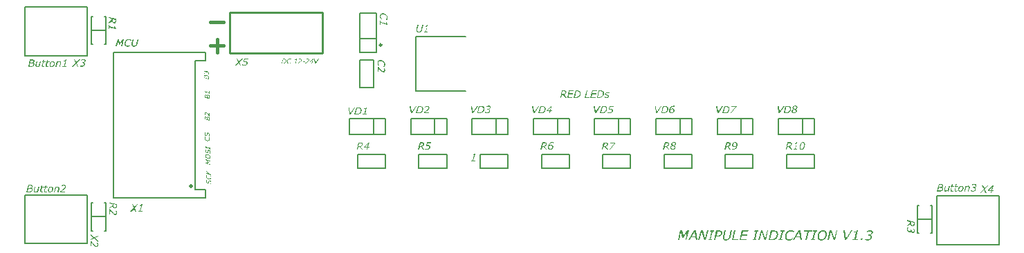
<source format=gto>
G04*
G04 #@! TF.GenerationSoftware,Altium Limited,Altium Designer,22.9.1 (49)*
G04*
G04 Layer_Color=65535*
%FSLAX44Y44*%
%MOMM*%
G71*
G04*
G04 #@! TF.SameCoordinates,82FFAF5D-3DE1-49B7-988C-51480E2A03B1*
G04*
G04*
G04 #@! TF.FilePolarity,Positive*
G04*
G01*
G75*
%ADD10C,0.2500*%
%ADD11C,0.5000*%
%ADD12C,0.2540*%
%ADD13C,0.1500*%
%ADD14C,0.2000*%
%ADD15C,0.4000*%
G36*
X941541Y22425D02*
X941800Y22406D01*
X942115Y22388D01*
X942430Y22332D01*
X942782Y22276D01*
X943134Y22184D01*
X943152D01*
X943171Y22165D01*
X943226D01*
X943300Y22128D01*
X943485Y22073D01*
X943726Y21980D01*
X944004Y21869D01*
X944337Y21739D01*
X944670Y21573D01*
X945041Y21388D01*
X944670Y19592D01*
X944541D01*
X944522Y19610D01*
X944504Y19629D01*
X944448Y19684D01*
X944374Y19758D01*
X944208Y19906D01*
X944004Y20073D01*
X943985Y20092D01*
X943948Y20110D01*
X943893Y20166D01*
X943800Y20221D01*
X943689Y20295D01*
X943559Y20369D01*
X943393Y20480D01*
X943208Y20573D01*
X943189Y20591D01*
X943134Y20610D01*
X943041Y20666D01*
X942911Y20721D01*
X942763Y20777D01*
X942578Y20832D01*
X942374Y20906D01*
X942152Y20962D01*
X942134D01*
X942041Y20980D01*
X941911Y21017D01*
X941763Y21054D01*
X941560Y21073D01*
X941319Y21110D01*
X941078Y21128D01*
X940615D01*
X940504Y21110D01*
X940393D01*
X940115Y21073D01*
X939801Y21017D01*
X939449Y20925D01*
X939079Y20814D01*
X938727Y20647D01*
X938708D01*
X938690Y20628D01*
X938578Y20554D01*
X938393Y20462D01*
X938171Y20314D01*
X937931Y20129D01*
X937653Y19906D01*
X937375Y19629D01*
X937116Y19332D01*
X937079Y19295D01*
X937005Y19184D01*
X936875Y19018D01*
X936727Y18777D01*
X936560Y18481D01*
X936375Y18147D01*
X936208Y17759D01*
X936042Y17333D01*
Y17314D01*
X936023Y17277D01*
X936005Y17221D01*
X935986Y17129D01*
X935949Y17018D01*
X935931Y16888D01*
X935894Y16740D01*
X935857Y16592D01*
X935782Y16203D01*
X935727Y15796D01*
X935690Y15333D01*
X935671Y14833D01*
Y14814D01*
Y14759D01*
Y14666D01*
X935690Y14555D01*
Y14425D01*
X935708Y14259D01*
X935782Y13888D01*
X935875Y13463D01*
X936023Y13037D01*
X936245Y12611D01*
X936375Y12426D01*
X936523Y12241D01*
X936542Y12222D01*
X936560Y12204D01*
X936616Y12166D01*
X936690Y12092D01*
X936764Y12037D01*
X936875Y11963D01*
X937005Y11870D01*
X937153Y11796D01*
X937319Y11703D01*
X937505Y11630D01*
X937708Y11537D01*
X937931Y11481D01*
X938171Y11426D01*
X938430Y11370D01*
X938708Y11352D01*
X939004Y11333D01*
X939134D01*
X939282Y11352D01*
X939467D01*
X939689Y11370D01*
X939930Y11407D01*
X940449Y11500D01*
X940486D01*
X940560Y11537D01*
X940708Y11574D01*
X940875Y11611D01*
X941060Y11685D01*
X941282Y11759D01*
X941708Y11944D01*
X941726Y11963D01*
X941800Y11981D01*
X941893Y12037D01*
X942023Y12092D01*
X942171Y12185D01*
X942319Y12259D01*
X942634Y12463D01*
X942652Y12481D01*
X942708Y12518D01*
X942782Y12555D01*
X942893Y12629D01*
X943115Y12796D01*
X943356Y12981D01*
X943485D01*
X943097Y11129D01*
X943060Y11111D01*
X942949Y11056D01*
X942782Y10963D01*
X942541Y10870D01*
X942263Y10741D01*
X941930Y10611D01*
X941560Y10481D01*
X941152Y10352D01*
X941134D01*
X941097Y10333D01*
X941041Y10315D01*
X940967Y10296D01*
X940856Y10278D01*
X940745Y10241D01*
X940449Y10185D01*
X940097Y10130D01*
X939708Y10074D01*
X939282Y10037D01*
X938819Y10019D01*
X938597D01*
X938449Y10037D01*
X938245Y10056D01*
X938023Y10074D01*
X937782Y10111D01*
X937523Y10167D01*
X936949Y10296D01*
X936653Y10407D01*
X936357Y10518D01*
X936060Y10648D01*
X935764Y10796D01*
X935505Y10981D01*
X935246Y11185D01*
X935227Y11204D01*
X935190Y11241D01*
X935135Y11315D01*
X935042Y11407D01*
X934949Y11518D01*
X934838Y11667D01*
X934727Y11852D01*
X934616Y12055D01*
X934486Y12277D01*
X934375Y12518D01*
X934264Y12796D01*
X934172Y13092D01*
X934079Y13426D01*
X934024Y13777D01*
X933986Y14148D01*
X933968Y14537D01*
Y14555D01*
Y14611D01*
Y14703D01*
Y14814D01*
X933986Y14963D01*
Y15129D01*
X934005Y15333D01*
X934024Y15537D01*
X934079Y16018D01*
X934172Y16536D01*
X934283Y17073D01*
X934449Y17610D01*
Y17629D01*
X934468Y17666D01*
X934505Y17759D01*
X934542Y17851D01*
X934597Y17981D01*
X934653Y18129D01*
X934820Y18462D01*
X935023Y18870D01*
X935264Y19295D01*
X935560Y19721D01*
X935894Y20147D01*
X935912Y20166D01*
X935931Y20203D01*
X935986Y20258D01*
X936060Y20314D01*
X936153Y20406D01*
X936264Y20517D01*
X936523Y20758D01*
X936857Y21017D01*
X937245Y21295D01*
X937671Y21573D01*
X938153Y21814D01*
X938171D01*
X938208Y21832D01*
X938282Y21869D01*
X938393Y21906D01*
X938523Y21962D01*
X938671Y22017D01*
X938838Y22073D01*
X939042Y22128D01*
X939245Y22184D01*
X939486Y22239D01*
X940004Y22351D01*
X940560Y22425D01*
X941171Y22443D01*
X941356D01*
X941541Y22425D01*
D02*
G37*
G36*
X813647Y10241D02*
X812055D01*
X814388Y20388D01*
X809518Y13537D01*
X808574D01*
X806889Y20703D01*
X804481Y10241D01*
X803000D01*
X805741Y22202D01*
X807907D01*
X809536Y15537D01*
X814202Y22202D01*
X816406D01*
X813647Y10241D01*
D02*
G37*
G36*
X995350D02*
X993480D01*
X990184Y20925D01*
X987722Y10241D01*
X986240D01*
X988981Y22202D01*
X991351D01*
X994388Y12426D01*
X996628Y22202D01*
X998109D01*
X995350Y10241D01*
D02*
G37*
G36*
X910730D02*
X908859D01*
X905563Y20925D01*
X903101Y10241D01*
X901619D01*
X904360Y22202D01*
X906730D01*
X909767Y12426D01*
X912007Y22202D01*
X913488D01*
X910730Y10241D01*
D02*
G37*
G36*
X837219D02*
X835349D01*
X832053Y20925D01*
X829590Y10241D01*
X828109D01*
X830849Y22202D01*
X833219D01*
X836256Y12426D01*
X838496Y22202D01*
X839978D01*
X837219Y10241D01*
D02*
G37*
G36*
X1009275D02*
X1007164D01*
X1005572Y22202D01*
X1007220D01*
X1008534Y11685D01*
X1014719Y22202D01*
X1016404D01*
X1009275Y10241D01*
D02*
G37*
G36*
X1038383Y22425D02*
X1038513D01*
X1038679Y22406D01*
X1039031Y22369D01*
X1039438Y22276D01*
X1039846Y22165D01*
X1040253Y22017D01*
X1040623Y21795D01*
X1040642D01*
X1040661Y21758D01*
X1040772Y21684D01*
X1040920Y21536D01*
X1041086Y21351D01*
X1041253Y21091D01*
X1041401Y20795D01*
X1041512Y20462D01*
X1041531Y20277D01*
X1041549Y20073D01*
Y20055D01*
Y20017D01*
Y19962D01*
X1041531Y19869D01*
Y19777D01*
X1041512Y19647D01*
X1041438Y19369D01*
X1041327Y19036D01*
X1041179Y18684D01*
X1040957Y18314D01*
X1040809Y18147D01*
X1040661Y17962D01*
X1040642Y17944D01*
X1040623Y17925D01*
X1040568Y17870D01*
X1040494Y17814D01*
X1040309Y17666D01*
X1040050Y17481D01*
X1039735Y17277D01*
X1039346Y17092D01*
X1038920Y16925D01*
X1038439Y16814D01*
Y16722D01*
X1038457D01*
X1038494Y16703D01*
X1038550D01*
X1038642Y16666D01*
X1038864Y16592D01*
X1039124Y16481D01*
X1039142D01*
X1039198Y16444D01*
X1039272Y16407D01*
X1039364Y16370D01*
X1039587Y16240D01*
X1039809Y16055D01*
X1039827Y16036D01*
X1039864Y15999D01*
X1039920Y15944D01*
X1039975Y15870D01*
X1040068Y15759D01*
X1040142Y15648D01*
X1040309Y15351D01*
X1040327Y15333D01*
X1040346Y15277D01*
X1040383Y15185D01*
X1040420Y15074D01*
X1040457Y14925D01*
X1040494Y14759D01*
X1040531Y14574D01*
Y14370D01*
Y14351D01*
Y14333D01*
Y14222D01*
X1040512Y14055D01*
X1040475Y13833D01*
X1040438Y13574D01*
X1040364Y13296D01*
X1040272Y13000D01*
X1040142Y12685D01*
X1040124Y12648D01*
X1040068Y12555D01*
X1039994Y12389D01*
X1039883Y12204D01*
X1039735Y11981D01*
X1039550Y11759D01*
X1039346Y11518D01*
X1039105Y11296D01*
X1039068Y11278D01*
X1038976Y11185D01*
X1038827Y11074D01*
X1038624Y10944D01*
X1038383Y10778D01*
X1038105Y10630D01*
X1037791Y10463D01*
X1037457Y10333D01*
X1037439D01*
X1037420Y10315D01*
X1037365Y10296D01*
X1037290Y10278D01*
X1037105Y10222D01*
X1036846Y10167D01*
X1036531Y10111D01*
X1036180Y10056D01*
X1035772Y10019D01*
X1035328Y10000D01*
X1035161D01*
X1034976Y10019D01*
X1034735Y10037D01*
X1034439Y10056D01*
X1034124Y10111D01*
X1033791Y10167D01*
X1033439Y10241D01*
X1033421D01*
X1033402Y10259D01*
X1033291Y10278D01*
X1033124Y10333D01*
X1032902Y10407D01*
X1032661Y10481D01*
X1032421Y10592D01*
X1032161Y10704D01*
X1031921Y10815D01*
X1032291Y12370D01*
X1032402D01*
X1032421Y12352D01*
X1032495Y12296D01*
X1032624Y12222D01*
X1032791Y12111D01*
X1032995Y12000D01*
X1033217Y11870D01*
X1033495Y11759D01*
X1033791Y11630D01*
X1033809D01*
X1033828Y11611D01*
X1033939Y11592D01*
X1034106Y11537D01*
X1034328Y11481D01*
X1034606Y11426D01*
X1034902Y11389D01*
X1035235Y11352D01*
X1035568Y11333D01*
X1035717D01*
X1035809Y11352D01*
X1035939D01*
X1036087Y11370D01*
X1036420Y11444D01*
X1036791Y11537D01*
X1037198Y11685D01*
X1037587Y11907D01*
X1037772Y12037D01*
X1037957Y12185D01*
X1037976Y12204D01*
X1037994Y12222D01*
X1038050Y12277D01*
X1038105Y12333D01*
X1038253Y12518D01*
X1038420Y12778D01*
X1038587Y13111D01*
X1038735Y13481D01*
X1038846Y13925D01*
X1038864Y14148D01*
X1038883Y14407D01*
Y14425D01*
Y14444D01*
Y14555D01*
X1038846Y14703D01*
X1038809Y14888D01*
X1038735Y15092D01*
X1038642Y15296D01*
X1038494Y15499D01*
X1038290Y15666D01*
X1038272Y15685D01*
X1038179Y15740D01*
X1038031Y15796D01*
X1037846Y15888D01*
X1037587Y15962D01*
X1037272Y16018D01*
X1036902Y16073D01*
X1036457Y16092D01*
X1035698D01*
X1035994Y17370D01*
X1036902D01*
X1036994Y17388D01*
X1037105D01*
X1037253Y17407D01*
X1037550Y17444D01*
X1037902Y17518D01*
X1038272Y17629D01*
X1038642Y17777D01*
X1038994Y17981D01*
X1039013D01*
X1039031Y18018D01*
X1039124Y18092D01*
X1039272Y18240D01*
X1039438Y18425D01*
X1039587Y18666D01*
X1039735Y18962D01*
X1039827Y19295D01*
X1039864Y19481D01*
Y19666D01*
Y19703D01*
Y19777D01*
X1039846Y19906D01*
X1039809Y20055D01*
X1039735Y20221D01*
X1039642Y20406D01*
X1039512Y20573D01*
X1039346Y20721D01*
X1039327Y20740D01*
X1039253Y20777D01*
X1039124Y20851D01*
X1038957Y20925D01*
X1038735Y20980D01*
X1038476Y21054D01*
X1038161Y21091D01*
X1037809Y21110D01*
X1037661D01*
X1037494Y21091D01*
X1037272Y21073D01*
X1037013Y21036D01*
X1036698Y20980D01*
X1036365Y20906D01*
X1036013Y20795D01*
X1035994D01*
X1035976Y20777D01*
X1035920Y20758D01*
X1035846Y20740D01*
X1035680Y20684D01*
X1035457Y20591D01*
X1035198Y20480D01*
X1034920Y20369D01*
X1034624Y20221D01*
X1034346Y20073D01*
X1034272D01*
X1034606Y21684D01*
X1034643Y21702D01*
X1034717Y21739D01*
X1034865Y21777D01*
X1035050Y21851D01*
X1035291Y21925D01*
X1035568Y22017D01*
X1035883Y22110D01*
X1036235Y22202D01*
X1036254D01*
X1036272Y22221D01*
X1036328D01*
X1036402Y22239D01*
X1036605Y22276D01*
X1036846Y22332D01*
X1037142Y22369D01*
X1037457Y22406D01*
X1037791Y22425D01*
X1038124Y22443D01*
X1038272D01*
X1038383Y22425D01*
D02*
G37*
G36*
X867401Y15036D02*
Y15018D01*
X867382Y14981D01*
X867364Y14907D01*
X867345Y14814D01*
X867308Y14703D01*
X867271Y14574D01*
X867178Y14259D01*
X867067Y13888D01*
X866938Y13518D01*
X866771Y13129D01*
X866605Y12759D01*
Y12740D01*
X866586Y12722D01*
X866512Y12611D01*
X866419Y12426D01*
X866271Y12204D01*
X866086Y11963D01*
X865864Y11685D01*
X865605Y11426D01*
X865327Y11167D01*
X865290Y11148D01*
X865197Y11074D01*
X865049Y10963D01*
X864845Y10833D01*
X864605Y10685D01*
X864327Y10537D01*
X864012Y10407D01*
X863697Y10278D01*
X863679D01*
X863660Y10259D01*
X863549Y10241D01*
X863364Y10185D01*
X863123Y10148D01*
X862827Y10093D01*
X862494Y10037D01*
X862105Y10019D01*
X861679Y10000D01*
X861494D01*
X861364Y10019D01*
X861216D01*
X861031Y10037D01*
X860827Y10074D01*
X860624Y10111D01*
X860161Y10204D01*
X859698Y10352D01*
X859253Y10555D01*
X859050Y10685D01*
X858865Y10833D01*
X858846Y10852D01*
X858828Y10870D01*
X858772Y10926D01*
X858716Y10981D01*
X858642Y11074D01*
X858568Y11185D01*
X858402Y11444D01*
X858235Y11778D01*
X858087Y12185D01*
X857976Y12648D01*
X857957Y12907D01*
X857939Y13185D01*
Y13203D01*
Y13277D01*
Y13370D01*
Y13500D01*
X857957Y13648D01*
Y13796D01*
X857994Y14129D01*
Y14148D01*
X858013Y14203D01*
X858031Y14296D01*
X858050Y14407D01*
X858068Y14555D01*
X858105Y14703D01*
X858179Y15036D01*
X859827Y22202D01*
X861438D01*
X859753Y14963D01*
Y14944D01*
X859735Y14907D01*
X859716Y14814D01*
X859698Y14722D01*
X859679Y14592D01*
X859661Y14444D01*
X859605Y14111D01*
Y14092D01*
Y14037D01*
X859587Y13944D01*
Y13851D01*
X859568Y13611D01*
X859550Y13500D01*
Y13389D01*
Y13370D01*
Y13352D01*
Y13296D01*
X859568Y13222D01*
X859587Y13037D01*
X859624Y12815D01*
X859698Y12555D01*
X859809Y12296D01*
X859939Y12055D01*
X860142Y11833D01*
X860179Y11815D01*
X860253Y11759D01*
X860402Y11667D01*
X860605Y11574D01*
X860846Y11481D01*
X861161Y11389D01*
X861531Y11333D01*
X861957Y11315D01*
X862105D01*
X862272Y11333D01*
X862475Y11352D01*
X862716Y11370D01*
X862957Y11426D01*
X863216Y11481D01*
X863475Y11574D01*
X863512Y11592D01*
X863586Y11630D01*
X863697Y11685D01*
X863864Y11778D01*
X864031Y11889D01*
X864234Y12018D01*
X864420Y12185D01*
X864605Y12370D01*
X864623Y12389D01*
X864679Y12463D01*
X864753Y12555D01*
X864864Y12703D01*
X864975Y12852D01*
X865086Y13037D01*
X865308Y13463D01*
X865327Y13500D01*
X865345Y13574D01*
X865401Y13703D01*
X865456Y13870D01*
X865531Y14092D01*
X865605Y14333D01*
X865697Y14611D01*
X865771Y14925D01*
X867438Y22202D01*
X869049D01*
X867401Y15036D01*
D02*
G37*
G36*
X1028384Y10241D02*
X1026458D01*
X1026977Y12537D01*
X1028921D01*
X1028384Y10241D01*
D02*
G37*
G36*
X1020552Y11407D02*
X1023033D01*
X1022755Y10241D01*
X1016256D01*
X1016515Y11407D01*
X1018996D01*
X1020885Y19555D01*
X1018385D01*
X1018607Y20591D01*
X1018829D01*
X1018959Y20610D01*
X1019089D01*
X1019404Y20647D01*
X1019755Y20684D01*
X1020107Y20740D01*
X1020459Y20832D01*
X1020774Y20962D01*
X1020811Y20980D01*
X1020903Y21036D01*
X1021033Y21128D01*
X1021200Y21277D01*
X1021366Y21443D01*
X1021533Y21665D01*
X1021700Y21943D01*
X1021811Y22258D01*
X1023070D01*
X1020552Y11407D01*
D02*
G37*
G36*
X973056Y21036D02*
X971501D01*
X969260Y11407D01*
X970835D01*
X970575Y10241D01*
X965835D01*
X966094Y11407D01*
X967668D01*
X969890Y21036D01*
X968316D01*
X968594Y22202D01*
X973334D01*
X973056Y21036D01*
D02*
G37*
G36*
X967187Y20851D02*
X962928D01*
X960465Y10241D01*
X958873D01*
X961317Y20851D01*
X957040D01*
X957336Y22202D01*
X967502D01*
X967187Y20851D01*
D02*
G37*
G36*
X954540Y10241D02*
X952929D01*
X952522Y13592D01*
X947337D01*
X945374Y10241D01*
X943708D01*
X950836Y22202D01*
X952947D01*
X954540Y10241D01*
D02*
G37*
G36*
X933246Y21036D02*
X931690D01*
X929450Y11407D01*
X931024D01*
X930764Y10241D01*
X926024D01*
X926283Y11407D01*
X927857D01*
X930079Y21036D01*
X928505D01*
X928783Y22202D01*
X933523D01*
X933246Y21036D01*
D02*
G37*
G36*
X920247Y22184D02*
X920617Y22165D01*
X921025Y22128D01*
X921432Y22073D01*
X921840Y22017D01*
X921895D01*
X921951Y21999D01*
X922025Y21980D01*
X922228Y21925D01*
X922488Y21851D01*
X922802Y21739D01*
X923136Y21610D01*
X923469Y21443D01*
X923821Y21240D01*
X923839D01*
X923858Y21221D01*
X923969Y21128D01*
X924117Y21017D01*
X924302Y20832D01*
X924506Y20628D01*
X924728Y20369D01*
X924932Y20073D01*
X925117Y19740D01*
Y19721D01*
X925135Y19703D01*
X925154Y19647D01*
X925191Y19573D01*
X925265Y19388D01*
X925358Y19129D01*
X925432Y18814D01*
X925506Y18462D01*
X925561Y18055D01*
X925580Y17610D01*
Y17592D01*
Y17518D01*
Y17425D01*
X925561Y17277D01*
X925543Y17110D01*
X925524Y16888D01*
X925506Y16666D01*
X925450Y16407D01*
X925395Y16129D01*
X925339Y15833D01*
X925154Y15222D01*
X925043Y14888D01*
X924913Y14555D01*
X924765Y14222D01*
X924580Y13888D01*
X924561Y13870D01*
X924543Y13814D01*
X924469Y13722D01*
X924395Y13611D01*
X924302Y13463D01*
X924173Y13296D01*
X924025Y13092D01*
X923858Y12907D01*
X923673Y12685D01*
X923469Y12463D01*
X923247Y12241D01*
X923006Y12018D01*
X922747Y11796D01*
X922451Y11574D01*
X921840Y11185D01*
X921821D01*
X921784Y11167D01*
X921728Y11129D01*
X921654Y11092D01*
X921562Y11056D01*
X921451Y11000D01*
X921173Y10870D01*
X920840Y10741D01*
X920488Y10630D01*
X920080Y10518D01*
X919673Y10426D01*
X919617D01*
X919562Y10407D01*
X919469Y10389D01*
X919377D01*
X919247Y10370D01*
X919099Y10352D01*
X918951Y10333D01*
X918562Y10296D01*
X918136Y10278D01*
X917673Y10241D01*
X913933D01*
X916673Y22202D01*
X919932D01*
X920247Y22184D01*
D02*
G37*
G36*
X901397Y21036D02*
X899842D01*
X897601Y11407D01*
X899175D01*
X898916Y10241D01*
X894176D01*
X894435Y11407D01*
X896009D01*
X898231Y21036D01*
X896657D01*
X896935Y22202D01*
X901675D01*
X901397Y21036D01*
D02*
G37*
G36*
X888806Y20851D02*
X882510D01*
X881733Y17462D01*
X888028D01*
X887713Y16111D01*
X881436D01*
X880381Y11592D01*
X886676D01*
X886362Y10241D01*
X878492D01*
X881233Y22202D01*
X889121D01*
X888806Y20851D01*
D02*
G37*
G36*
X871234Y11592D02*
X877215D01*
X876900Y10241D01*
X869326D01*
X872067Y22202D01*
X873678D01*
X871234Y11592D01*
D02*
G37*
G36*
X853624Y22184D02*
X853865D01*
X854161Y22147D01*
X854458Y22110D01*
X854754Y22073D01*
X855032Y21999D01*
X855069D01*
X855161Y21962D01*
X855291Y21925D01*
X855458Y21869D01*
X855643Y21777D01*
X855828Y21684D01*
X856031Y21573D01*
X856217Y21443D01*
X856235Y21425D01*
X856291Y21388D01*
X856383Y21314D01*
X856495Y21202D01*
X856606Y21073D01*
X856717Y20925D01*
X856846Y20758D01*
X856939Y20573D01*
X856957Y20554D01*
X856976Y20480D01*
X857013Y20369D01*
X857068Y20221D01*
X857124Y20036D01*
X857161Y19832D01*
X857180Y19573D01*
X857198Y19314D01*
Y19295D01*
Y19277D01*
Y19221D01*
Y19147D01*
X857180Y18962D01*
X857142Y18721D01*
X857087Y18425D01*
X857013Y18110D01*
X856920Y17777D01*
X856772Y17444D01*
Y17425D01*
X856754Y17407D01*
X856698Y17296D01*
X856606Y17129D01*
X856457Y16925D01*
X856291Y16684D01*
X856087Y16444D01*
X855846Y16185D01*
X855569Y15925D01*
X855532Y15907D01*
X855439Y15833D01*
X855291Y15722D01*
X855087Y15592D01*
X854828Y15444D01*
X854550Y15277D01*
X854235Y15148D01*
X853902Y15018D01*
X853884D01*
X853865Y15000D01*
X853810D01*
X853736Y14981D01*
X853550Y14925D01*
X853291Y14870D01*
X852976Y14814D01*
X852606Y14777D01*
X852180Y14740D01*
X851717Y14722D01*
X849977D01*
X848940Y10241D01*
X847347D01*
X850088Y22202D01*
X853421D01*
X853624Y22184D01*
D02*
G37*
G36*
X847125Y21036D02*
X845570D01*
X843329Y11407D01*
X844903D01*
X844644Y10241D01*
X839904D01*
X840163Y11407D01*
X841737D01*
X843959Y21036D01*
X842385D01*
X842663Y22202D01*
X847403D01*
X847125Y21036D01*
D02*
G37*
G36*
X826442Y10241D02*
X824831D01*
X824424Y13592D01*
X819239D01*
X817276Y10241D01*
X815610D01*
X822739Y22202D01*
X824850D01*
X826442Y10241D01*
D02*
G37*
G36*
X981056Y22425D02*
X981241Y22406D01*
X981444Y22388D01*
X981667Y22351D01*
X981926Y22295D01*
X982463Y22165D01*
X982741Y22073D01*
X983018Y21943D01*
X983296Y21814D01*
X983555Y21665D01*
X983815Y21480D01*
X984055Y21277D01*
X984074Y21258D01*
X984111Y21221D01*
X984166Y21147D01*
X984240Y21054D01*
X984333Y20943D01*
X984444Y20795D01*
X984555Y20628D01*
X984666Y20425D01*
X984778Y20203D01*
X984889Y19962D01*
X985000Y19684D01*
X985092Y19388D01*
X985166Y19073D01*
X985222Y18721D01*
X985259Y18351D01*
X985277Y17962D01*
Y17944D01*
Y17888D01*
Y17814D01*
Y17703D01*
X985259Y17555D01*
Y17388D01*
X985240Y17203D01*
X985222Y16999D01*
X985166Y16555D01*
X985074Y16036D01*
X984963Y15499D01*
X984796Y14963D01*
Y14944D01*
X984778Y14907D01*
X984740Y14814D01*
X984703Y14722D01*
X984666Y14592D01*
X984611Y14444D01*
X984444Y14111D01*
X984259Y13703D01*
X984018Y13277D01*
X983740Y12833D01*
X983426Y12407D01*
X983407Y12389D01*
X983389Y12352D01*
X983333Y12296D01*
X983259Y12222D01*
X983074Y12018D01*
X982815Y11759D01*
X982481Y11481D01*
X982111Y11185D01*
X981685Y10889D01*
X981222Y10630D01*
X981204D01*
X981167Y10611D01*
X981093Y10574D01*
X981000Y10537D01*
X980871Y10481D01*
X980741Y10426D01*
X980574Y10370D01*
X980389Y10315D01*
X980167Y10259D01*
X979945Y10204D01*
X979463Y10093D01*
X978908Y10019D01*
X978315Y10000D01*
X978111D01*
X977963Y10019D01*
X977778Y10037D01*
X977574Y10056D01*
X977352Y10093D01*
X977093Y10148D01*
X976575Y10278D01*
X976297Y10389D01*
X976019Y10500D01*
X975741Y10630D01*
X975464Y10778D01*
X975223Y10963D01*
X974982Y11167D01*
X974964Y11185D01*
X974927Y11222D01*
X974871Y11296D01*
X974797Y11389D01*
X974704Y11500D01*
X974593Y11648D01*
X974501Y11815D01*
X974390Y12018D01*
X974260Y12241D01*
X974167Y12481D01*
X974056Y12759D01*
X973964Y13055D01*
X973890Y13370D01*
X973834Y13722D01*
X973797Y14092D01*
X973779Y14481D01*
Y14499D01*
Y14555D01*
Y14648D01*
Y14759D01*
X973797Y14907D01*
Y15074D01*
X973816Y15259D01*
X973834Y15481D01*
X973890Y15944D01*
X973982Y16444D01*
X974093Y16981D01*
X974260Y17518D01*
Y17536D01*
X974278Y17573D01*
X974316Y17666D01*
X974353Y17759D01*
X974408Y17888D01*
X974464Y18036D01*
X974612Y18369D01*
X974816Y18777D01*
X975056Y19203D01*
X975334Y19647D01*
X975649Y20073D01*
X975667Y20092D01*
X975686Y20129D01*
X975741Y20184D01*
X975815Y20258D01*
X976001Y20443D01*
X976260Y20684D01*
X976575Y20962D01*
X976945Y21258D01*
X977371Y21536D01*
X977834Y21795D01*
X977852D01*
X977889Y21832D01*
X977963Y21851D01*
X978056Y21906D01*
X978186Y21943D01*
X978334Y21999D01*
X978500Y22054D01*
X978686Y22128D01*
X979111Y22239D01*
X979593Y22351D01*
X980130Y22425D01*
X980704Y22443D01*
X980908D01*
X981056Y22425D01*
D02*
G37*
G36*
X717081Y192045D02*
X717233D01*
X717428Y192017D01*
X717622Y191990D01*
X717844Y191962D01*
X718065Y191907D01*
X718093D01*
X718163Y191879D01*
X718273Y191851D01*
X718412Y191809D01*
X718565Y191754D01*
X718731Y191685D01*
X718898Y191615D01*
X719050Y191532D01*
X718801Y190381D01*
X718745D01*
X718731Y190395D01*
X718676Y190436D01*
X718579Y190492D01*
X718454Y190589D01*
X718440D01*
X718426Y190617D01*
X718371Y190644D01*
X718315Y190672D01*
X718246Y190714D01*
X718163Y190769D01*
X717955Y190866D01*
X717941D01*
X717913Y190880D01*
X717858Y190908D01*
X717774Y190936D01*
X717691Y190963D01*
X717580Y190991D01*
X717344Y191061D01*
X717330D01*
X717289Y191074D01*
X717219Y191088D01*
X717122Y191116D01*
X717011Y191130D01*
X716901Y191144D01*
X716623Y191158D01*
X716498D01*
X716360Y191144D01*
X716193Y191116D01*
X715999Y191074D01*
X715791Y191019D01*
X715597Y190936D01*
X715403Y190825D01*
X715389Y190811D01*
X715333Y190769D01*
X715264Y190700D01*
X715181Y190603D01*
X715084Y190478D01*
X715014Y190326D01*
X714959Y190145D01*
X714945Y189951D01*
Y189937D01*
Y189909D01*
X714959Y189854D01*
X714973Y189785D01*
X715001Y189701D01*
X715042Y189618D01*
X715098Y189535D01*
X715167Y189452D01*
X715181Y189438D01*
X715209Y189424D01*
X715264Y189382D01*
X715333Y189341D01*
X715431Y189285D01*
X715555Y189230D01*
X715694Y189174D01*
X715860Y189133D01*
X715874D01*
X715916Y189119D01*
X715971Y189105D01*
X716041Y189091D01*
X716138Y189063D01*
X716235Y189050D01*
X716471Y188994D01*
X716485D01*
X716526Y188980D01*
X716596D01*
X716679Y188953D01*
X716776Y188939D01*
X716887Y188925D01*
X717109Y188869D01*
X717122D01*
X717136Y188855D01*
X717219Y188842D01*
X717344Y188786D01*
X717497Y188731D01*
X717663Y188661D01*
X717844Y188564D01*
X718010Y188453D01*
X718149Y188315D01*
X718163Y188301D01*
X718204Y188245D01*
X718260Y188176D01*
X718329Y188065D01*
X718398Y187926D01*
X718454Y187774D01*
X718495Y187593D01*
X718509Y187399D01*
Y187385D01*
Y187316D01*
X718495Y187233D01*
X718482Y187108D01*
X718454Y186969D01*
X718412Y186817D01*
X718357Y186650D01*
X718287Y186484D01*
X718273Y186470D01*
X718246Y186415D01*
X718190Y186331D01*
X718121Y186234D01*
X718038Y186110D01*
X717927Y185985D01*
X717802Y185846D01*
X717650Y185721D01*
X717636Y185707D01*
X717580Y185666D01*
X717483Y185596D01*
X717358Y185527D01*
X717206Y185444D01*
X717025Y185347D01*
X716831Y185264D01*
X716609Y185180D01*
X716582Y185166D01*
X716498Y185153D01*
X716374Y185125D01*
X716207Y185097D01*
X716013Y185056D01*
X715777Y185028D01*
X715528Y185014D01*
X715250Y185000D01*
X715125D01*
X714987Y185014D01*
X714806Y185028D01*
X714598Y185042D01*
X714363Y185083D01*
X714141Y185125D01*
X713905Y185180D01*
X713877Y185194D01*
X713808Y185208D01*
X713697Y185250D01*
X713558Y185305D01*
X713406Y185361D01*
X713239Y185430D01*
X713073Y185499D01*
X712920Y185583D01*
X713170Y186803D01*
X713225D01*
X713253Y186789D01*
X713309Y186734D01*
X713420Y186650D01*
X713544Y186539D01*
X713558D01*
X713586Y186512D01*
X713628Y186484D01*
X713683Y186442D01*
X713766Y186401D01*
X713849Y186345D01*
X714071Y186234D01*
X714085D01*
X714127Y186207D01*
X714182Y186179D01*
X714252Y186151D01*
X714349Y186110D01*
X714460Y186082D01*
X714709Y185998D01*
X714723D01*
X714779Y185985D01*
X714848Y185971D01*
X714945Y185957D01*
X715070Y185929D01*
X715195Y185915D01*
X715500Y185902D01*
X715639D01*
X715791Y185915D01*
X715985Y185943D01*
X716193Y185971D01*
X716415Y186026D01*
X716637Y186110D01*
X716831Y186207D01*
X716859Y186220D01*
X716914Y186262D01*
X716984Y186345D01*
X717081Y186442D01*
X717164Y186581D01*
X717247Y186734D01*
X717303Y186928D01*
X717317Y187150D01*
Y187164D01*
Y187205D01*
X717303Y187261D01*
X717289Y187330D01*
X717261Y187413D01*
X717206Y187496D01*
X717150Y187566D01*
X717067Y187635D01*
X717053Y187649D01*
X717025Y187663D01*
X716970Y187691D01*
X716887Y187732D01*
X716776Y187774D01*
X716665Y187829D01*
X716512Y187871D01*
X716346Y187912D01*
X716332D01*
X716304Y187926D01*
X716263Y187940D01*
X716193Y187954D01*
X716110Y187968D01*
X716013Y187996D01*
X715791Y188037D01*
X715777D01*
X715736Y188051D01*
X715666Y188065D01*
X715583Y188079D01*
X715486Y188106D01*
X715375Y188134D01*
X715125Y188190D01*
X715111D01*
X715098Y188204D01*
X715014Y188231D01*
X714890Y188273D01*
X714737Y188342D01*
X714557Y188426D01*
X714390Y188523D01*
X714224Y188633D01*
X714085Y188772D01*
X714071Y188786D01*
X714030Y188842D01*
X713974Y188925D01*
X713919Y189022D01*
X713863Y189160D01*
X713808Y189313D01*
X713766Y189493D01*
X713752Y189688D01*
Y189715D01*
Y189771D01*
X713766Y189854D01*
X713780Y189979D01*
X713794Y190104D01*
X713836Y190256D01*
X713877Y190409D01*
X713947Y190561D01*
X713960Y190575D01*
X713988Y190631D01*
X714030Y190714D01*
X714099Y190811D01*
X714182Y190936D01*
X714293Y191061D01*
X714418Y191185D01*
X714557Y191324D01*
X714571Y191338D01*
X714626Y191380D01*
X714709Y191435D01*
X714820Y191504D01*
X714973Y191588D01*
X715139Y191685D01*
X715333Y191768D01*
X715542Y191851D01*
X715555D01*
X715569Y191865D01*
X715652Y191879D01*
X715763Y191920D01*
X715930Y191962D01*
X716124Y191990D01*
X716346Y192031D01*
X716596Y192045D01*
X716859Y192059D01*
X716970D01*
X717081Y192045D01*
D02*
G37*
G36*
X708538Y194111D02*
X708815Y194098D01*
X709120Y194070D01*
X709426Y194028D01*
X709731Y193987D01*
X709772D01*
X709814Y193973D01*
X709869Y193959D01*
X710022Y193917D01*
X710216Y193862D01*
X710452Y193779D01*
X710701Y193682D01*
X710951Y193557D01*
X711215Y193404D01*
X711228D01*
X711242Y193390D01*
X711326Y193321D01*
X711436Y193238D01*
X711575Y193099D01*
X711728Y192947D01*
X711894Y192752D01*
X712047Y192531D01*
X712185Y192281D01*
Y192267D01*
X712199Y192253D01*
X712213Y192212D01*
X712241Y192156D01*
X712296Y192017D01*
X712366Y191823D01*
X712421Y191588D01*
X712477Y191324D01*
X712518Y191019D01*
X712532Y190686D01*
Y190672D01*
Y190617D01*
Y190547D01*
X712518Y190436D01*
X712504Y190312D01*
X712490Y190145D01*
X712477Y189979D01*
X712435Y189785D01*
X712393Y189577D01*
X712352Y189355D01*
X712213Y188897D01*
X712130Y188647D01*
X712033Y188398D01*
X711922Y188148D01*
X711783Y187899D01*
X711769Y187885D01*
X711755Y187843D01*
X711700Y187774D01*
X711644Y187691D01*
X711575Y187579D01*
X711478Y187455D01*
X711367Y187302D01*
X711242Y187164D01*
X711104Y186997D01*
X710951Y186831D01*
X710785Y186664D01*
X710604Y186498D01*
X710410Y186331D01*
X710188Y186165D01*
X709731Y185874D01*
X709717D01*
X709689Y185860D01*
X709647Y185832D01*
X709592Y185804D01*
X709523Y185777D01*
X709439Y185735D01*
X709231Y185638D01*
X708982Y185541D01*
X708718Y185458D01*
X708413Y185375D01*
X708108Y185305D01*
X708066D01*
X708025Y185291D01*
X707955Y185277D01*
X707886D01*
X707789Y185264D01*
X707678Y185250D01*
X707567Y185236D01*
X707276Y185208D01*
X706957Y185194D01*
X706610Y185166D01*
X703809D01*
X705861Y194125D01*
X708302D01*
X708538Y194111D01*
D02*
G37*
G36*
X703739Y193113D02*
X699024D01*
X698442Y190575D01*
X703157D01*
X702921Y189563D01*
X698220D01*
X697429Y186179D01*
X702145D01*
X701909Y185166D01*
X696015D01*
X698067Y194125D01*
X703975D01*
X703739Y193113D01*
D02*
G37*
G36*
X690578Y186179D02*
X695058D01*
X694822Y185166D01*
X689150D01*
X691202Y194125D01*
X692409D01*
X690578Y186179D01*
D02*
G37*
G36*
X680094Y194111D02*
X680371Y194098D01*
X680676Y194070D01*
X680981Y194028D01*
X681286Y193987D01*
X681328D01*
X681370Y193973D01*
X681425Y193959D01*
X681578Y193917D01*
X681772Y193862D01*
X682008Y193779D01*
X682257Y193682D01*
X682507Y193557D01*
X682770Y193404D01*
X682784D01*
X682798Y193390D01*
X682881Y193321D01*
X682992Y193238D01*
X683131Y193099D01*
X683284Y192947D01*
X683450Y192752D01*
X683603Y192531D01*
X683741Y192281D01*
Y192267D01*
X683755Y192253D01*
X683769Y192212D01*
X683797Y192156D01*
X683852Y192017D01*
X683922Y191823D01*
X683977Y191588D01*
X684033Y191324D01*
X684074Y191019D01*
X684088Y190686D01*
Y190672D01*
Y190617D01*
Y190547D01*
X684074Y190436D01*
X684060Y190312D01*
X684046Y190145D01*
X684033Y189979D01*
X683991Y189785D01*
X683949Y189577D01*
X683908Y189355D01*
X683769Y188897D01*
X683686Y188647D01*
X683589Y188398D01*
X683478Y188148D01*
X683339Y187899D01*
X683325Y187885D01*
X683311Y187843D01*
X683256Y187774D01*
X683200Y187691D01*
X683131Y187579D01*
X683034Y187455D01*
X682923Y187302D01*
X682798Y187164D01*
X682660Y186997D01*
X682507Y186831D01*
X682340Y186664D01*
X682160Y186498D01*
X681966Y186331D01*
X681744Y186165D01*
X681286Y185874D01*
X681273D01*
X681245Y185860D01*
X681203Y185832D01*
X681148Y185804D01*
X681078Y185777D01*
X680995Y185735D01*
X680787Y185638D01*
X680538Y185541D01*
X680274Y185458D01*
X679969Y185375D01*
X679664Y185305D01*
X679622D01*
X679581Y185291D01*
X679511Y185277D01*
X679442D01*
X679345Y185264D01*
X679234Y185250D01*
X679123Y185236D01*
X678832Y185208D01*
X678513Y185194D01*
X678166Y185166D01*
X675365D01*
X677417Y194125D01*
X679858D01*
X680094Y194111D01*
D02*
G37*
G36*
X675295Y193113D02*
X670580D01*
X669998Y190575D01*
X674713D01*
X674477Y189563D01*
X669776D01*
X668985Y186179D01*
X673700D01*
X673465Y185166D01*
X667571D01*
X669623Y194125D01*
X675531D01*
X675295Y193113D01*
D02*
G37*
G36*
X663965Y194111D02*
X664173Y194098D01*
X664395Y194084D01*
X664617Y194056D01*
X664825Y194014D01*
X664853D01*
X664908Y193987D01*
X665005Y193959D01*
X665130Y193931D01*
X665268Y193876D01*
X665421Y193806D01*
X665574Y193723D01*
X665712Y193626D01*
X665726Y193612D01*
X665768Y193585D01*
X665837Y193529D01*
X665907Y193460D01*
X666003Y193377D01*
X666087Y193279D01*
X666170Y193155D01*
X666253Y193030D01*
X666267Y193016D01*
X666281Y192974D01*
X666309Y192891D01*
X666350Y192794D01*
X666392Y192669D01*
X666420Y192517D01*
X666433Y192350D01*
X666447Y192156D01*
Y192142D01*
Y192101D01*
Y192045D01*
X666433Y191976D01*
X666420Y191879D01*
X666406Y191768D01*
X666392Y191629D01*
X666364Y191490D01*
X666281Y191185D01*
X666156Y190866D01*
X666073Y190700D01*
X665976Y190534D01*
X665865Y190367D01*
X665740Y190201D01*
X665726Y190187D01*
X665712Y190159D01*
X665671Y190117D01*
X665615Y190062D01*
X665546Y189993D01*
X665463Y189909D01*
X665352Y189826D01*
X665241Y189743D01*
X664977Y189535D01*
X664658Y189341D01*
X664298Y189174D01*
X663895Y189022D01*
X666489Y185166D01*
X665074D01*
X662731Y188745D01*
X661025D01*
X660193Y185166D01*
X659000D01*
X661052Y194125D01*
X663785D01*
X663965Y194111D01*
D02*
G37*
G36*
X328327Y233195D02*
X328457Y233185D01*
X328614Y233176D01*
X328771Y233148D01*
X328947Y233121D01*
X329123Y233074D01*
X329132D01*
X329141Y233065D01*
X329169D01*
X329206Y233047D01*
X329298Y233019D01*
X329418Y232973D01*
X329557Y232917D01*
X329723Y232852D01*
X329890Y232769D01*
X330075Y232677D01*
X329890Y231780D01*
X329825D01*
X329816Y231789D01*
X329807Y231798D01*
X329779Y231826D01*
X329742Y231863D01*
X329659Y231937D01*
X329557Y232020D01*
X329548Y232030D01*
X329529Y232039D01*
X329501Y232067D01*
X329455Y232094D01*
X329400Y232131D01*
X329335Y232168D01*
X329252Y232224D01*
X329159Y232270D01*
X329150Y232279D01*
X329123Y232288D01*
X329076Y232316D01*
X329011Y232344D01*
X328937Y232372D01*
X328845Y232399D01*
X328743Y232436D01*
X328632Y232464D01*
X328623D01*
X328577Y232473D01*
X328512Y232492D01*
X328438Y232510D01*
X328337Y232520D01*
X328216Y232538D01*
X328096Y232547D01*
X327865D01*
X327810Y232538D01*
X327754D01*
X327615Y232520D01*
X327458Y232492D01*
X327283Y232446D01*
X327098Y232390D01*
X326922Y232307D01*
X326913D01*
X326903Y232298D01*
X326848Y232261D01*
X326756Y232215D01*
X326645Y232141D01*
X326524Y232048D01*
X326386Y231937D01*
X326247Y231798D01*
X326118Y231651D01*
X326099Y231632D01*
X326062Y231577D01*
X325997Y231493D01*
X325924Y231373D01*
X325840Y231225D01*
X325748Y231059D01*
X325665Y230865D01*
X325581Y230652D01*
Y230643D01*
X325572Y230624D01*
X325563Y230597D01*
X325554Y230550D01*
X325535Y230495D01*
X325526Y230430D01*
X325507Y230356D01*
X325489Y230282D01*
X325452Y230088D01*
X325424Y229885D01*
X325406Y229653D01*
X325396Y229404D01*
Y229395D01*
Y229367D01*
Y229321D01*
X325406Y229265D01*
Y229200D01*
X325415Y229117D01*
X325452Y228932D01*
X325498Y228720D01*
X325572Y228507D01*
X325683Y228294D01*
X325748Y228202D01*
X325822Y228109D01*
X325831Y228100D01*
X325840Y228091D01*
X325868Y228072D01*
X325905Y228036D01*
X325942Y228008D01*
X325997Y227971D01*
X326062Y227925D01*
X326136Y227888D01*
X326219Y227841D01*
X326312Y227804D01*
X326413Y227758D01*
X326524Y227730D01*
X326645Y227703D01*
X326774Y227675D01*
X326913Y227666D01*
X327061Y227656D01*
X327125D01*
X327199Y227666D01*
X327292D01*
X327403Y227675D01*
X327523Y227693D01*
X327782Y227740D01*
X327800D01*
X327837Y227758D01*
X327911Y227777D01*
X327994Y227795D01*
X328087Y227832D01*
X328198Y227869D01*
X328410Y227962D01*
X328420Y227971D01*
X328457Y227980D01*
X328503Y228008D01*
X328568Y228036D01*
X328642Y228082D01*
X328716Y228119D01*
X328873Y228220D01*
X328882Y228230D01*
X328910Y228248D01*
X328947Y228267D01*
X329002Y228304D01*
X329113Y228387D01*
X329233Y228479D01*
X329298D01*
X329104Y227555D01*
X329086Y227546D01*
X329030Y227518D01*
X328947Y227472D01*
X328827Y227425D01*
X328688Y227361D01*
X328521Y227296D01*
X328337Y227231D01*
X328133Y227166D01*
X328124D01*
X328105Y227157D01*
X328078Y227148D01*
X328041Y227139D01*
X327985Y227129D01*
X327930Y227111D01*
X327782Y227083D01*
X327606Y227055D01*
X327412Y227028D01*
X327199Y227009D01*
X326968Y227000D01*
X326857D01*
X326783Y227009D01*
X326682Y227019D01*
X326571Y227028D01*
X326451Y227046D01*
X326321Y227074D01*
X326034Y227139D01*
X325886Y227194D01*
X325739Y227250D01*
X325591Y227314D01*
X325443Y227388D01*
X325313Y227481D01*
X325184Y227582D01*
X325175Y227592D01*
X325156Y227610D01*
X325128Y227647D01*
X325082Y227693D01*
X325036Y227749D01*
X324980Y227823D01*
X324925Y227915D01*
X324869Y228017D01*
X324805Y228128D01*
X324749Y228248D01*
X324694Y228387D01*
X324648Y228535D01*
X324601Y228701D01*
X324574Y228877D01*
X324555Y229062D01*
X324546Y229256D01*
Y229265D01*
Y229293D01*
Y229339D01*
Y229395D01*
X324555Y229469D01*
Y229552D01*
X324564Y229653D01*
X324574Y229755D01*
X324601Y229996D01*
X324648Y230254D01*
X324703Y230523D01*
X324786Y230791D01*
Y230800D01*
X324795Y230818D01*
X324814Y230865D01*
X324832Y230911D01*
X324860Y230976D01*
X324888Y231050D01*
X324971Y231216D01*
X325073Y231419D01*
X325193Y231632D01*
X325341Y231845D01*
X325507Y232057D01*
X325517Y232067D01*
X325526Y232085D01*
X325554Y232113D01*
X325591Y232141D01*
X325637Y232187D01*
X325692Y232242D01*
X325822Y232362D01*
X325988Y232492D01*
X326182Y232631D01*
X326395Y232769D01*
X326635Y232889D01*
X326645D01*
X326663Y232899D01*
X326700Y232917D01*
X326756Y232936D01*
X326820Y232963D01*
X326894Y232991D01*
X326978Y233019D01*
X327079Y233047D01*
X327181Y233074D01*
X327301Y233102D01*
X327560Y233158D01*
X327837Y233195D01*
X328142Y233204D01*
X328235D01*
X328327Y233195D01*
D02*
G37*
G36*
X346208Y229358D02*
X343712D01*
X343878Y230088D01*
X346384D01*
X346208Y229358D01*
D02*
G37*
G36*
X360021Y227111D02*
X358967D01*
X358172Y233084D01*
X358995D01*
X359651Y227832D01*
X362739Y233084D01*
X363581D01*
X360021Y227111D01*
D02*
G37*
G36*
X356009Y229413D02*
X356906D01*
X356758Y228803D01*
X355870D01*
X355482Y227111D01*
X354705D01*
X355093Y228803D01*
X352246D01*
X352449Y229709D01*
X356120Y233084D01*
X356859D01*
X356009Y229413D01*
D02*
G37*
G36*
X350147Y233195D02*
X350221D01*
X350295Y233185D01*
X350471Y233158D01*
X350674Y233121D01*
X350877Y233056D01*
X351081Y232973D01*
X351256Y232852D01*
X351266D01*
X351275Y232834D01*
X351330Y232788D01*
X351395Y232714D01*
X351478Y232603D01*
X351562Y232464D01*
X351636Y232307D01*
X351682Y232113D01*
X351691Y232011D01*
X351700Y231900D01*
Y231891D01*
Y231872D01*
Y231835D01*
X351691Y231789D01*
Y231734D01*
X351682Y231669D01*
X351654Y231512D01*
X351608Y231318D01*
X351543Y231114D01*
X351451Y230902D01*
X351330Y230680D01*
Y230671D01*
X351312Y230652D01*
X351293Y230624D01*
X351256Y230578D01*
X351219Y230523D01*
X351164Y230458D01*
X351099Y230384D01*
X351035Y230301D01*
X350951Y230208D01*
X350850Y230107D01*
X350748Y229996D01*
X350628Y229875D01*
X350498Y229755D01*
X350360Y229626D01*
X350202Y229487D01*
X350036Y229348D01*
X350027Y229339D01*
X350008Y229330D01*
X349981Y229302D01*
X349944Y229274D01*
X349888Y229228D01*
X349833Y229182D01*
X349685Y229071D01*
X349518Y228932D01*
X349324Y228784D01*
X349111Y228627D01*
X348899Y228470D01*
X348890D01*
X348871Y228452D01*
X348843Y228433D01*
X348806Y228396D01*
X348695Y228322D01*
X348566Y228220D01*
X348418Y228119D01*
X348252Y227999D01*
X348094Y227888D01*
X347947Y227777D01*
X351164D01*
X351007Y227111D01*
X346967D01*
X347151Y227952D01*
X347161Y227962D01*
X347179Y227971D01*
X347207Y227989D01*
X347244Y228026D01*
X347355Y228100D01*
X347484Y228193D01*
X347632Y228304D01*
X347799Y228424D01*
X347956Y228544D01*
X348113Y228655D01*
X348122D01*
X348131Y228664D01*
X348187Y228710D01*
X348270Y228766D01*
X348381Y228858D01*
X348520Y228960D01*
X348686Y229080D01*
X348862Y229228D01*
X349065Y229385D01*
X349075Y229395D01*
X349111Y229422D01*
X349158Y229459D01*
X349222Y229515D01*
X349306Y229580D01*
X349398Y229663D01*
X349500Y229746D01*
X349611Y229848D01*
X349833Y230051D01*
X350064Y230273D01*
X350276Y230495D01*
X350369Y230597D01*
X350452Y230698D01*
X350461Y230707D01*
X350471Y230726D01*
X350489Y230754D01*
X350517Y230791D01*
X350545Y230837D01*
X350582Y230892D01*
X350656Y231031D01*
X350729Y231188D01*
X350794Y231364D01*
X350840Y231549D01*
X350859Y231651D01*
Y231743D01*
Y231761D01*
Y231808D01*
X350840Y231872D01*
X350822Y231965D01*
X350785Y232057D01*
X350739Y232159D01*
X350665Y232251D01*
X350572Y232335D01*
X350563Y232344D01*
X350526Y232362D01*
X350461Y232399D01*
X350378Y232436D01*
X350276Y232473D01*
X350156Y232510D01*
X350018Y232529D01*
X349860Y232538D01*
X349796D01*
X349722Y232529D01*
X349620Y232520D01*
X349500Y232501D01*
X349361Y232483D01*
X349204Y232446D01*
X349038Y232399D01*
X349028D01*
X349019Y232390D01*
X348991D01*
X348964Y232372D01*
X348871Y232344D01*
X348760Y232307D01*
X348621Y232251D01*
X348464Y232187D01*
X348307Y232113D01*
X348141Y232020D01*
X348104D01*
X348261Y232825D01*
X348279Y232834D01*
X348316Y232852D01*
X348390Y232880D01*
X348483Y232917D01*
X348594Y232954D01*
X348732Y233000D01*
X348890Y233037D01*
X349065Y233084D01*
X349075D01*
X349084Y233093D01*
X349111D01*
X349148Y233102D01*
X349250Y233121D01*
X349370Y233148D01*
X349518Y233167D01*
X349675Y233185D01*
X349851Y233195D01*
X350018Y233204D01*
X350092D01*
X350147Y233195D01*
D02*
G37*
G36*
X341188D02*
X341262D01*
X341336Y233185D01*
X341512Y233158D01*
X341715Y233121D01*
X341918Y233056D01*
X342122Y232973D01*
X342297Y232852D01*
X342307D01*
X342316Y232834D01*
X342371Y232788D01*
X342436Y232714D01*
X342519Y232603D01*
X342603Y232464D01*
X342677Y232307D01*
X342723Y232113D01*
X342732Y232011D01*
X342741Y231900D01*
Y231891D01*
Y231872D01*
Y231835D01*
X342732Y231789D01*
Y231734D01*
X342723Y231669D01*
X342695Y231512D01*
X342649Y231318D01*
X342584Y231114D01*
X342492Y230902D01*
X342371Y230680D01*
Y230671D01*
X342353Y230652D01*
X342334Y230624D01*
X342297Y230578D01*
X342261Y230523D01*
X342205Y230458D01*
X342140Y230384D01*
X342076Y230301D01*
X341992Y230208D01*
X341891Y230107D01*
X341789Y229996D01*
X341669Y229875D01*
X341539Y229755D01*
X341401Y229626D01*
X341243Y229487D01*
X341077Y229348D01*
X341068Y229339D01*
X341049Y229330D01*
X341021Y229302D01*
X340985Y229274D01*
X340929Y229228D01*
X340874Y229182D01*
X340726Y229071D01*
X340559Y228932D01*
X340365Y228784D01*
X340153Y228627D01*
X339940Y228470D01*
X339931D01*
X339912Y228452D01*
X339884Y228433D01*
X339847Y228396D01*
X339736Y228322D01*
X339607Y228220D01*
X339459Y228119D01*
X339293Y227999D01*
X339135Y227888D01*
X338988Y227777D01*
X342205D01*
X342048Y227111D01*
X338008D01*
X338192Y227952D01*
X338202Y227962D01*
X338220Y227971D01*
X338248Y227989D01*
X338285Y228026D01*
X338396Y228100D01*
X338525Y228193D01*
X338673Y228304D01*
X338840Y228424D01*
X338997Y228544D01*
X339154Y228655D01*
X339163D01*
X339172Y228664D01*
X339228Y228710D01*
X339311Y228766D01*
X339422Y228858D01*
X339561Y228960D01*
X339727Y229080D01*
X339903Y229228D01*
X340106Y229385D01*
X340116Y229395D01*
X340153Y229422D01*
X340199Y229459D01*
X340263Y229515D01*
X340347Y229580D01*
X340439Y229663D01*
X340541Y229746D01*
X340652Y229848D01*
X340874Y230051D01*
X341105Y230273D01*
X341317Y230495D01*
X341410Y230597D01*
X341493Y230698D01*
X341502Y230707D01*
X341512Y230726D01*
X341530Y230754D01*
X341558Y230791D01*
X341586Y230837D01*
X341623Y230892D01*
X341697Y231031D01*
X341770Y231188D01*
X341835Y231364D01*
X341881Y231549D01*
X341900Y231651D01*
Y231743D01*
Y231761D01*
Y231808D01*
X341881Y231872D01*
X341863Y231965D01*
X341826Y232057D01*
X341780Y232159D01*
X341706Y232251D01*
X341613Y232335D01*
X341604Y232344D01*
X341567Y232362D01*
X341502Y232399D01*
X341419Y232436D01*
X341317Y232473D01*
X341197Y232510D01*
X341059Y232529D01*
X340901Y232538D01*
X340837D01*
X340763Y232529D01*
X340661Y232520D01*
X340541Y232501D01*
X340402Y232483D01*
X340245Y232446D01*
X340079Y232399D01*
X340069D01*
X340060Y232390D01*
X340032D01*
X340005Y232372D01*
X339912Y232344D01*
X339801Y232307D01*
X339662Y232251D01*
X339505Y232187D01*
X339348Y232113D01*
X339182Y232020D01*
X339145D01*
X339302Y232825D01*
X339320Y232834D01*
X339357Y232852D01*
X339431Y232880D01*
X339524Y232917D01*
X339635Y232954D01*
X339773Y233000D01*
X339931Y233037D01*
X340106Y233084D01*
X340116D01*
X340125Y233093D01*
X340153D01*
X340189Y233102D01*
X340291Y233121D01*
X340411Y233148D01*
X340559Y233167D01*
X340716Y233185D01*
X340892Y233195D01*
X341059Y233204D01*
X341133D01*
X341188Y233195D01*
D02*
G37*
G36*
X335410Y227693D02*
X336648D01*
X336510Y227111D01*
X333265D01*
X333394Y227693D01*
X334633D01*
X335576Y231761D01*
X334328D01*
X334439Y232279D01*
X334550D01*
X334614Y232288D01*
X334679D01*
X334836Y232307D01*
X335012Y232325D01*
X335188Y232353D01*
X335363Y232399D01*
X335520Y232464D01*
X335539Y232473D01*
X335585Y232501D01*
X335650Y232547D01*
X335733Y232621D01*
X335816Y232705D01*
X335900Y232815D01*
X335983Y232954D01*
X336038Y233111D01*
X336667D01*
X335410Y227693D01*
D02*
G37*
G36*
X321153Y233074D02*
X321338Y233065D01*
X321541Y233047D01*
X321744Y233019D01*
X321948Y232991D01*
X321976D01*
X322003Y232982D01*
X322040Y232973D01*
X322142Y232945D01*
X322271Y232908D01*
X322429Y232852D01*
X322595Y232788D01*
X322761Y232705D01*
X322937Y232603D01*
X322946D01*
X322956Y232594D01*
X323011Y232547D01*
X323085Y232492D01*
X323177Y232399D01*
X323279Y232298D01*
X323390Y232168D01*
X323492Y232020D01*
X323584Y231854D01*
Y231845D01*
X323594Y231835D01*
X323603Y231808D01*
X323621Y231771D01*
X323658Y231678D01*
X323704Y231549D01*
X323741Y231392D01*
X323778Y231216D01*
X323806Y231013D01*
X323815Y230791D01*
Y230781D01*
Y230744D01*
Y230698D01*
X323806Y230624D01*
X323797Y230541D01*
X323788Y230430D01*
X323778Y230319D01*
X323751Y230190D01*
X323723Y230051D01*
X323695Y229903D01*
X323603Y229598D01*
X323547Y229432D01*
X323483Y229265D01*
X323409Y229099D01*
X323316Y228932D01*
X323307Y228923D01*
X323298Y228895D01*
X323261Y228849D01*
X323224Y228794D01*
X323177Y228720D01*
X323113Y228636D01*
X323039Y228535D01*
X322956Y228442D01*
X322863Y228331D01*
X322761Y228220D01*
X322650Y228109D01*
X322530Y227999D01*
X322401Y227888D01*
X322253Y227777D01*
X321948Y227582D01*
X321939D01*
X321920Y227573D01*
X321892Y227555D01*
X321855Y227536D01*
X321809Y227518D01*
X321754Y227490D01*
X321615Y227425D01*
X321449Y227361D01*
X321273Y227305D01*
X321069Y227250D01*
X320866Y227203D01*
X320838D01*
X320811Y227194D01*
X320764Y227185D01*
X320718D01*
X320653Y227176D01*
X320579Y227166D01*
X320506Y227157D01*
X320311Y227139D01*
X320099Y227129D01*
X319868Y227111D01*
X318000D01*
X319368Y233084D01*
X320996D01*
X321153Y233074D01*
D02*
G37*
G36*
X224072Y218374D02*
X224118D01*
X224183Y218364D01*
X224322Y218327D01*
X224488Y218272D01*
X224664Y218198D01*
X224849Y218087D01*
X224932Y218013D01*
X225024Y217939D01*
X225034Y217930D01*
X225043Y217920D01*
X225071Y217893D01*
X225098Y217856D01*
X225172Y217763D01*
X225265Y217634D01*
X225366Y217477D01*
X225459Y217283D01*
X225542Y217070D01*
X225598Y216829D01*
X225644D01*
Y216839D01*
X225653Y216857D01*
Y216885D01*
X225672Y216931D01*
X225709Y217042D01*
X225764Y217172D01*
Y217181D01*
X225783Y217209D01*
X225801Y217246D01*
X225819Y217292D01*
X225884Y217403D01*
X225977Y217514D01*
X225986Y217523D01*
X226004Y217541D01*
X226032Y217569D01*
X226069Y217597D01*
X226125Y217643D01*
X226180Y217680D01*
X226328Y217763D01*
X226337Y217773D01*
X226365Y217782D01*
X226411Y217800D01*
X226467Y217819D01*
X226541Y217837D01*
X226624Y217856D01*
X226716Y217874D01*
X226818D01*
X226827D01*
X226836D01*
X226892D01*
X226975Y217865D01*
X227086Y217847D01*
X227216Y217828D01*
X227354Y217791D01*
X227502Y217745D01*
X227659Y217680D01*
X227678Y217671D01*
X227724Y217643D01*
X227807Y217606D01*
X227900Y217551D01*
X228011Y217477D01*
X228122Y217384D01*
X228242Y217283D01*
X228353Y217162D01*
X228362Y217144D01*
X228408Y217098D01*
X228464Y217024D01*
X228528Y216922D01*
X228612Y216802D01*
X228686Y216663D01*
X228769Y216506D01*
X228834Y216339D01*
Y216330D01*
X228843Y216321D01*
X228852Y216293D01*
X228861Y216256D01*
X228889Y216164D01*
X228917Y216034D01*
X228944Y215877D01*
X228972Y215702D01*
X228991Y215498D01*
X229000Y215276D01*
Y215193D01*
X228991Y215101D01*
X228981Y214980D01*
X228972Y214832D01*
X228944Y214675D01*
X228917Y214509D01*
X228880Y214333D01*
Y214324D01*
X228871Y214315D01*
X228861Y214259D01*
X228834Y214176D01*
X228797Y214065D01*
X228760Y213945D01*
X228704Y213825D01*
X228649Y213695D01*
X228593Y213575D01*
X227817Y213760D01*
Y213815D01*
X227826Y213825D01*
X227854Y213862D01*
X227890Y213926D01*
X227946Y214010D01*
X228001Y214111D01*
X228066Y214222D01*
X228122Y214361D01*
X228186Y214509D01*
Y214518D01*
X228196Y214527D01*
X228205Y214583D01*
X228233Y214666D01*
X228260Y214777D01*
X228288Y214916D01*
X228307Y215064D01*
X228325Y215230D01*
X228334Y215396D01*
Y215470D01*
X228325Y215517D01*
Y215581D01*
X228316Y215655D01*
X228279Y215822D01*
X228233Y216007D01*
X228159Y216210D01*
X228048Y216404D01*
X227983Y216497D01*
X227909Y216589D01*
X227900Y216598D01*
X227890Y216608D01*
X227863Y216635D01*
X227835Y216663D01*
X227743Y216737D01*
X227613Y216820D01*
X227447Y216903D01*
X227262Y216978D01*
X227040Y217033D01*
X226929Y217042D01*
X226800Y217051D01*
X226790D01*
X226781D01*
X226726D01*
X226652Y217033D01*
X226559Y217015D01*
X226458Y216978D01*
X226356Y216931D01*
X226254Y216857D01*
X226171Y216756D01*
X226162Y216746D01*
X226134Y216700D01*
X226106Y216626D01*
X226060Y216534D01*
X226023Y216404D01*
X225995Y216247D01*
X225967Y216062D01*
X225958Y215840D01*
Y215461D01*
X225320Y215609D01*
Y216062D01*
X225311Y216108D01*
Y216164D01*
X225302Y216238D01*
X225283Y216386D01*
X225246Y216561D01*
X225191Y216746D01*
X225117Y216931D01*
X225015Y217107D01*
Y217116D01*
X224997Y217125D01*
X224960Y217172D01*
X224886Y217246D01*
X224793Y217329D01*
X224673Y217403D01*
X224525Y217477D01*
X224359Y217523D01*
X224266Y217541D01*
X224174D01*
X224155D01*
X224118D01*
X224054Y217532D01*
X223980Y217514D01*
X223896Y217477D01*
X223804Y217430D01*
X223721Y217366D01*
X223647Y217283D01*
X223638Y217273D01*
X223619Y217236D01*
X223582Y217172D01*
X223545Y217088D01*
X223517Y216978D01*
X223480Y216848D01*
X223462Y216691D01*
X223453Y216515D01*
Y216441D01*
X223462Y216358D01*
X223471Y216247D01*
X223490Y216118D01*
X223517Y215961D01*
X223554Y215794D01*
X223610Y215618D01*
Y215609D01*
X223619Y215600D01*
X223628Y215572D01*
X223638Y215535D01*
X223665Y215452D01*
X223711Y215341D01*
X223767Y215212D01*
X223822Y215073D01*
X223896Y214925D01*
X223970Y214786D01*
Y214749D01*
X223166Y214916D01*
X223157Y214934D01*
X223138Y214971D01*
X223120Y215045D01*
X223083Y215138D01*
X223046Y215258D01*
X223000Y215396D01*
X222953Y215554D01*
X222907Y215729D01*
Y215739D01*
X222898Y215748D01*
Y215776D01*
X222889Y215812D01*
X222870Y215914D01*
X222842Y216034D01*
X222824Y216182D01*
X222805Y216339D01*
X222796Y216506D01*
X222787Y216672D01*
Y216746D01*
X222796Y216802D01*
Y216866D01*
X222805Y216950D01*
X222824Y217125D01*
X222870Y217329D01*
X222926Y217532D01*
X223000Y217736D01*
X223111Y217920D01*
Y217930D01*
X223129Y217939D01*
X223166Y217994D01*
X223240Y218068D01*
X223332Y218152D01*
X223462Y218235D01*
X223610Y218309D01*
X223776Y218364D01*
X223869Y218374D01*
X223970Y218383D01*
X223980D01*
X223998D01*
X224026D01*
X224072Y218374D01*
D02*
G37*
G36*
X224155Y213067D02*
X224275Y213048D01*
X224423Y213011D01*
X224571Y212965D01*
X224729Y212891D01*
X224886Y212789D01*
X224904Y212780D01*
X224950Y212734D01*
X225024Y212669D01*
X225108Y212577D01*
X225209Y212456D01*
X225311Y212318D01*
X225413Y212160D01*
X225505Y211976D01*
X225533D01*
Y211985D01*
X225542Y211994D01*
X225551Y212059D01*
X225579Y212142D01*
X225625Y212253D01*
X225681Y212364D01*
X225755Y212493D01*
X225838Y212614D01*
X225940Y212715D01*
X225949Y212724D01*
X225995Y212752D01*
X226060Y212799D01*
X226143Y212845D01*
X226254Y212891D01*
X226383Y212937D01*
X226531Y212965D01*
X226698Y212974D01*
X226707D01*
X226716D01*
X226744D01*
X226781D01*
X226883Y212965D01*
X227012Y212946D01*
X227160Y212909D01*
X227327Y212863D01*
X227493Y212799D01*
X227669Y212715D01*
X227678D01*
X227687Y212706D01*
X227743Y212669D01*
X227826Y212614D01*
X227927Y212540D01*
X228048Y212438D01*
X228168Y212327D01*
X228288Y212197D01*
X228399Y212050D01*
X228408Y212031D01*
X228445Y211985D01*
X228491Y211902D01*
X228547Y211800D01*
X228612Y211680D01*
X228667Y211541D01*
X228732Y211393D01*
X228778Y211236D01*
Y211217D01*
X228787Y211190D01*
X228797Y211162D01*
X228806Y211070D01*
X228824Y210949D01*
X228843Y210792D01*
X228861Y210616D01*
X228871Y210413D01*
X228880Y210191D01*
Y208000D01*
X222907Y209368D01*
Y211310D01*
X222916Y211449D01*
Y211606D01*
X222926Y211763D01*
X222935Y211920D01*
X222953Y212050D01*
Y212068D01*
X222963Y212105D01*
X222972Y212170D01*
X223000Y212244D01*
X223027Y212336D01*
X223055Y212438D01*
X223101Y212540D01*
X223157Y212641D01*
X223166Y212651D01*
X223185Y212678D01*
X223212Y212715D01*
X223249Y212771D01*
X223305Y212817D01*
X223360Y212872D01*
X223434Y212928D01*
X223508Y212974D01*
X223517Y212983D01*
X223545Y212993D01*
X223591Y213011D01*
X223647Y213030D01*
X223711Y213048D01*
X223795Y213067D01*
X223878Y213085D01*
X223970D01*
X223980D01*
X223989D01*
X224017D01*
X224054D01*
X224155Y213067D01*
D02*
G37*
G36*
X229417Y192108D02*
Y193347D01*
X230000Y193209D01*
Y189963D01*
X229417Y190093D01*
Y191332D01*
X225350Y192275D01*
Y191027D01*
X224832Y191138D01*
Y191248D01*
X224823Y191313D01*
Y191378D01*
X224804Y191535D01*
X224785Y191711D01*
X224758Y191887D01*
X224711Y192062D01*
X224647Y192219D01*
X224638Y192238D01*
X224610Y192284D01*
X224564Y192349D01*
X224490Y192432D01*
X224406Y192515D01*
X224296Y192598D01*
X224157Y192682D01*
X224000Y192737D01*
Y193366D01*
X229417Y192108D01*
D02*
G37*
G36*
X225275Y189067D02*
X225396Y189048D01*
X225544Y189011D01*
X225692Y188965D01*
X225849Y188891D01*
X226006Y188789D01*
X226024Y188780D01*
X226071Y188734D01*
X226145Y188669D01*
X226228Y188577D01*
X226329Y188456D01*
X226431Y188318D01*
X226533Y188160D01*
X226625Y187976D01*
X226653D01*
Y187985D01*
X226662Y187994D01*
X226672Y188059D01*
X226699Y188142D01*
X226745Y188253D01*
X226801Y188364D01*
X226875Y188493D01*
X226958Y188613D01*
X227060Y188715D01*
X227069Y188724D01*
X227115Y188752D01*
X227180Y188799D01*
X227263Y188845D01*
X227374Y188891D01*
X227504Y188937D01*
X227652Y188965D01*
X227818Y188974D01*
X227827D01*
X227836D01*
X227864D01*
X227901D01*
X228003Y188965D01*
X228132Y188946D01*
X228280Y188909D01*
X228447Y188863D01*
X228613Y188799D01*
X228789Y188715D01*
X228798D01*
X228807Y188706D01*
X228863Y188669D01*
X228946Y188613D01*
X229048Y188540D01*
X229168Y188438D01*
X229288Y188327D01*
X229408Y188197D01*
X229519Y188050D01*
X229529Y188031D01*
X229566Y187985D01*
X229612Y187902D01*
X229667Y187800D01*
X229732Y187680D01*
X229787Y187541D01*
X229852Y187393D01*
X229898Y187236D01*
Y187218D01*
X229907Y187190D01*
X229917Y187162D01*
X229926Y187069D01*
X229944Y186949D01*
X229963Y186792D01*
X229981Y186616D01*
X229991Y186413D01*
X230000Y186191D01*
Y184000D01*
X224027Y185368D01*
Y187310D01*
X224037Y187449D01*
Y187606D01*
X224046Y187763D01*
X224055Y187920D01*
X224074Y188050D01*
Y188068D01*
X224083Y188105D01*
X224092Y188170D01*
X224120Y188244D01*
X224147Y188336D01*
X224175Y188438D01*
X224221Y188540D01*
X224277Y188641D01*
X224286Y188650D01*
X224305Y188678D01*
X224332Y188715D01*
X224369Y188771D01*
X224425Y188817D01*
X224480Y188872D01*
X224554Y188928D01*
X224628Y188974D01*
X224638Y188983D01*
X224665Y188993D01*
X224711Y189011D01*
X224767Y189030D01*
X224832Y189048D01*
X224915Y189067D01*
X224998Y189085D01*
X225091D01*
X225100D01*
X225109D01*
X225137D01*
X225174D01*
X225275Y189067D01*
D02*
G37*
G36*
X225322Y167207D02*
X225377D01*
X225442Y167198D01*
X225599Y167170D01*
X225793Y167124D01*
X225997Y167059D01*
X226209Y166967D01*
X226431Y166847D01*
X226440D01*
X226459Y166828D01*
X226487Y166810D01*
X226533Y166773D01*
X226588Y166736D01*
X226653Y166680D01*
X226727Y166615D01*
X226810Y166551D01*
X226903Y166467D01*
X227004Y166366D01*
X227115Y166264D01*
X227236Y166144D01*
X227356Y166014D01*
X227485Y165876D01*
X227624Y165719D01*
X227763Y165552D01*
X227772Y165543D01*
X227781Y165524D01*
X227809Y165497D01*
X227836Y165460D01*
X227883Y165404D01*
X227929Y165349D01*
X228040Y165201D01*
X228179Y165034D01*
X228326Y164840D01*
X228484Y164628D01*
X228641Y164415D01*
Y164406D01*
X228659Y164387D01*
X228678Y164359D01*
X228715Y164322D01*
X228789Y164212D01*
X228890Y164082D01*
X228992Y163934D01*
X229112Y163768D01*
X229223Y163611D01*
X229334Y163463D01*
Y166680D01*
X230000Y166523D01*
Y162483D01*
X229159Y162668D01*
X229149Y162677D01*
X229140Y162695D01*
X229122Y162723D01*
X229085Y162760D01*
X229011Y162871D01*
X228918Y163000D01*
X228807Y163148D01*
X228687Y163315D01*
X228567Y163472D01*
X228456Y163629D01*
Y163638D01*
X228447Y163648D01*
X228400Y163703D01*
X228345Y163786D01*
X228253Y163897D01*
X228151Y164036D01*
X228031Y164202D01*
X227883Y164378D01*
X227726Y164581D01*
X227716Y164591D01*
X227689Y164628D01*
X227652Y164674D01*
X227596Y164739D01*
X227531Y164822D01*
X227448Y164914D01*
X227365Y165016D01*
X227263Y165127D01*
X227060Y165349D01*
X226838Y165580D01*
X226616Y165793D01*
X226514Y165885D01*
X226413Y165968D01*
X226404Y165977D01*
X226385Y165987D01*
X226357Y166005D01*
X226320Y166033D01*
X226274Y166061D01*
X226218Y166098D01*
X226080Y166172D01*
X225923Y166246D01*
X225747Y166310D01*
X225562Y166357D01*
X225460Y166375D01*
X225368D01*
X225350D01*
X225303D01*
X225238Y166357D01*
X225146Y166338D01*
X225054Y166301D01*
X224952Y166255D01*
X224859Y166181D01*
X224776Y166088D01*
X224767Y166079D01*
X224748Y166042D01*
X224711Y165977D01*
X224674Y165894D01*
X224638Y165793D01*
X224601Y165672D01*
X224582Y165534D01*
X224573Y165376D01*
Y165312D01*
X224582Y165238D01*
X224591Y165136D01*
X224610Y165016D01*
X224628Y164877D01*
X224665Y164720D01*
X224711Y164554D01*
Y164544D01*
X224721Y164535D01*
Y164507D01*
X224739Y164480D01*
X224767Y164387D01*
X224804Y164276D01*
X224859Y164138D01*
X224924Y163980D01*
X224998Y163823D01*
X225091Y163657D01*
Y163620D01*
X224286Y163777D01*
X224277Y163796D01*
X224258Y163832D01*
X224231Y163906D01*
X224194Y163999D01*
X224157Y164110D01*
X224111Y164249D01*
X224074Y164406D01*
X224027Y164581D01*
Y164591D01*
X224018Y164600D01*
Y164628D01*
X224009Y164665D01*
X223990Y164766D01*
X223963Y164886D01*
X223944Y165034D01*
X223926Y165192D01*
X223916Y165367D01*
X223907Y165534D01*
Y165608D01*
X223916Y165663D01*
Y165737D01*
X223926Y165811D01*
X223953Y165987D01*
X223990Y166190D01*
X224055Y166394D01*
X224138Y166597D01*
X224258Y166773D01*
Y166782D01*
X224277Y166791D01*
X224323Y166847D01*
X224397Y166911D01*
X224508Y166994D01*
X224647Y167078D01*
X224804Y167152D01*
X224998Y167198D01*
X225100Y167207D01*
X225211Y167216D01*
X225220D01*
X225238D01*
X225275D01*
X225322Y167207D01*
D02*
G37*
G36*
X225275Y162067D02*
X225396Y162048D01*
X225544Y162011D01*
X225692Y161965D01*
X225849Y161891D01*
X226006Y161789D01*
X226024Y161780D01*
X226071Y161734D01*
X226145Y161669D01*
X226228Y161577D01*
X226329Y161456D01*
X226431Y161318D01*
X226533Y161161D01*
X226625Y160976D01*
X226653D01*
Y160985D01*
X226662Y160994D01*
X226672Y161059D01*
X226699Y161142D01*
X226745Y161253D01*
X226801Y161364D01*
X226875Y161493D01*
X226958Y161614D01*
X227060Y161715D01*
X227069Y161724D01*
X227115Y161752D01*
X227180Y161798D01*
X227263Y161845D01*
X227374Y161891D01*
X227504Y161937D01*
X227652Y161965D01*
X227818Y161974D01*
X227827D01*
X227836D01*
X227864D01*
X227901D01*
X228003Y161965D01*
X228132Y161946D01*
X228280Y161909D01*
X228447Y161863D01*
X228613Y161798D01*
X228789Y161715D01*
X228798D01*
X228807Y161706D01*
X228863Y161669D01*
X228946Y161614D01*
X229048Y161540D01*
X229168Y161438D01*
X229288Y161327D01*
X229408Y161197D01*
X229519Y161050D01*
X229529Y161031D01*
X229566Y160985D01*
X229612Y160902D01*
X229667Y160800D01*
X229732Y160680D01*
X229787Y160541D01*
X229852Y160393D01*
X229898Y160236D01*
Y160217D01*
X229907Y160190D01*
X229917Y160162D01*
X229926Y160070D01*
X229944Y159949D01*
X229963Y159792D01*
X229981Y159616D01*
X229991Y159413D01*
X230000Y159191D01*
Y157000D01*
X224027Y158368D01*
Y160310D01*
X224037Y160449D01*
Y160606D01*
X224046Y160763D01*
X224055Y160920D01*
X224074Y161050D01*
Y161068D01*
X224083Y161105D01*
X224092Y161170D01*
X224120Y161244D01*
X224147Y161336D01*
X224175Y161438D01*
X224221Y161540D01*
X224277Y161641D01*
X224286Y161651D01*
X224305Y161678D01*
X224332Y161715D01*
X224369Y161771D01*
X224425Y161817D01*
X224480Y161872D01*
X224554Y161928D01*
X224628Y161974D01*
X224638Y161983D01*
X224665Y161993D01*
X224711Y162011D01*
X224767Y162030D01*
X224832Y162048D01*
X224915Y162067D01*
X224998Y162085D01*
X225091D01*
X225100D01*
X225109D01*
X225137D01*
X225174D01*
X225275Y162067D01*
D02*
G37*
G36*
X225091Y142623D02*
Y142568D01*
X225081Y142558D01*
X225044Y142512D01*
X224998Y142448D01*
X224933Y142355D01*
X224869Y142244D01*
X224795Y142105D01*
X224721Y141939D01*
X224647Y141754D01*
Y141745D01*
X224638Y141726D01*
X224628Y141699D01*
X224619Y141662D01*
X224601Y141615D01*
X224582Y141560D01*
X224545Y141421D01*
X224517Y141255D01*
X224480Y141061D01*
X224462Y140857D01*
X224453Y140645D01*
Y140571D01*
X224462Y140524D01*
Y140460D01*
X224471Y140395D01*
X224490Y140229D01*
X224536Y140044D01*
X224591Y139850D01*
X224665Y139655D01*
X224776Y139480D01*
X224795Y139461D01*
X224832Y139415D01*
X224906Y139341D01*
X224998Y139267D01*
X225118Y139184D01*
X225257Y139110D01*
X225414Y139064D01*
X225497Y139054D01*
X225590Y139045D01*
X225599D01*
X225636D01*
X225682Y139054D01*
X225747Y139064D01*
X225821Y139082D01*
X225904Y139110D01*
X225978Y139147D01*
X226061Y139193D01*
X226071Y139202D01*
X226098Y139221D01*
X226135Y139267D01*
X226172Y139323D01*
X226228Y139396D01*
X226274Y139498D01*
X226320Y139618D01*
X226367Y139757D01*
Y139766D01*
X226376Y139803D01*
X226385Y139859D01*
X226404Y139942D01*
X226431Y140034D01*
X226450Y140155D01*
X226477Y140293D01*
X226514Y140441D01*
Y140460D01*
X226524Y140515D01*
X226542Y140589D01*
X226561Y140691D01*
X226588Y140802D01*
X226616Y140922D01*
X226644Y141042D01*
X226672Y141153D01*
Y141162D01*
X226681Y141181D01*
X226690Y141209D01*
X226699Y141246D01*
X226736Y141347D01*
X226792Y141477D01*
X226856Y141615D01*
X226940Y141763D01*
X227032Y141902D01*
X227143Y142022D01*
X227152Y142031D01*
X227199Y142068D01*
X227263Y142115D01*
X227356Y142170D01*
X227467Y142226D01*
X227596Y142272D01*
X227753Y142309D01*
X227920Y142318D01*
X227938D01*
X227985D01*
X228068Y142309D01*
X228160Y142290D01*
X228280Y142272D01*
X228419Y142235D01*
X228558Y142189D01*
X228706Y142124D01*
X228724Y142115D01*
X228770Y142087D01*
X228844Y142041D01*
X228937Y141985D01*
X229039Y141911D01*
X229149Y141819D01*
X229260Y141708D01*
X229371Y141588D01*
X229380Y141569D01*
X229417Y141523D01*
X229473Y141449D01*
X229538Y141338D01*
X229612Y141218D01*
X229695Y141070D01*
X229769Y140904D01*
X229834Y140719D01*
Y140709D01*
X229843Y140700D01*
X229852Y140672D01*
X229861Y140635D01*
X229871Y140589D01*
X229889Y140524D01*
X229917Y140386D01*
X229944Y140219D01*
X229972Y140025D01*
X229991Y139794D01*
X230000Y139554D01*
Y139406D01*
X229991Y139341D01*
X229981Y139193D01*
X229972Y139027D01*
X229944Y138842D01*
X229917Y138648D01*
X229880Y138444D01*
Y138435D01*
X229871Y138416D01*
Y138389D01*
X229861Y138352D01*
X229824Y138250D01*
X229787Y138121D01*
X229732Y137963D01*
X229676Y137788D01*
X229593Y137603D01*
X229510Y137418D01*
X228595Y137603D01*
Y137658D01*
X228613Y137677D01*
X228659Y137732D01*
X228724Y137806D01*
X228807Y137926D01*
X228890Y138056D01*
X228992Y138222D01*
X229075Y138398D01*
X229159Y138601D01*
Y138611D01*
X229168Y138629D01*
X229177Y138657D01*
X229186Y138694D01*
X229205Y138749D01*
X229214Y138805D01*
X229251Y138953D01*
X229288Y139119D01*
X229316Y139304D01*
X229334Y139498D01*
X229344Y139692D01*
Y139775D01*
X229334Y139831D01*
Y139905D01*
X229325Y139988D01*
X229297Y140173D01*
X229260Y140386D01*
X229205Y140598D01*
X229122Y140811D01*
X229066Y140904D01*
X229011Y140996D01*
Y141005D01*
X228992Y141014D01*
X228946Y141070D01*
X228872Y141144D01*
X228770Y141227D01*
X228650Y141310D01*
X228502Y141384D01*
X228326Y141440D01*
X228234Y141449D01*
X228142Y141458D01*
X228132D01*
X228095D01*
X228040Y141449D01*
X227975Y141440D01*
X227910Y141421D01*
X227827Y141384D01*
X227753Y141347D01*
X227679Y141292D01*
X227670Y141283D01*
X227652Y141264D01*
X227615Y141227D01*
X227578Y141172D01*
X227531Y141098D01*
X227485Y141024D01*
X227448Y140922D01*
X227411Y140811D01*
Y140802D01*
X227402Y140765D01*
X227383Y140709D01*
X227365Y140635D01*
X227346Y140543D01*
X227319Y140441D01*
X227300Y140321D01*
X227272Y140192D01*
Y140173D01*
X227263Y140136D01*
X227245Y140062D01*
X227226Y139979D01*
X227208Y139868D01*
X227180Y139757D01*
X227125Y139507D01*
Y139498D01*
X227115Y139480D01*
X227106Y139452D01*
X227097Y139406D01*
X227078Y139350D01*
X227060Y139295D01*
X227014Y139147D01*
X226949Y138999D01*
X226866Y138833D01*
X226764Y138675D01*
X226644Y138537D01*
X226625Y138518D01*
X226579Y138481D01*
X226505Y138426D01*
X226413Y138370D01*
X226283Y138306D01*
X226145Y138250D01*
X225978Y138213D01*
X225793Y138195D01*
X225784D01*
X225756D01*
X225710Y138204D01*
X225655D01*
X225581Y138213D01*
X225497Y138231D01*
X225396Y138259D01*
X225294Y138287D01*
X225183Y138324D01*
X225072Y138370D01*
X224952Y138426D01*
X224832Y138500D01*
X224711Y138583D01*
X224591Y138675D01*
X224480Y138786D01*
X224369Y138916D01*
X224360Y138925D01*
X224342Y138953D01*
X224314Y138990D01*
X224277Y139045D01*
X224240Y139119D01*
X224184Y139202D01*
X224138Y139304D01*
X224083Y139424D01*
X224027Y139544D01*
X223981Y139692D01*
X223926Y139840D01*
X223889Y140007D01*
X223852Y140182D01*
X223824Y140377D01*
X223805Y140571D01*
X223796Y140783D01*
Y140941D01*
X223805Y141005D01*
X223815Y141162D01*
X223833Y141338D01*
X223852Y141532D01*
X223889Y141726D01*
X223935Y141920D01*
Y141930D01*
X223944Y141948D01*
Y141967D01*
X223953Y142004D01*
X223981Y142105D01*
X224018Y142226D01*
X224064Y142364D01*
X224120Y142512D01*
X224175Y142660D01*
X224240Y142808D01*
X225091Y142623D01*
D02*
G37*
G36*
X225220Y137344D02*
Y137279D01*
X225211Y137270D01*
X225201Y137261D01*
X225174Y137233D01*
X225137Y137196D01*
X225063Y137113D01*
X224980Y137011D01*
X224970Y137002D01*
X224961Y136983D01*
X224933Y136956D01*
X224906Y136909D01*
X224869Y136854D01*
X224832Y136789D01*
X224776Y136706D01*
X224730Y136614D01*
X224721Y136604D01*
X224711Y136577D01*
X224684Y136530D01*
X224656Y136466D01*
X224628Y136392D01*
X224601Y136299D01*
X224564Y136198D01*
X224536Y136087D01*
Y136077D01*
X224527Y136031D01*
X224508Y135966D01*
X224490Y135892D01*
X224480Y135791D01*
X224462Y135670D01*
X224453Y135550D01*
Y135319D01*
X224462Y135264D01*
Y135208D01*
X224480Y135070D01*
X224508Y134912D01*
X224554Y134737D01*
X224610Y134552D01*
X224693Y134376D01*
Y134367D01*
X224702Y134358D01*
X224739Y134302D01*
X224785Y134210D01*
X224859Y134099D01*
X224952Y133979D01*
X225063Y133840D01*
X225201Y133701D01*
X225350Y133572D01*
X225368Y133553D01*
X225423Y133516D01*
X225507Y133451D01*
X225627Y133378D01*
X225775Y133294D01*
X225941Y133202D01*
X226135Y133119D01*
X226348Y133035D01*
X226357D01*
X226376Y133026D01*
X226404Y133017D01*
X226450Y133008D01*
X226505Y132989D01*
X226570Y132980D01*
X226644Y132962D01*
X226718Y132943D01*
X226912Y132906D01*
X227115Y132878D01*
X227346Y132860D01*
X227596Y132851D01*
X227605D01*
X227633D01*
X227679D01*
X227735Y132860D01*
X227799D01*
X227883Y132869D01*
X228068Y132906D01*
X228280Y132952D01*
X228493Y133026D01*
X228706Y133137D01*
X228798Y133202D01*
X228890Y133276D01*
X228900Y133285D01*
X228909Y133294D01*
X228927Y133322D01*
X228965Y133359D01*
X228992Y133396D01*
X229029Y133451D01*
X229075Y133516D01*
X229112Y133590D01*
X229159Y133673D01*
X229196Y133766D01*
X229242Y133868D01*
X229270Y133979D01*
X229297Y134099D01*
X229325Y134228D01*
X229334Y134367D01*
X229344Y134515D01*
Y134579D01*
X229334Y134654D01*
Y134746D01*
X229325Y134857D01*
X229307Y134977D01*
X229260Y135236D01*
Y135254D01*
X229242Y135291D01*
X229223Y135365D01*
X229205Y135449D01*
X229168Y135541D01*
X229131Y135652D01*
X229039Y135865D01*
X229029Y135874D01*
X229020Y135911D01*
X228992Y135957D01*
X228965Y136022D01*
X228918Y136096D01*
X228881Y136170D01*
X228780Y136327D01*
X228770Y136336D01*
X228752Y136364D01*
X228733Y136401D01*
X228696Y136456D01*
X228613Y136567D01*
X228521Y136687D01*
Y136752D01*
X229445Y136558D01*
X229454Y136540D01*
X229482Y136484D01*
X229529Y136401D01*
X229575Y136281D01*
X229639Y136142D01*
X229704Y135976D01*
X229769Y135791D01*
X229834Y135587D01*
Y135578D01*
X229843Y135560D01*
X229852Y135532D01*
X229861Y135495D01*
X229871Y135439D01*
X229889Y135384D01*
X229917Y135236D01*
X229944Y135060D01*
X229972Y134866D01*
X229991Y134654D01*
X230000Y134422D01*
Y134311D01*
X229991Y134237D01*
X229981Y134136D01*
X229972Y134025D01*
X229954Y133905D01*
X229926Y133775D01*
X229861Y133489D01*
X229806Y133341D01*
X229750Y133193D01*
X229686Y133045D01*
X229612Y132897D01*
X229519Y132767D01*
X229417Y132638D01*
X229408Y132629D01*
X229390Y132610D01*
X229353Y132583D01*
X229307Y132536D01*
X229251Y132490D01*
X229177Y132435D01*
X229085Y132379D01*
X228983Y132324D01*
X228872Y132259D01*
X228752Y132203D01*
X228613Y132148D01*
X228465Y132102D01*
X228299Y132056D01*
X228123Y132028D01*
X227938Y132009D01*
X227744Y132000D01*
X227735D01*
X227707D01*
X227661D01*
X227605D01*
X227531Y132009D01*
X227448D01*
X227346Y132018D01*
X227245Y132028D01*
X227004Y132056D01*
X226745Y132102D01*
X226477Y132157D01*
X226209Y132240D01*
X226200D01*
X226182Y132250D01*
X226135Y132268D01*
X226089Y132287D01*
X226024Y132314D01*
X225950Y132342D01*
X225784Y132425D01*
X225581Y132527D01*
X225368Y132647D01*
X225155Y132795D01*
X224943Y132962D01*
X224933Y132971D01*
X224915Y132980D01*
X224887Y133008D01*
X224859Y133045D01*
X224813Y133091D01*
X224758Y133146D01*
X224638Y133276D01*
X224508Y133442D01*
X224369Y133637D01*
X224231Y133849D01*
X224111Y134089D01*
Y134099D01*
X224101Y134117D01*
X224083Y134154D01*
X224064Y134210D01*
X224037Y134274D01*
X224009Y134348D01*
X223981Y134432D01*
X223953Y134533D01*
X223926Y134635D01*
X223898Y134755D01*
X223842Y135014D01*
X223805Y135291D01*
X223796Y135597D01*
Y135689D01*
X223805Y135781D01*
X223815Y135911D01*
X223824Y136068D01*
X223852Y136225D01*
X223879Y136401D01*
X223926Y136577D01*
Y136586D01*
X223935Y136595D01*
Y136623D01*
X223953Y136660D01*
X223981Y136752D01*
X224027Y136872D01*
X224083Y137011D01*
X224147Y137177D01*
X224231Y137344D01*
X224323Y137529D01*
X225220Y137344D01*
D02*
G37*
G36*
X225490Y125365D02*
Y124588D01*
X230297Y123470D01*
Y124256D01*
X230880Y124126D01*
Y121759D01*
X230297Y121889D01*
Y122675D01*
X225490Y123784D01*
Y122998D01*
X224907Y123137D01*
Y125504D01*
X225490Y125365D01*
D02*
G37*
G36*
X226081Y121528D02*
Y121473D01*
X226072Y121463D01*
X226035Y121417D01*
X225989Y121353D01*
X225924Y121260D01*
X225859Y121149D01*
X225786Y121010D01*
X225711Y120844D01*
X225637Y120659D01*
Y120650D01*
X225628Y120631D01*
X225619Y120604D01*
X225610Y120567D01*
X225591Y120520D01*
X225573Y120465D01*
X225536Y120326D01*
X225508Y120160D01*
X225471Y119966D01*
X225453Y119762D01*
X225443Y119550D01*
Y119476D01*
X225453Y119429D01*
Y119365D01*
X225462Y119300D01*
X225480Y119134D01*
X225527Y118949D01*
X225582Y118755D01*
X225656Y118560D01*
X225767Y118385D01*
X225786Y118366D01*
X225823Y118320D01*
X225896Y118246D01*
X225989Y118172D01*
X226109Y118089D01*
X226248Y118015D01*
X226405Y117969D01*
X226488Y117959D01*
X226581Y117950D01*
X226590D01*
X226627D01*
X226673Y117959D01*
X226738Y117969D01*
X226812Y117987D01*
X226895Y118015D01*
X226969Y118052D01*
X227052Y118098D01*
X227061Y118107D01*
X227089Y118126D01*
X227126Y118172D01*
X227163Y118228D01*
X227218Y118301D01*
X227265Y118403D01*
X227311Y118523D01*
X227357Y118662D01*
Y118671D01*
X227367Y118708D01*
X227376Y118764D01*
X227394Y118847D01*
X227422Y118939D01*
X227440Y119060D01*
X227468Y119198D01*
X227505Y119346D01*
Y119365D01*
X227514Y119420D01*
X227533Y119494D01*
X227551Y119596D01*
X227579Y119707D01*
X227607Y119827D01*
X227635Y119947D01*
X227662Y120058D01*
Y120067D01*
X227672Y120086D01*
X227681Y120114D01*
X227690Y120151D01*
X227727Y120252D01*
X227782Y120382D01*
X227847Y120520D01*
X227931Y120668D01*
X228023Y120807D01*
X228134Y120927D01*
X228143Y120936D01*
X228189Y120973D01*
X228254Y121020D01*
X228347Y121075D01*
X228458Y121131D01*
X228587Y121177D01*
X228744Y121214D01*
X228911Y121223D01*
X228929D01*
X228975D01*
X229058Y121214D01*
X229151Y121195D01*
X229271Y121177D01*
X229410Y121140D01*
X229548Y121094D01*
X229696Y121029D01*
X229715Y121020D01*
X229761Y120992D01*
X229835Y120946D01*
X229928Y120890D01*
X230029Y120816D01*
X230140Y120724D01*
X230251Y120613D01*
X230362Y120493D01*
X230371Y120474D01*
X230408Y120428D01*
X230464Y120354D01*
X230529Y120243D01*
X230602Y120123D01*
X230686Y119975D01*
X230760Y119809D01*
X230824Y119624D01*
Y119614D01*
X230834Y119605D01*
X230843Y119577D01*
X230852Y119540D01*
X230861Y119494D01*
X230880Y119429D01*
X230907Y119291D01*
X230935Y119124D01*
X230963Y118930D01*
X230982Y118699D01*
X230991Y118459D01*
Y118311D01*
X230982Y118246D01*
X230972Y118098D01*
X230963Y117932D01*
X230935Y117747D01*
X230907Y117553D01*
X230871Y117349D01*
Y117340D01*
X230861Y117321D01*
Y117294D01*
X230852Y117257D01*
X230815Y117155D01*
X230778Y117026D01*
X230723Y116868D01*
X230667Y116693D01*
X230584Y116508D01*
X230501Y116323D01*
X229585Y116508D01*
Y116563D01*
X229604Y116582D01*
X229650Y116637D01*
X229715Y116711D01*
X229798Y116831D01*
X229881Y116961D01*
X229983Y117127D01*
X230066Y117303D01*
X230149Y117506D01*
Y117516D01*
X230159Y117534D01*
X230168Y117562D01*
X230177Y117599D01*
X230196Y117654D01*
X230205Y117710D01*
X230242Y117858D01*
X230279Y118024D01*
X230307Y118209D01*
X230325Y118403D01*
X230334Y118597D01*
Y118680D01*
X230325Y118736D01*
Y118810D01*
X230316Y118893D01*
X230288Y119078D01*
X230251Y119291D01*
X230196Y119503D01*
X230112Y119716D01*
X230057Y119809D01*
X230002Y119901D01*
Y119910D01*
X229983Y119919D01*
X229937Y119975D01*
X229863Y120049D01*
X229761Y120132D01*
X229641Y120215D01*
X229493Y120289D01*
X229317Y120345D01*
X229225Y120354D01*
X229132Y120363D01*
X229123D01*
X229086D01*
X229031Y120354D01*
X228966Y120345D01*
X228901Y120326D01*
X228818Y120289D01*
X228744Y120252D01*
X228670Y120197D01*
X228661Y120188D01*
X228642Y120169D01*
X228605Y120132D01*
X228568Y120077D01*
X228522Y120003D01*
X228476Y119929D01*
X228439Y119827D01*
X228402Y119716D01*
Y119707D01*
X228393Y119670D01*
X228374Y119614D01*
X228356Y119540D01*
X228337Y119448D01*
X228309Y119346D01*
X228291Y119226D01*
X228263Y119097D01*
Y119078D01*
X228254Y119041D01*
X228236Y118967D01*
X228217Y118884D01*
X228199Y118773D01*
X228171Y118662D01*
X228115Y118412D01*
Y118403D01*
X228106Y118385D01*
X228097Y118357D01*
X228088Y118311D01*
X228069Y118255D01*
X228051Y118200D01*
X228004Y118052D01*
X227940Y117904D01*
X227857Y117738D01*
X227755Y117580D01*
X227635Y117442D01*
X227616Y117423D01*
X227570Y117386D01*
X227496Y117331D01*
X227404Y117275D01*
X227274Y117211D01*
X227135Y117155D01*
X226969Y117118D01*
X226784Y117100D01*
X226775D01*
X226747D01*
X226701Y117109D01*
X226645D01*
X226571Y117118D01*
X226488Y117136D01*
X226386Y117164D01*
X226285Y117192D01*
X226174Y117229D01*
X226063Y117275D01*
X225943Y117331D01*
X225823Y117405D01*
X225702Y117488D01*
X225582Y117580D01*
X225471Y117691D01*
X225360Y117821D01*
X225351Y117830D01*
X225332Y117858D01*
X225305Y117895D01*
X225268Y117950D01*
X225231Y118024D01*
X225175Y118107D01*
X225129Y118209D01*
X225074Y118329D01*
X225018Y118449D01*
X224972Y118597D01*
X224916Y118745D01*
X224879Y118912D01*
X224842Y119087D01*
X224815Y119282D01*
X224796Y119476D01*
X224787Y119688D01*
Y119846D01*
X224796Y119910D01*
X224805Y120067D01*
X224824Y120243D01*
X224842Y120437D01*
X224879Y120631D01*
X224926Y120826D01*
Y120835D01*
X224935Y120853D01*
Y120872D01*
X224944Y120909D01*
X224972Y121010D01*
X225009Y121131D01*
X225055Y121269D01*
X225110Y121417D01*
X225166Y121565D01*
X225231Y121713D01*
X226081Y121528D01*
D02*
G37*
G36*
X227228Y115907D02*
X227311D01*
X227404Y115898D01*
X227505Y115888D01*
X227727Y115861D01*
X227986Y115814D01*
X228254Y115759D01*
X228522Y115676D01*
X228531D01*
X228550Y115667D01*
X228596Y115648D01*
X228642Y115630D01*
X228707Y115611D01*
X228781Y115583D01*
X228948Y115500D01*
X229151Y115408D01*
X229363Y115287D01*
X229585Y115149D01*
X229798Y114992D01*
X229807Y114982D01*
X229826Y114973D01*
X229853Y114945D01*
X229890Y114908D01*
X229992Y114816D01*
X230122Y114686D01*
X230260Y114520D01*
X230408Y114335D01*
X230556Y114122D01*
X230686Y113891D01*
Y113882D01*
X230695Y113864D01*
X230713Y113827D01*
X230732Y113780D01*
X230760Y113716D01*
X230787Y113651D01*
X230815Y113568D01*
X230843Y113475D01*
X230871Y113364D01*
X230898Y113253D01*
X230954Y113013D01*
X230991Y112736D01*
X231000Y112440D01*
Y112338D01*
X230991Y112264D01*
X230982Y112172D01*
X230972Y112070D01*
X230954Y111959D01*
X230926Y111830D01*
X230861Y111571D01*
X230806Y111432D01*
X230750Y111293D01*
X230686Y111155D01*
X230612Y111016D01*
X230519Y110896D01*
X230417Y110775D01*
X230408Y110766D01*
X230390Y110748D01*
X230353Y110720D01*
X230307Y110683D01*
X230251Y110637D01*
X230177Y110581D01*
X230094Y110535D01*
X229992Y110480D01*
X229881Y110415D01*
X229761Y110369D01*
X229622Y110313D01*
X229475Y110267D01*
X229317Y110230D01*
X229142Y110202D01*
X228957Y110184D01*
X228763Y110175D01*
X228753D01*
X228726D01*
X228679D01*
X228624D01*
X228550Y110184D01*
X228467D01*
X228374Y110193D01*
X228263Y110202D01*
X228032Y110230D01*
X227782Y110276D01*
X227514Y110332D01*
X227246Y110415D01*
X227237D01*
X227218Y110424D01*
X227172Y110443D01*
X227126Y110461D01*
X227061Y110489D01*
X226987Y110517D01*
X226821Y110591D01*
X226618Y110692D01*
X226405Y110813D01*
X226183Y110951D01*
X225970Y111108D01*
X225961Y111118D01*
X225943Y111127D01*
X225915Y111155D01*
X225878Y111192D01*
X225786Y111284D01*
X225665Y111413D01*
X225527Y111571D01*
X225379Y111756D01*
X225240Y111968D01*
X225110Y112199D01*
Y112209D01*
X225092Y112227D01*
X225083Y112264D01*
X225055Y112310D01*
X225037Y112375D01*
X225009Y112449D01*
X224981Y112532D01*
X224944Y112625D01*
X224889Y112837D01*
X224833Y113078D01*
X224796Y113346D01*
X224787Y113632D01*
Y113734D01*
X224796Y113808D01*
X224805Y113901D01*
X224815Y114002D01*
X224833Y114113D01*
X224861Y114243D01*
X224926Y114511D01*
X224972Y114649D01*
X225037Y114788D01*
X225101Y114927D01*
X225175Y115056D01*
X225268Y115186D01*
X225369Y115306D01*
X225379Y115315D01*
X225397Y115334D01*
X225434Y115361D01*
X225480Y115398D01*
X225536Y115445D01*
X225610Y115500D01*
X225693Y115555D01*
X225795Y115611D01*
X225906Y115667D01*
X226026Y115722D01*
X226164Y115777D01*
X226313Y115824D01*
X226470Y115861D01*
X226645Y115888D01*
X226830Y115907D01*
X227024Y115916D01*
X227034D01*
X227061D01*
X227098D01*
X227154D01*
X227228Y115907D01*
D02*
G37*
G36*
X230880Y108316D02*
Y107521D01*
X225813Y108686D01*
X229234Y106254D01*
Y105783D01*
X225656Y104942D01*
X230880Y103740D01*
Y103000D01*
X224907Y104368D01*
Y105450D01*
X228236Y106264D01*
X224907Y108594D01*
Y109694D01*
X230880Y108316D01*
D02*
G37*
G36*
X228783Y93155D02*
X231889Y95309D01*
Y94357D01*
X229236Y92517D01*
X229920Y91694D01*
X231889Y91250D01*
Y90455D01*
X225916Y91824D01*
Y92628D01*
X229023Y91907D01*
X225916Y95420D01*
Y96437D01*
X228783Y93155D01*
D02*
G37*
G36*
X227220Y90289D02*
Y90224D01*
X227211Y90215D01*
X227201Y90206D01*
X227174Y90178D01*
X227137Y90141D01*
X227063Y90058D01*
X226980Y89956D01*
X226970Y89947D01*
X226961Y89928D01*
X226933Y89901D01*
X226906Y89854D01*
X226869Y89799D01*
X226832Y89734D01*
X226776Y89651D01*
X226730Y89558D01*
X226721Y89549D01*
X226712Y89522D01*
X226684Y89475D01*
X226656Y89410D01*
X226628Y89337D01*
X226601Y89244D01*
X226564Y89142D01*
X226536Y89031D01*
Y89022D01*
X226527Y88976D01*
X226508Y88911D01*
X226490Y88837D01*
X226480Y88736D01*
X226462Y88615D01*
X226453Y88495D01*
Y88264D01*
X226462Y88209D01*
Y88153D01*
X226480Y88014D01*
X226508Y87857D01*
X226554Y87682D01*
X226610Y87497D01*
X226693Y87321D01*
Y87312D01*
X226702Y87303D01*
X226739Y87247D01*
X226786Y87155D01*
X226859Y87044D01*
X226952Y86924D01*
X227063Y86785D01*
X227201Y86646D01*
X227349Y86517D01*
X227368Y86498D01*
X227423Y86461D01*
X227507Y86397D01*
X227627Y86322D01*
X227775Y86239D01*
X227941Y86147D01*
X228135Y86064D01*
X228348Y85980D01*
X228357D01*
X228376Y85971D01*
X228403Y85962D01*
X228450Y85953D01*
X228505Y85934D01*
X228570Y85925D01*
X228644Y85906D01*
X228718Y85888D01*
X228912Y85851D01*
X229115Y85823D01*
X229347Y85805D01*
X229596Y85795D01*
X229605D01*
X229633D01*
X229679D01*
X229735Y85805D01*
X229799D01*
X229883Y85814D01*
X230068Y85851D01*
X230280Y85897D01*
X230493Y85971D01*
X230706Y86082D01*
X230798Y86147D01*
X230891Y86221D01*
X230900Y86230D01*
X230909Y86239D01*
X230928Y86267D01*
X230965Y86304D01*
X230992Y86341D01*
X231029Y86397D01*
X231075Y86461D01*
X231112Y86535D01*
X231159Y86618D01*
X231196Y86711D01*
X231242Y86812D01*
X231270Y86924D01*
X231297Y87044D01*
X231325Y87173D01*
X231334Y87312D01*
X231344Y87460D01*
Y87524D01*
X231334Y87598D01*
Y87691D01*
X231325Y87802D01*
X231307Y87922D01*
X231260Y88181D01*
Y88199D01*
X231242Y88236D01*
X231223Y88310D01*
X231205Y88393D01*
X231168Y88486D01*
X231131Y88597D01*
X231038Y88810D01*
X231029Y88819D01*
X231020Y88856D01*
X230992Y88902D01*
X230965Y88967D01*
X230918Y89041D01*
X230881Y89115D01*
X230780Y89272D01*
X230770Y89281D01*
X230752Y89309D01*
X230733Y89346D01*
X230696Y89401D01*
X230613Y89512D01*
X230521Y89632D01*
Y89697D01*
X231445Y89503D01*
X231455Y89485D01*
X231482Y89429D01*
X231528Y89346D01*
X231575Y89226D01*
X231639Y89087D01*
X231704Y88920D01*
X231769Y88736D01*
X231834Y88532D01*
Y88523D01*
X231843Y88504D01*
X231852Y88477D01*
X231861Y88440D01*
X231871Y88384D01*
X231889Y88329D01*
X231917Y88181D01*
X231945Y88005D01*
X231972Y87811D01*
X231991Y87598D01*
X232000Y87367D01*
Y87256D01*
X231991Y87182D01*
X231982Y87081D01*
X231972Y86970D01*
X231954Y86849D01*
X231926Y86720D01*
X231861Y86433D01*
X231806Y86285D01*
X231750Y86138D01*
X231686Y85990D01*
X231612Y85842D01*
X231519Y85712D01*
X231418Y85583D01*
X231408Y85574D01*
X231390Y85555D01*
X231353Y85527D01*
X231307Y85481D01*
X231251Y85435D01*
X231177Y85379D01*
X231085Y85324D01*
X230983Y85268D01*
X230872Y85204D01*
X230752Y85148D01*
X230613Y85093D01*
X230465Y85047D01*
X230299Y85000D01*
X230123Y84973D01*
X229938Y84954D01*
X229744Y84945D01*
X229735D01*
X229707D01*
X229661D01*
X229605D01*
X229531Y84954D01*
X229448D01*
X229347Y84963D01*
X229245Y84973D01*
X229004Y85000D01*
X228745Y85047D01*
X228477Y85102D01*
X228209Y85185D01*
X228200D01*
X228182Y85195D01*
X228135Y85213D01*
X228089Y85232D01*
X228024Y85259D01*
X227950Y85287D01*
X227784Y85370D01*
X227581Y85472D01*
X227368Y85592D01*
X227155Y85740D01*
X226943Y85906D01*
X226933Y85916D01*
X226915Y85925D01*
X226887Y85953D01*
X226859Y85990D01*
X226813Y86036D01*
X226758Y86091D01*
X226637Y86221D01*
X226508Y86387D01*
X226369Y86581D01*
X226231Y86794D01*
X226110Y87034D01*
Y87044D01*
X226101Y87062D01*
X226083Y87099D01*
X226064Y87155D01*
X226037Y87219D01*
X226009Y87293D01*
X225981Y87376D01*
X225953Y87478D01*
X225926Y87580D01*
X225898Y87700D01*
X225842Y87959D01*
X225805Y88236D01*
X225796Y88541D01*
Y88634D01*
X225805Y88726D01*
X225815Y88856D01*
X225824Y89013D01*
X225852Y89170D01*
X225879Y89346D01*
X225926Y89522D01*
Y89531D01*
X225935Y89540D01*
Y89568D01*
X225953Y89605D01*
X225981Y89697D01*
X226027Y89817D01*
X226083Y89956D01*
X226147Y90122D01*
X226231Y90289D01*
X226323Y90474D01*
X227220Y90289D01*
D02*
G37*
G36*
X227091Y84205D02*
Y84150D01*
X227081Y84141D01*
X227044Y84094D01*
X226998Y84030D01*
X226933Y83937D01*
X226869Y83826D01*
X226795Y83687D01*
X226721Y83521D01*
X226647Y83336D01*
Y83327D01*
X226637Y83308D01*
X226628Y83281D01*
X226619Y83244D01*
X226601Y83197D01*
X226582Y83142D01*
X226545Y83003D01*
X226517Y82837D01*
X226480Y82643D01*
X226462Y82439D01*
X226453Y82227D01*
Y82153D01*
X226462Y82107D01*
Y82042D01*
X226471Y81977D01*
X226490Y81811D01*
X226536Y81626D01*
X226591Y81432D01*
X226665Y81237D01*
X226776Y81062D01*
X226795Y81043D01*
X226832Y80997D01*
X226906Y80923D01*
X226998Y80849D01*
X227118Y80766D01*
X227257Y80692D01*
X227414Y80646D01*
X227497Y80637D01*
X227590Y80627D01*
X227599D01*
X227636D01*
X227682Y80637D01*
X227747Y80646D01*
X227821Y80664D01*
X227904Y80692D01*
X227978Y80729D01*
X228061Y80775D01*
X228071Y80784D01*
X228098Y80803D01*
X228135Y80849D01*
X228172Y80905D01*
X228228Y80979D01*
X228274Y81080D01*
X228320Y81200D01*
X228367Y81339D01*
Y81348D01*
X228376Y81385D01*
X228385Y81441D01*
X228403Y81524D01*
X228431Y81616D01*
X228450Y81737D01*
X228477Y81875D01*
X228514Y82023D01*
Y82042D01*
X228524Y82097D01*
X228542Y82171D01*
X228561Y82273D01*
X228588Y82384D01*
X228616Y82504D01*
X228644Y82624D01*
X228672Y82735D01*
Y82745D01*
X228681Y82763D01*
X228690Y82791D01*
X228699Y82828D01*
X228736Y82929D01*
X228792Y83059D01*
X228857Y83197D01*
X228940Y83345D01*
X229032Y83484D01*
X229143Y83604D01*
X229152Y83614D01*
X229199Y83651D01*
X229263Y83697D01*
X229356Y83752D01*
X229467Y83808D01*
X229596Y83854D01*
X229753Y83891D01*
X229920Y83900D01*
X229938D01*
X229984D01*
X230068Y83891D01*
X230160Y83872D01*
X230280Y83854D01*
X230419Y83817D01*
X230558Y83771D01*
X230706Y83706D01*
X230724Y83697D01*
X230770Y83669D01*
X230844Y83623D01*
X230937Y83567D01*
X231038Y83493D01*
X231149Y83401D01*
X231260Y83290D01*
X231371Y83170D01*
X231381Y83151D01*
X231418Y83105D01*
X231473Y83031D01*
X231538Y82920D01*
X231612Y82800D01*
X231695Y82652D01*
X231769Y82486D01*
X231834Y82301D01*
Y82291D01*
X231843Y82282D01*
X231852Y82254D01*
X231861Y82218D01*
X231871Y82171D01*
X231889Y82107D01*
X231917Y81968D01*
X231945Y81801D01*
X231972Y81607D01*
X231991Y81376D01*
X232000Y81136D01*
Y80988D01*
X231991Y80923D01*
X231982Y80775D01*
X231972Y80609D01*
X231945Y80424D01*
X231917Y80230D01*
X231880Y80026D01*
Y80017D01*
X231871Y79998D01*
Y79971D01*
X231861Y79934D01*
X231824Y79832D01*
X231787Y79703D01*
X231732Y79545D01*
X231676Y79370D01*
X231593Y79185D01*
X231510Y79000D01*
X230595Y79185D01*
Y79240D01*
X230613Y79259D01*
X230659Y79314D01*
X230724Y79388D01*
X230807Y79509D01*
X230891Y79638D01*
X230992Y79804D01*
X231075Y79980D01*
X231159Y80183D01*
Y80193D01*
X231168Y80211D01*
X231177Y80239D01*
X231186Y80276D01*
X231205Y80331D01*
X231214Y80387D01*
X231251Y80535D01*
X231288Y80701D01*
X231316Y80886D01*
X231334Y81080D01*
X231344Y81274D01*
Y81358D01*
X231334Y81413D01*
Y81487D01*
X231325Y81570D01*
X231297Y81755D01*
X231260Y81968D01*
X231205Y82181D01*
X231122Y82393D01*
X231066Y82486D01*
X231011Y82578D01*
Y82587D01*
X230992Y82597D01*
X230946Y82652D01*
X230872Y82726D01*
X230770Y82809D01*
X230650Y82892D01*
X230502Y82966D01*
X230326Y83022D01*
X230234Y83031D01*
X230142Y83040D01*
X230132D01*
X230095D01*
X230040Y83031D01*
X229975Y83022D01*
X229911Y83003D01*
X229827Y82966D01*
X229753Y82929D01*
X229679Y82874D01*
X229670Y82865D01*
X229652Y82846D01*
X229615Y82809D01*
X229578Y82754D01*
X229531Y82680D01*
X229485Y82606D01*
X229448Y82504D01*
X229411Y82393D01*
Y82384D01*
X229402Y82347D01*
X229384Y82291D01*
X229365Y82218D01*
X229347Y82125D01*
X229319Y82023D01*
X229300Y81903D01*
X229272Y81774D01*
Y81755D01*
X229263Y81718D01*
X229245Y81644D01*
X229226Y81561D01*
X229208Y81450D01*
X229180Y81339D01*
X229125Y81089D01*
Y81080D01*
X229115Y81062D01*
X229106Y81034D01*
X229097Y80988D01*
X229078Y80932D01*
X229060Y80877D01*
X229014Y80729D01*
X228949Y80581D01*
X228866Y80415D01*
X228764Y80257D01*
X228644Y80119D01*
X228625Y80100D01*
X228579Y80063D01*
X228505Y80008D01*
X228413Y79952D01*
X228283Y79888D01*
X228145Y79832D01*
X227978Y79795D01*
X227793Y79777D01*
X227784D01*
X227756D01*
X227710Y79786D01*
X227655D01*
X227581Y79795D01*
X227497Y79814D01*
X227396Y79841D01*
X227294Y79869D01*
X227183Y79906D01*
X227072Y79952D01*
X226952Y80008D01*
X226832Y80082D01*
X226712Y80165D01*
X226591Y80257D01*
X226480Y80368D01*
X226369Y80498D01*
X226360Y80507D01*
X226342Y80535D01*
X226314Y80572D01*
X226277Y80627D01*
X226240Y80701D01*
X226185Y80784D01*
X226138Y80886D01*
X226083Y81006D01*
X226027Y81126D01*
X225981Y81274D01*
X225926Y81422D01*
X225889Y81589D01*
X225852Y81764D01*
X225824Y81959D01*
X225805Y82153D01*
X225796Y82365D01*
Y82523D01*
X225805Y82587D01*
X225815Y82745D01*
X225833Y82920D01*
X225852Y83114D01*
X225889Y83308D01*
X225935Y83503D01*
Y83512D01*
X225944Y83530D01*
Y83549D01*
X225953Y83586D01*
X225981Y83687D01*
X226018Y83808D01*
X226064Y83946D01*
X226120Y84094D01*
X226175Y84242D01*
X226240Y84390D01*
X227091Y84205D01*
D02*
G37*
G36*
X131434Y257306D02*
X131628Y257292D01*
X131864Y257278D01*
X132100Y257236D01*
X132363Y257195D01*
X132627Y257125D01*
X132641D01*
X132654Y257112D01*
X132696D01*
X132752Y257084D01*
X132890Y257042D01*
X133070Y256973D01*
X133279Y256890D01*
X133528Y256793D01*
X133778Y256668D01*
X134055Y256529D01*
X133778Y255184D01*
X133681D01*
X133667Y255198D01*
X133653Y255212D01*
X133611Y255253D01*
X133556Y255309D01*
X133431Y255420D01*
X133279Y255544D01*
X133265Y255558D01*
X133237Y255572D01*
X133195Y255614D01*
X133126Y255655D01*
X133043Y255711D01*
X132946Y255766D01*
X132821Y255849D01*
X132682Y255919D01*
X132668Y255933D01*
X132627Y255947D01*
X132557Y255988D01*
X132460Y256030D01*
X132349Y256071D01*
X132211Y256113D01*
X132058Y256168D01*
X131892Y256210D01*
X131878D01*
X131809Y256224D01*
X131711Y256252D01*
X131601Y256279D01*
X131448Y256293D01*
X131268Y256321D01*
X131087Y256335D01*
X130741D01*
X130657Y256321D01*
X130574D01*
X130366Y256293D01*
X130130Y256252D01*
X129867Y256182D01*
X129590Y256099D01*
X129326Y255974D01*
X129312D01*
X129298Y255961D01*
X129215Y255905D01*
X129076Y255836D01*
X128910Y255725D01*
X128730Y255586D01*
X128522Y255420D01*
X128314Y255212D01*
X128119Y254990D01*
X128092Y254962D01*
X128036Y254879D01*
X127939Y254754D01*
X127828Y254574D01*
X127704Y254352D01*
X127565Y254102D01*
X127440Y253811D01*
X127315Y253492D01*
Y253478D01*
X127301Y253450D01*
X127287Y253409D01*
X127274Y253339D01*
X127246Y253256D01*
X127232Y253159D01*
X127204Y253048D01*
X127177Y252937D01*
X127121Y252646D01*
X127079Y252341D01*
X127052Y251994D01*
X127038Y251620D01*
Y251606D01*
Y251564D01*
Y251495D01*
X127052Y251412D01*
Y251315D01*
X127065Y251190D01*
X127121Y250912D01*
X127190Y250593D01*
X127301Y250274D01*
X127468Y249956D01*
X127565Y249817D01*
X127676Y249678D01*
X127690Y249664D01*
X127704Y249650D01*
X127745Y249623D01*
X127801Y249567D01*
X127856Y249526D01*
X127939Y249470D01*
X128036Y249401D01*
X128147Y249345D01*
X128272Y249276D01*
X128411Y249220D01*
X128563Y249151D01*
X128730Y249109D01*
X128910Y249068D01*
X129104Y249026D01*
X129312Y249012D01*
X129534Y248999D01*
X129631D01*
X129742Y249012D01*
X129881D01*
X130047Y249026D01*
X130227Y249054D01*
X130616Y249123D01*
X130644D01*
X130699Y249151D01*
X130810Y249179D01*
X130935Y249207D01*
X131074Y249262D01*
X131240Y249317D01*
X131559Y249456D01*
X131573Y249470D01*
X131628Y249484D01*
X131698Y249526D01*
X131795Y249567D01*
X131906Y249636D01*
X132016Y249692D01*
X132252Y249844D01*
X132266Y249858D01*
X132308Y249886D01*
X132363Y249914D01*
X132446Y249969D01*
X132613Y250094D01*
X132793Y250233D01*
X132890D01*
X132599Y248846D01*
X132571Y248832D01*
X132488Y248790D01*
X132363Y248721D01*
X132183Y248652D01*
X131975Y248555D01*
X131725Y248458D01*
X131448Y248361D01*
X131143Y248263D01*
X131129D01*
X131101Y248250D01*
X131060Y248236D01*
X131004Y248222D01*
X130921Y248208D01*
X130838Y248180D01*
X130616Y248139D01*
X130352Y248097D01*
X130061Y248055D01*
X129742Y248028D01*
X129395Y248014D01*
X129229D01*
X129118Y248028D01*
X128966Y248042D01*
X128799Y248055D01*
X128619Y248083D01*
X128425Y248125D01*
X127995Y248222D01*
X127773Y248305D01*
X127551Y248388D01*
X127329Y248485D01*
X127107Y248596D01*
X126913Y248735D01*
X126719Y248888D01*
X126705Y248902D01*
X126677Y248929D01*
X126636Y248985D01*
X126566Y249054D01*
X126497Y249137D01*
X126414Y249248D01*
X126330Y249387D01*
X126247Y249539D01*
X126150Y249706D01*
X126067Y249886D01*
X125984Y250094D01*
X125914Y250316D01*
X125845Y250566D01*
X125803Y250829D01*
X125776Y251106D01*
X125762Y251398D01*
Y251412D01*
Y251453D01*
Y251523D01*
Y251606D01*
X125776Y251717D01*
Y251842D01*
X125790Y251994D01*
X125803Y252147D01*
X125845Y252507D01*
X125914Y252896D01*
X125998Y253298D01*
X126123Y253700D01*
Y253714D01*
X126136Y253741D01*
X126164Y253811D01*
X126192Y253880D01*
X126233Y253977D01*
X126275Y254088D01*
X126400Y254338D01*
X126552Y254643D01*
X126733Y254962D01*
X126955Y255281D01*
X127204Y255600D01*
X127218Y255614D01*
X127232Y255641D01*
X127274Y255683D01*
X127329Y255725D01*
X127398Y255794D01*
X127482Y255877D01*
X127676Y256058D01*
X127925Y256252D01*
X128217Y256460D01*
X128536Y256668D01*
X128896Y256848D01*
X128910D01*
X128938Y256862D01*
X128993Y256890D01*
X129076Y256917D01*
X129173Y256959D01*
X129284Y257001D01*
X129409Y257042D01*
X129562Y257084D01*
X129714Y257125D01*
X129895Y257167D01*
X130283Y257250D01*
X130699Y257306D01*
X131157Y257320D01*
X131295D01*
X131434Y257306D01*
D02*
G37*
G36*
X122974Y248180D02*
X121782D01*
X123529Y255780D01*
X119882Y250649D01*
X119174D01*
X117912Y256016D01*
X116110Y248180D01*
X115000D01*
X117052Y257139D01*
X118675D01*
X119895Y252147D01*
X123390Y257139D01*
X125041D01*
X122974Y248180D01*
D02*
G37*
G36*
X141586Y251772D02*
Y251758D01*
X141572Y251731D01*
X141558Y251675D01*
X141544Y251606D01*
X141516Y251523D01*
X141489Y251425D01*
X141419Y251190D01*
X141336Y250912D01*
X141239Y250635D01*
X141114Y250344D01*
X140989Y250066D01*
Y250053D01*
X140976Y250039D01*
X140920Y249956D01*
X140851Y249817D01*
X140740Y249650D01*
X140601Y249470D01*
X140435Y249262D01*
X140240Y249068D01*
X140033Y248874D01*
X140005Y248860D01*
X139935Y248804D01*
X139824Y248721D01*
X139672Y248624D01*
X139492Y248513D01*
X139284Y248402D01*
X139048Y248305D01*
X138812Y248208D01*
X138798D01*
X138784Y248194D01*
X138701Y248180D01*
X138562Y248139D01*
X138382Y248111D01*
X138160Y248069D01*
X137911Y248028D01*
X137619Y248014D01*
X137300Y248000D01*
X137162D01*
X137065Y248014D01*
X136954D01*
X136815Y248028D01*
X136662Y248055D01*
X136510Y248083D01*
X136163Y248153D01*
X135816Y248263D01*
X135484Y248416D01*
X135331Y248513D01*
X135192Y248624D01*
X135178Y248638D01*
X135165Y248652D01*
X135123Y248693D01*
X135081Y248735D01*
X135026Y248804D01*
X134971Y248888D01*
X134846Y249082D01*
X134721Y249331D01*
X134610Y249636D01*
X134527Y249983D01*
X134513Y250177D01*
X134499Y250385D01*
Y250399D01*
Y250455D01*
Y250524D01*
Y250621D01*
X134513Y250732D01*
Y250843D01*
X134541Y251093D01*
Y251106D01*
X134554Y251148D01*
X134568Y251217D01*
X134582Y251301D01*
X134596Y251412D01*
X134624Y251523D01*
X134679Y251772D01*
X135913Y257139D01*
X137120D01*
X135858Y251717D01*
Y251703D01*
X135844Y251675D01*
X135830Y251606D01*
X135816Y251537D01*
X135803Y251439D01*
X135789Y251328D01*
X135747Y251079D01*
Y251065D01*
Y251023D01*
X135733Y250954D01*
Y250885D01*
X135719Y250704D01*
X135705Y250621D01*
Y250538D01*
Y250524D01*
Y250510D01*
Y250469D01*
X135719Y250413D01*
X135733Y250274D01*
X135761Y250108D01*
X135816Y249914D01*
X135900Y249720D01*
X135997Y249539D01*
X136149Y249373D01*
X136177Y249359D01*
X136233Y249317D01*
X136343Y249248D01*
X136496Y249179D01*
X136676Y249109D01*
X136912Y249040D01*
X137189Y248999D01*
X137508Y248985D01*
X137619D01*
X137744Y248999D01*
X137897Y249012D01*
X138077Y249026D01*
X138257Y249068D01*
X138451Y249109D01*
X138646Y249179D01*
X138673Y249193D01*
X138729Y249220D01*
X138812Y249262D01*
X138937Y249331D01*
X139062Y249415D01*
X139214Y249512D01*
X139353Y249636D01*
X139492Y249775D01*
X139506Y249789D01*
X139547Y249844D01*
X139602Y249914D01*
X139686Y250025D01*
X139769Y250136D01*
X139852Y250274D01*
X140019Y250593D01*
X140033Y250621D01*
X140046Y250677D01*
X140088Y250774D01*
X140129Y250898D01*
X140185Y251065D01*
X140240Y251245D01*
X140310Y251453D01*
X140365Y251689D01*
X141614Y257139D01*
X142820D01*
X141586Y251772D01*
D02*
G37*
G36*
X1158526Y77059D02*
X1158721Y77031D01*
X1158942Y76976D01*
X1159178Y76906D01*
X1159400Y76796D01*
X1159594Y76643D01*
X1159622Y76629D01*
X1159678Y76560D01*
X1159747Y76463D01*
X1159844Y76310D01*
X1159941Y76130D01*
X1160010Y75908D01*
X1160066Y75658D01*
X1160094Y75353D01*
Y75325D01*
Y75256D01*
X1160080Y75131D01*
X1160066Y74965D01*
Y74951D01*
Y74923D01*
X1160052Y74882D01*
Y74812D01*
X1160024Y74674D01*
X1159983Y74535D01*
X1158984Y70180D01*
X1157861D01*
X1158734Y73994D01*
Y74008D01*
X1158748Y74050D01*
X1158762Y74105D01*
X1158776Y74188D01*
X1158804Y74369D01*
X1158831Y74549D01*
Y74563D01*
X1158845Y74591D01*
Y74632D01*
X1158859Y74701D01*
X1158873Y74854D01*
Y75020D01*
Y75048D01*
Y75104D01*
X1158859Y75201D01*
X1158845Y75312D01*
X1158818Y75436D01*
X1158762Y75561D01*
X1158707Y75686D01*
X1158624Y75783D01*
X1158610Y75797D01*
X1158568Y75825D01*
X1158512Y75866D01*
X1158416Y75922D01*
X1158291Y75963D01*
X1158138Y76005D01*
X1157944Y76033D01*
X1157722Y76047D01*
X1157639D01*
X1157542Y76033D01*
X1157431Y76019D01*
X1157278Y75977D01*
X1157098Y75936D01*
X1156918Y75866D01*
X1156710Y75783D01*
X1156682Y75769D01*
X1156613Y75742D01*
X1156502Y75686D01*
X1156363Y75617D01*
X1156197Y75533D01*
X1156016Y75423D01*
X1155628Y75187D01*
X1154477Y70180D01*
X1153354D01*
X1154893Y76906D01*
X1156030D01*
X1155864Y76158D01*
X1155878D01*
X1155891Y76171D01*
X1155975Y76227D01*
X1156099Y76310D01*
X1156252Y76407D01*
X1156432Y76518D01*
X1156640Y76629D01*
X1156848Y76740D01*
X1157056Y76837D01*
X1157084Y76851D01*
X1157153Y76879D01*
X1157264Y76920D01*
X1157417Y76962D01*
X1157597Y77004D01*
X1157791Y77045D01*
X1157999Y77073D01*
X1158221Y77087D01*
X1158374D01*
X1158526Y77059D01*
D02*
G37*
G36*
X1133924Y70180D02*
X1132801D01*
X1132967Y70915D01*
X1132939Y70901D01*
X1132856Y70846D01*
X1132731Y70763D01*
X1132579Y70666D01*
X1132398Y70555D01*
X1132190Y70444D01*
X1131982Y70333D01*
X1131760Y70236D01*
X1131733Y70222D01*
X1131663Y70194D01*
X1131552Y70166D01*
X1131400Y70125D01*
X1131233Y70069D01*
X1131025Y70042D01*
X1130817Y70014D01*
X1130582Y70000D01*
X1130498D01*
X1130443Y70014D01*
X1130290Y70028D01*
X1130096Y70055D01*
X1129874Y70111D01*
X1129652Y70180D01*
X1129430Y70291D01*
X1129236Y70430D01*
X1129222Y70444D01*
X1129167Y70513D01*
X1129084Y70610D01*
X1129001Y70749D01*
X1128904Y70929D01*
X1128834Y71151D01*
X1128779Y71415D01*
X1128751Y71706D01*
Y71720D01*
Y71734D01*
Y71831D01*
Y71955D01*
X1128765Y72094D01*
Y72108D01*
Y72136D01*
X1128779Y72164D01*
X1128793Y72219D01*
X1128806Y72358D01*
X1128848Y72538D01*
X1129860Y76906D01*
X1130984D01*
X1130096Y73079D01*
Y73065D01*
Y73037D01*
X1130082Y72982D01*
X1130069Y72926D01*
X1130055Y72843D01*
X1130041Y72746D01*
X1129999Y72538D01*
Y72524D01*
Y72496D01*
X1129985Y72441D01*
Y72372D01*
X1129971Y72219D01*
X1129958Y72066D01*
Y72039D01*
Y71983D01*
X1129971Y71886D01*
X1129985Y71775D01*
X1130013Y71650D01*
X1130069Y71526D01*
X1130124Y71401D01*
X1130207Y71290D01*
X1130221Y71276D01*
X1130263Y71248D01*
X1130318Y71207D01*
X1130415Y71165D01*
X1130540Y71123D01*
X1130693Y71082D01*
X1130887Y71054D01*
X1131109Y71040D01*
X1131192D01*
X1131275Y71054D01*
X1131400Y71068D01*
X1131552Y71096D01*
X1131719Y71151D01*
X1131913Y71207D01*
X1132121Y71290D01*
X1132149Y71304D01*
X1132218Y71331D01*
X1132329Y71387D01*
X1132468Y71470D01*
X1132634Y71553D01*
X1132814Y71650D01*
X1133189Y71886D01*
X1134354Y76906D01*
X1135477D01*
X1133924Y70180D01*
D02*
G37*
G36*
X1166015Y79306D02*
X1166112D01*
X1166237Y79292D01*
X1166501Y79264D01*
X1166806Y79195D01*
X1167111Y79112D01*
X1167416Y79001D01*
X1167693Y78834D01*
X1167707D01*
X1167721Y78806D01*
X1167804Y78751D01*
X1167915Y78640D01*
X1168040Y78501D01*
X1168165Y78307D01*
X1168276Y78085D01*
X1168359Y77836D01*
X1168373Y77697D01*
X1168387Y77544D01*
Y77531D01*
Y77503D01*
Y77461D01*
X1168373Y77392D01*
Y77323D01*
X1168359Y77225D01*
X1168304Y77017D01*
X1168220Y76768D01*
X1168110Y76504D01*
X1167943Y76227D01*
X1167832Y76102D01*
X1167721Y75963D01*
X1167707Y75950D01*
X1167693Y75936D01*
X1167652Y75894D01*
X1167596Y75852D01*
X1167458Y75742D01*
X1167263Y75603D01*
X1167028Y75450D01*
X1166737Y75312D01*
X1166417Y75187D01*
X1166057Y75104D01*
Y75034D01*
X1166071D01*
X1166099Y75020D01*
X1166140D01*
X1166209Y74993D01*
X1166376Y74937D01*
X1166570Y74854D01*
X1166584D01*
X1166626Y74826D01*
X1166681Y74798D01*
X1166750Y74771D01*
X1166917Y74674D01*
X1167083Y74535D01*
X1167097Y74521D01*
X1167125Y74493D01*
X1167166Y74452D01*
X1167208Y74396D01*
X1167277Y74313D01*
X1167333Y74230D01*
X1167458Y74008D01*
X1167471Y73994D01*
X1167485Y73952D01*
X1167513Y73883D01*
X1167541Y73800D01*
X1167569Y73689D01*
X1167596Y73564D01*
X1167624Y73425D01*
Y73273D01*
Y73259D01*
Y73245D01*
Y73162D01*
X1167610Y73037D01*
X1167582Y72871D01*
X1167555Y72677D01*
X1167499Y72469D01*
X1167430Y72247D01*
X1167333Y72011D01*
X1167319Y71983D01*
X1167277Y71914D01*
X1167222Y71789D01*
X1167139Y71650D01*
X1167028Y71484D01*
X1166889Y71318D01*
X1166737Y71137D01*
X1166556Y70971D01*
X1166528Y70957D01*
X1166459Y70888D01*
X1166348Y70804D01*
X1166196Y70707D01*
X1166015Y70582D01*
X1165807Y70472D01*
X1165572Y70347D01*
X1165322Y70250D01*
X1165308D01*
X1165294Y70236D01*
X1165253Y70222D01*
X1165197Y70208D01*
X1165058Y70166D01*
X1164864Y70125D01*
X1164629Y70083D01*
X1164365Y70042D01*
X1164060Y70014D01*
X1163727Y70000D01*
X1163602D01*
X1163464Y70014D01*
X1163283Y70028D01*
X1163061Y70042D01*
X1162826Y70083D01*
X1162576Y70125D01*
X1162312Y70180D01*
X1162299D01*
X1162285Y70194D01*
X1162202Y70208D01*
X1162077Y70250D01*
X1161910Y70305D01*
X1161730Y70361D01*
X1161550Y70444D01*
X1161356Y70527D01*
X1161175Y70610D01*
X1161453Y71775D01*
X1161536D01*
X1161550Y71761D01*
X1161605Y71720D01*
X1161702Y71664D01*
X1161827Y71581D01*
X1161980Y71498D01*
X1162146Y71401D01*
X1162354Y71318D01*
X1162576Y71220D01*
X1162590D01*
X1162604Y71207D01*
X1162687Y71193D01*
X1162812Y71151D01*
X1162978Y71109D01*
X1163186Y71068D01*
X1163408Y71040D01*
X1163658Y71012D01*
X1163907Y70999D01*
X1164018D01*
X1164088Y71012D01*
X1164185D01*
X1164296Y71026D01*
X1164545Y71082D01*
X1164823Y71151D01*
X1165128Y71262D01*
X1165419Y71428D01*
X1165558Y71526D01*
X1165696Y71637D01*
X1165710Y71650D01*
X1165724Y71664D01*
X1165766Y71706D01*
X1165807Y71747D01*
X1165918Y71886D01*
X1166043Y72080D01*
X1166168Y72330D01*
X1166279Y72607D01*
X1166362Y72940D01*
X1166376Y73106D01*
X1166390Y73301D01*
Y73315D01*
Y73328D01*
Y73412D01*
X1166362Y73523D01*
X1166334Y73661D01*
X1166279Y73814D01*
X1166209Y73966D01*
X1166099Y74119D01*
X1165946Y74244D01*
X1165932Y74258D01*
X1165863Y74299D01*
X1165752Y74341D01*
X1165613Y74410D01*
X1165419Y74466D01*
X1165183Y74507D01*
X1164906Y74549D01*
X1164573Y74563D01*
X1164004D01*
X1164226Y75520D01*
X1164906D01*
X1164975Y75533D01*
X1165058D01*
X1165169Y75547D01*
X1165391Y75575D01*
X1165655Y75631D01*
X1165932Y75714D01*
X1166209Y75825D01*
X1166473Y75977D01*
X1166487D01*
X1166501Y76005D01*
X1166570Y76061D01*
X1166681Y76171D01*
X1166806Y76310D01*
X1166917Y76490D01*
X1167028Y76712D01*
X1167097Y76962D01*
X1167125Y77101D01*
Y77239D01*
Y77267D01*
Y77323D01*
X1167111Y77420D01*
X1167083Y77531D01*
X1167028Y77655D01*
X1166958Y77794D01*
X1166861Y77919D01*
X1166737Y78030D01*
X1166723Y78044D01*
X1166667Y78071D01*
X1166570Y78127D01*
X1166445Y78182D01*
X1166279Y78224D01*
X1166085Y78279D01*
X1165849Y78307D01*
X1165585Y78321D01*
X1165474D01*
X1165350Y78307D01*
X1165183Y78293D01*
X1164989Y78266D01*
X1164753Y78224D01*
X1164504Y78169D01*
X1164240Y78085D01*
X1164226D01*
X1164212Y78071D01*
X1164171Y78058D01*
X1164115Y78044D01*
X1163991Y78002D01*
X1163824Y77933D01*
X1163630Y77849D01*
X1163422Y77766D01*
X1163200Y77655D01*
X1162992Y77544D01*
X1162937D01*
X1163186Y78751D01*
X1163214Y78765D01*
X1163269Y78793D01*
X1163380Y78820D01*
X1163519Y78876D01*
X1163699Y78931D01*
X1163907Y79001D01*
X1164143Y79070D01*
X1164407Y79139D01*
X1164420D01*
X1164434Y79153D01*
X1164476D01*
X1164531Y79167D01*
X1164684Y79195D01*
X1164864Y79236D01*
X1165086Y79264D01*
X1165322Y79292D01*
X1165572Y79306D01*
X1165821Y79320D01*
X1165932D01*
X1166015Y79306D01*
D02*
G37*
G36*
X1125173Y79125D02*
X1125409D01*
X1125644Y79112D01*
X1125880Y79098D01*
X1126074Y79070D01*
X1126102D01*
X1126158Y79056D01*
X1126255Y79042D01*
X1126366Y79001D01*
X1126504Y78959D01*
X1126657Y78917D01*
X1126809Y78848D01*
X1126962Y78765D01*
X1126976Y78751D01*
X1127017Y78723D01*
X1127073Y78682D01*
X1127156Y78626D01*
X1127225Y78543D01*
X1127309Y78460D01*
X1127392Y78349D01*
X1127461Y78238D01*
X1127475Y78224D01*
X1127489Y78182D01*
X1127517Y78113D01*
X1127544Y78030D01*
X1127572Y77933D01*
X1127600Y77808D01*
X1127628Y77683D01*
Y77544D01*
Y77531D01*
Y77517D01*
Y77475D01*
Y77420D01*
X1127600Y77267D01*
X1127572Y77087D01*
X1127517Y76865D01*
X1127447Y76643D01*
X1127336Y76407D01*
X1127184Y76171D01*
X1127170Y76144D01*
X1127101Y76074D01*
X1127003Y75963D01*
X1126865Y75839D01*
X1126685Y75686D01*
X1126477Y75533D01*
X1126241Y75381D01*
X1125963Y75242D01*
Y75201D01*
X1125977D01*
X1125991Y75187D01*
X1126088Y75173D01*
X1126213Y75131D01*
X1126379Y75062D01*
X1126546Y74979D01*
X1126740Y74868D01*
X1126920Y74743D01*
X1127073Y74591D01*
X1127087Y74577D01*
X1127128Y74507D01*
X1127198Y74410D01*
X1127267Y74285D01*
X1127336Y74119D01*
X1127406Y73925D01*
X1127447Y73703D01*
X1127461Y73453D01*
Y73439D01*
Y73425D01*
Y73384D01*
Y73328D01*
X1127447Y73176D01*
X1127420Y72982D01*
X1127364Y72760D01*
X1127295Y72510D01*
X1127198Y72261D01*
X1127073Y71997D01*
Y71983D01*
X1127059Y71969D01*
X1127003Y71886D01*
X1126920Y71761D01*
X1126809Y71609D01*
X1126657Y71428D01*
X1126490Y71248D01*
X1126296Y71068D01*
X1126074Y70901D01*
X1126047Y70888D01*
X1125977Y70832D01*
X1125853Y70763D01*
X1125700Y70680D01*
X1125520Y70582D01*
X1125312Y70499D01*
X1125090Y70402D01*
X1124854Y70333D01*
X1124826D01*
X1124785Y70319D01*
X1124743Y70305D01*
X1124604Y70291D01*
X1124424Y70264D01*
X1124188Y70236D01*
X1123925Y70208D01*
X1123620Y70194D01*
X1123287Y70180D01*
X1120000D01*
X1122053Y79139D01*
X1124965D01*
X1125173Y79125D01*
D02*
G37*
G36*
X1143715Y76906D02*
X1146059D01*
X1145851Y76005D01*
X1143507D01*
X1142800Y72885D01*
Y72871D01*
X1142786Y72843D01*
X1142772Y72788D01*
X1142758Y72718D01*
X1142744Y72635D01*
X1142716Y72552D01*
X1142675Y72330D01*
Y72316D01*
Y72274D01*
X1142661Y72219D01*
Y72150D01*
X1142647Y71997D01*
X1142633Y71845D01*
Y71831D01*
Y71775D01*
X1142647Y71692D01*
X1142661Y71609D01*
X1142689Y71498D01*
X1142730Y71387D01*
X1142786Y71290D01*
X1142855Y71193D01*
X1142869Y71179D01*
X1142897Y71165D01*
X1142966Y71123D01*
X1143049Y71096D01*
X1143160Y71054D01*
X1143313Y71012D01*
X1143479Y70999D01*
X1143687Y70985D01*
X1143784D01*
X1143854Y70999D01*
X1143937D01*
X1144034Y71026D01*
X1144270Y71068D01*
X1144284D01*
X1144325Y71082D01*
X1144381Y71096D01*
X1144464Y71123D01*
X1144616Y71165D01*
X1144672Y71179D01*
X1144727Y71207D01*
X1144797D01*
X1144575Y70222D01*
X1144561D01*
X1144519Y70208D01*
X1144450Y70194D01*
X1144367Y70180D01*
X1144256Y70166D01*
X1144131Y70139D01*
X1143854Y70097D01*
X1143840D01*
X1143784Y70083D01*
X1143715D01*
X1143632Y70069D01*
X1143410Y70055D01*
X1143188Y70042D01*
X1143049D01*
X1142897Y70055D01*
X1142716Y70083D01*
X1142508Y70125D01*
X1142287Y70194D01*
X1142092Y70277D01*
X1141898Y70402D01*
X1141884Y70416D01*
X1141829Y70472D01*
X1141759Y70555D01*
X1141676Y70680D01*
X1141593Y70846D01*
X1141524Y71040D01*
X1141468Y71276D01*
X1141454Y71553D01*
Y71567D01*
Y71581D01*
Y71678D01*
Y71803D01*
X1141468Y71942D01*
Y71955D01*
Y71969D01*
X1141482Y72011D01*
X1141496Y72066D01*
X1141510Y72205D01*
X1141552Y72372D01*
X1142384Y76005D01*
X1141621D01*
X1141829Y76906D01*
X1142592D01*
X1143035Y78834D01*
X1144159D01*
X1143715Y76906D01*
D02*
G37*
G36*
X1138861D02*
X1141205D01*
X1140997Y76005D01*
X1138653D01*
X1137946Y72885D01*
Y72871D01*
X1137932Y72843D01*
X1137918Y72788D01*
X1137904Y72718D01*
X1137890Y72635D01*
X1137862Y72552D01*
X1137821Y72330D01*
Y72316D01*
Y72274D01*
X1137807Y72219D01*
Y72150D01*
X1137793Y71997D01*
X1137779Y71845D01*
Y71831D01*
Y71775D01*
X1137793Y71692D01*
X1137807Y71609D01*
X1137835Y71498D01*
X1137876Y71387D01*
X1137932Y71290D01*
X1138001Y71193D01*
X1138015Y71179D01*
X1138043Y71165D01*
X1138112Y71123D01*
X1138195Y71096D01*
X1138306Y71054D01*
X1138459Y71012D01*
X1138625Y70999D01*
X1138833Y70985D01*
X1138930D01*
X1139000Y70999D01*
X1139083D01*
X1139180Y71026D01*
X1139416Y71068D01*
X1139430D01*
X1139471Y71082D01*
X1139527Y71096D01*
X1139610Y71123D01*
X1139762Y71165D01*
X1139818Y71179D01*
X1139873Y71207D01*
X1139943D01*
X1139721Y70222D01*
X1139707D01*
X1139665Y70208D01*
X1139596Y70194D01*
X1139513Y70180D01*
X1139402Y70166D01*
X1139277Y70139D01*
X1139000Y70097D01*
X1138986D01*
X1138930Y70083D01*
X1138861D01*
X1138778Y70069D01*
X1138556Y70055D01*
X1138334Y70042D01*
X1138195D01*
X1138043Y70055D01*
X1137862Y70083D01*
X1137654Y70125D01*
X1137433Y70194D01*
X1137238Y70277D01*
X1137044Y70402D01*
X1137030Y70416D01*
X1136975Y70472D01*
X1136906Y70555D01*
X1136822Y70680D01*
X1136739Y70846D01*
X1136670Y71040D01*
X1136614Y71276D01*
X1136600Y71553D01*
Y71567D01*
Y71581D01*
Y71678D01*
Y71803D01*
X1136614Y71942D01*
Y71955D01*
Y71969D01*
X1136628Y72011D01*
X1136642Y72066D01*
X1136656Y72205D01*
X1136697Y72372D01*
X1137530Y76005D01*
X1136767D01*
X1136975Y76906D01*
X1137738D01*
X1138182Y78834D01*
X1139305D01*
X1138861Y76906D01*
D02*
G37*
G36*
X1150136Y77073D02*
X1150233D01*
X1150344Y77059D01*
X1150608Y77004D01*
X1150899Y76920D01*
X1151218Y76809D01*
X1151509Y76643D01*
X1151648Y76532D01*
X1151786Y76421D01*
X1151800Y76407D01*
X1151814Y76393D01*
X1151856Y76352D01*
X1151897Y76296D01*
X1151953Y76227D01*
X1152008Y76144D01*
X1152064Y76047D01*
X1152133Y75936D01*
X1152202Y75811D01*
X1152258Y75658D01*
X1152313Y75506D01*
X1152369Y75339D01*
X1152410Y75159D01*
X1152452Y74951D01*
X1152466Y74743D01*
X1152480Y74521D01*
Y74507D01*
Y74479D01*
Y74438D01*
Y74369D01*
X1152466Y74285D01*
Y74188D01*
X1152452Y73966D01*
X1152410Y73703D01*
X1152369Y73412D01*
X1152299Y73106D01*
X1152202Y72788D01*
Y72774D01*
X1152189Y72746D01*
X1152175Y72704D01*
X1152147Y72649D01*
X1152092Y72496D01*
X1151994Y72302D01*
X1151883Y72066D01*
X1151759Y71831D01*
X1151592Y71581D01*
X1151412Y71345D01*
X1151384Y71318D01*
X1151315Y71234D01*
X1151204Y71123D01*
X1151065Y70985D01*
X1150885Y70818D01*
X1150677Y70652D01*
X1150455Y70499D01*
X1150205Y70347D01*
X1150191D01*
X1150178Y70333D01*
X1150136Y70319D01*
X1150081Y70291D01*
X1149942Y70236D01*
X1149748Y70180D01*
X1149512Y70111D01*
X1149249Y70055D01*
X1148943Y70014D01*
X1148611Y70000D01*
X1148500D01*
X1148416Y70014D01*
X1148305Y70028D01*
X1148195Y70042D01*
X1147931Y70083D01*
X1147626Y70166D01*
X1147307Y70291D01*
X1147154Y70361D01*
X1147016Y70458D01*
X1146863Y70555D01*
X1146738Y70680D01*
X1146724Y70693D01*
X1146711Y70707D01*
X1146683Y70749D01*
X1146641Y70804D01*
X1146586Y70874D01*
X1146530Y70957D01*
X1146475Y71054D01*
X1146405Y71165D01*
X1146350Y71304D01*
X1146281Y71442D01*
X1146183Y71761D01*
X1146100Y72136D01*
X1146087Y72344D01*
X1146073Y72566D01*
Y72579D01*
Y72607D01*
Y72649D01*
Y72718D01*
X1146087Y72801D01*
Y72899D01*
X1146100Y73120D01*
X1146142Y73384D01*
X1146183Y73661D01*
X1146253Y73966D01*
X1146336Y74271D01*
Y74285D01*
X1146350Y74313D01*
X1146364Y74355D01*
X1146392Y74410D01*
X1146447Y74563D01*
X1146544Y74757D01*
X1146655Y74993D01*
X1146794Y75228D01*
X1146946Y75478D01*
X1147127Y75728D01*
Y75742D01*
X1147154Y75755D01*
X1147210Y75825D01*
X1147321Y75950D01*
X1147473Y76088D01*
X1147640Y76241D01*
X1147848Y76407D01*
X1148083Y76574D01*
X1148347Y76712D01*
X1148361D01*
X1148375Y76726D01*
X1148416Y76754D01*
X1148472Y76768D01*
X1148624Y76837D01*
X1148819Y76906D01*
X1149054Y76962D01*
X1149332Y77031D01*
X1149623Y77073D01*
X1149942Y77087D01*
X1150053D01*
X1150136Y77073D01*
D02*
G37*
G36*
X44526Y76059D02*
X44721Y76031D01*
X44942Y75976D01*
X45178Y75907D01*
X45400Y75795D01*
X45594Y75643D01*
X45622Y75629D01*
X45677Y75560D01*
X45747Y75463D01*
X45844Y75310D01*
X45941Y75130D01*
X46010Y74908D01*
X46066Y74658D01*
X46094Y74353D01*
Y74325D01*
Y74256D01*
X46080Y74131D01*
X46066Y73965D01*
Y73951D01*
Y73923D01*
X46052Y73882D01*
Y73812D01*
X46024Y73674D01*
X45983Y73535D01*
X44984Y69180D01*
X43861D01*
X44734Y72994D01*
Y73008D01*
X44748Y73050D01*
X44762Y73105D01*
X44776Y73188D01*
X44804Y73369D01*
X44832Y73549D01*
Y73563D01*
X44845Y73590D01*
Y73632D01*
X44859Y73701D01*
X44873Y73854D01*
Y74020D01*
Y74048D01*
Y74104D01*
X44859Y74201D01*
X44845Y74312D01*
X44818Y74436D01*
X44762Y74561D01*
X44707Y74686D01*
X44623Y74783D01*
X44610Y74797D01*
X44568Y74825D01*
X44513Y74866D01*
X44415Y74922D01*
X44291Y74963D01*
X44138Y75005D01*
X43944Y75033D01*
X43722Y75047D01*
X43639D01*
X43542Y75033D01*
X43431Y75019D01*
X43278Y74977D01*
X43098Y74936D01*
X42918Y74866D01*
X42710Y74783D01*
X42682Y74769D01*
X42613Y74742D01*
X42502Y74686D01*
X42363Y74617D01*
X42196Y74534D01*
X42016Y74422D01*
X41628Y74187D01*
X40477Y69180D01*
X39353D01*
X40893Y75907D01*
X42030D01*
X41864Y75158D01*
X41877D01*
X41891Y75171D01*
X41975Y75227D01*
X42099Y75310D01*
X42252Y75407D01*
X42432Y75518D01*
X42640Y75629D01*
X42848Y75740D01*
X43056Y75837D01*
X43084Y75851D01*
X43153Y75879D01*
X43264Y75920D01*
X43417Y75962D01*
X43597Y76003D01*
X43791Y76045D01*
X43999Y76073D01*
X44221Y76087D01*
X44374D01*
X44526Y76059D01*
D02*
G37*
G36*
X19924Y69180D02*
X18800D01*
X18967Y69915D01*
X18939Y69901D01*
X18856Y69846D01*
X18731Y69763D01*
X18579Y69666D01*
X18398Y69555D01*
X18190Y69444D01*
X17982Y69333D01*
X17760Y69236D01*
X17733Y69222D01*
X17663Y69194D01*
X17552Y69166D01*
X17400Y69125D01*
X17233Y69069D01*
X17025Y69042D01*
X16817Y69014D01*
X16582Y69000D01*
X16498D01*
X16443Y69014D01*
X16290Y69028D01*
X16096Y69056D01*
X15874Y69111D01*
X15652Y69180D01*
X15431Y69291D01*
X15236Y69430D01*
X15223Y69444D01*
X15167Y69513D01*
X15084Y69610D01*
X15001Y69749D01*
X14904Y69929D01*
X14834Y70151D01*
X14779Y70415D01*
X14751Y70706D01*
Y70720D01*
Y70733D01*
Y70831D01*
Y70955D01*
X14765Y71094D01*
Y71108D01*
Y71136D01*
X14779Y71164D01*
X14793Y71219D01*
X14806Y71358D01*
X14848Y71538D01*
X15860Y75907D01*
X16984D01*
X16096Y72079D01*
Y72065D01*
Y72037D01*
X16082Y71982D01*
X16068Y71926D01*
X16055Y71843D01*
X16041Y71746D01*
X15999Y71538D01*
Y71524D01*
Y71496D01*
X15985Y71441D01*
Y71371D01*
X15971Y71219D01*
X15957Y71066D01*
Y71039D01*
Y70983D01*
X15971Y70886D01*
X15985Y70775D01*
X16013Y70650D01*
X16068Y70525D01*
X16124Y70401D01*
X16207Y70290D01*
X16221Y70276D01*
X16263Y70248D01*
X16318Y70206D01*
X16415Y70165D01*
X16540Y70123D01*
X16693Y70082D01*
X16887Y70054D01*
X17109Y70040D01*
X17192D01*
X17275Y70054D01*
X17400Y70068D01*
X17552Y70096D01*
X17719Y70151D01*
X17913Y70206D01*
X18121Y70290D01*
X18149Y70304D01*
X18218Y70331D01*
X18329Y70387D01*
X18468Y70470D01*
X18634Y70553D01*
X18814Y70650D01*
X19189Y70886D01*
X20354Y75907D01*
X21477D01*
X19924Y69180D01*
D02*
G37*
G36*
X51807Y78306D02*
X51918D01*
X52029Y78292D01*
X52293Y78250D01*
X52598Y78195D01*
X52903Y78098D01*
X53208Y77973D01*
X53471Y77793D01*
X53485D01*
X53499Y77765D01*
X53583Y77695D01*
X53679Y77585D01*
X53804Y77418D01*
X53929Y77210D01*
X54040Y76974D01*
X54110Y76683D01*
X54123Y76530D01*
X54137Y76364D01*
Y76350D01*
Y76322D01*
Y76267D01*
X54123Y76198D01*
Y76115D01*
X54110Y76017D01*
X54068Y75782D01*
X53998Y75490D01*
X53901Y75185D01*
X53763Y74866D01*
X53583Y74534D01*
Y74520D01*
X53555Y74492D01*
X53527Y74450D01*
X53471Y74381D01*
X53416Y74298D01*
X53333Y74201D01*
X53236Y74090D01*
X53139Y73965D01*
X53014Y73826D01*
X52861Y73674D01*
X52709Y73507D01*
X52529Y73327D01*
X52334Y73147D01*
X52126Y72952D01*
X51891Y72744D01*
X51641Y72536D01*
X51627Y72523D01*
X51599Y72509D01*
X51558Y72467D01*
X51502Y72425D01*
X51419Y72356D01*
X51336Y72287D01*
X51114Y72120D01*
X50864Y71912D01*
X50573Y71691D01*
X50254Y71455D01*
X49935Y71219D01*
X49921D01*
X49893Y71191D01*
X49852Y71164D01*
X49796Y71108D01*
X49630Y70997D01*
X49436Y70844D01*
X49214Y70692D01*
X48964Y70512D01*
X48728Y70345D01*
X48507Y70179D01*
X53333D01*
X53097Y69180D01*
X47037D01*
X47314Y70442D01*
X47328Y70456D01*
X47356Y70470D01*
X47397Y70498D01*
X47453Y70553D01*
X47619Y70664D01*
X47813Y70803D01*
X48035Y70969D01*
X48285Y71150D01*
X48520Y71330D01*
X48756Y71496D01*
X48770D01*
X48784Y71510D01*
X48867Y71579D01*
X48992Y71663D01*
X49158Y71801D01*
X49366Y71954D01*
X49616Y72134D01*
X49880Y72356D01*
X50185Y72592D01*
X50199Y72606D01*
X50254Y72647D01*
X50323Y72703D01*
X50420Y72786D01*
X50545Y72883D01*
X50684Y73008D01*
X50837Y73133D01*
X51003Y73285D01*
X51336Y73590D01*
X51683Y73923D01*
X52002Y74256D01*
X52140Y74409D01*
X52265Y74561D01*
X52279Y74575D01*
X52293Y74603D01*
X52320Y74644D01*
X52362Y74700D01*
X52404Y74769D01*
X52459Y74852D01*
X52570Y75061D01*
X52681Y75296D01*
X52778Y75560D01*
X52847Y75837D01*
X52875Y75990D01*
Y76128D01*
Y76156D01*
Y76225D01*
X52847Y76322D01*
X52820Y76461D01*
X52764Y76600D01*
X52695Y76752D01*
X52584Y76891D01*
X52445Y77016D01*
X52431Y77030D01*
X52376Y77057D01*
X52279Y77113D01*
X52154Y77168D01*
X52002Y77224D01*
X51821Y77279D01*
X51613Y77307D01*
X51377Y77321D01*
X51280D01*
X51169Y77307D01*
X51017Y77293D01*
X50837Y77266D01*
X50628Y77238D01*
X50393Y77182D01*
X50143Y77113D01*
X50129D01*
X50115Y77099D01*
X50074D01*
X50032Y77071D01*
X49893Y77030D01*
X49727Y76974D01*
X49519Y76891D01*
X49283Y76794D01*
X49047Y76683D01*
X48798Y76544D01*
X48742D01*
X48978Y77751D01*
X49006Y77765D01*
X49061Y77793D01*
X49172Y77834D01*
X49311Y77890D01*
X49477Y77945D01*
X49685Y78014D01*
X49921Y78070D01*
X50185Y78139D01*
X50199D01*
X50212Y78153D01*
X50254D01*
X50310Y78167D01*
X50462Y78195D01*
X50642Y78236D01*
X50864Y78264D01*
X51100Y78292D01*
X51364Y78306D01*
X51613Y78320D01*
X51724D01*
X51807Y78306D01*
D02*
G37*
G36*
X11173Y78125D02*
X11409D01*
X11644Y78112D01*
X11880Y78098D01*
X12074Y78070D01*
X12102D01*
X12158Y78056D01*
X12255Y78042D01*
X12366Y78001D01*
X12504Y77959D01*
X12657Y77917D01*
X12809Y77848D01*
X12962Y77765D01*
X12976Y77751D01*
X13017Y77723D01*
X13073Y77682D01*
X13156Y77626D01*
X13225Y77543D01*
X13309Y77460D01*
X13392Y77349D01*
X13461Y77238D01*
X13475Y77224D01*
X13489Y77182D01*
X13517Y77113D01*
X13544Y77030D01*
X13572Y76933D01*
X13600Y76808D01*
X13628Y76683D01*
Y76544D01*
Y76530D01*
Y76517D01*
Y76475D01*
Y76420D01*
X13600Y76267D01*
X13572Y76087D01*
X13517Y75865D01*
X13447Y75643D01*
X13336Y75407D01*
X13184Y75171D01*
X13170Y75144D01*
X13101Y75074D01*
X13003Y74963D01*
X12865Y74839D01*
X12685Y74686D01*
X12477Y74534D01*
X12241Y74381D01*
X11963Y74242D01*
Y74201D01*
X11977D01*
X11991Y74187D01*
X12088Y74173D01*
X12213Y74131D01*
X12379Y74062D01*
X12546Y73979D01*
X12740Y73868D01*
X12920Y73743D01*
X13073Y73590D01*
X13087Y73577D01*
X13128Y73507D01*
X13198Y73410D01*
X13267Y73285D01*
X13336Y73119D01*
X13406Y72925D01*
X13447Y72703D01*
X13461Y72453D01*
Y72439D01*
Y72425D01*
Y72384D01*
Y72328D01*
X13447Y72176D01*
X13420Y71982D01*
X13364Y71760D01*
X13295Y71510D01*
X13198Y71260D01*
X13073Y70997D01*
Y70983D01*
X13059Y70969D01*
X13003Y70886D01*
X12920Y70761D01*
X12809Y70609D01*
X12657Y70428D01*
X12490Y70248D01*
X12296Y70068D01*
X12074Y69901D01*
X12047Y69888D01*
X11977Y69832D01*
X11853Y69763D01*
X11700Y69679D01*
X11520Y69583D01*
X11312Y69499D01*
X11090Y69402D01*
X10854Y69333D01*
X10826D01*
X10785Y69319D01*
X10743Y69305D01*
X10604Y69291D01*
X10424Y69264D01*
X10188Y69236D01*
X9925Y69208D01*
X9620Y69194D01*
X9287Y69180D01*
X6000D01*
X8052Y78139D01*
X10965D01*
X11173Y78125D01*
D02*
G37*
G36*
X29715Y75907D02*
X32059D01*
X31851Y75005D01*
X29507D01*
X28800Y71885D01*
Y71871D01*
X28786Y71843D01*
X28772Y71788D01*
X28758Y71718D01*
X28744Y71635D01*
X28716Y71552D01*
X28675Y71330D01*
Y71316D01*
Y71274D01*
X28661Y71219D01*
Y71150D01*
X28647Y70997D01*
X28633Y70844D01*
Y70831D01*
Y70775D01*
X28647Y70692D01*
X28661Y70609D01*
X28689Y70498D01*
X28730Y70387D01*
X28786Y70290D01*
X28855Y70193D01*
X28869Y70179D01*
X28897Y70165D01*
X28966Y70123D01*
X29049Y70096D01*
X29160Y70054D01*
X29313Y70012D01*
X29479Y69998D01*
X29687Y69985D01*
X29784D01*
X29854Y69998D01*
X29937D01*
X30034Y70026D01*
X30270Y70068D01*
X30284D01*
X30325Y70082D01*
X30381Y70096D01*
X30464Y70123D01*
X30616Y70165D01*
X30672Y70179D01*
X30727Y70206D01*
X30797D01*
X30575Y69222D01*
X30561D01*
X30519Y69208D01*
X30450Y69194D01*
X30367Y69180D01*
X30256Y69166D01*
X30131Y69139D01*
X29854Y69097D01*
X29840D01*
X29784Y69083D01*
X29715D01*
X29632Y69069D01*
X29410Y69056D01*
X29188Y69042D01*
X29049D01*
X28897Y69056D01*
X28716Y69083D01*
X28508Y69125D01*
X28286Y69194D01*
X28092Y69277D01*
X27898Y69402D01*
X27884Y69416D01*
X27829Y69472D01*
X27759Y69555D01*
X27676Y69679D01*
X27593Y69846D01*
X27524Y70040D01*
X27468Y70276D01*
X27454Y70553D01*
Y70567D01*
Y70581D01*
Y70678D01*
Y70803D01*
X27468Y70942D01*
Y70955D01*
Y70969D01*
X27482Y71011D01*
X27496Y71066D01*
X27510Y71205D01*
X27552Y71371D01*
X28384Y75005D01*
X27621D01*
X27829Y75907D01*
X28592D01*
X29035Y77834D01*
X30159D01*
X29715Y75907D01*
D02*
G37*
G36*
X24861D02*
X27205D01*
X26997Y75005D01*
X24653D01*
X23946Y71885D01*
Y71871D01*
X23932Y71843D01*
X23918Y71788D01*
X23904Y71718D01*
X23890Y71635D01*
X23863Y71552D01*
X23821Y71330D01*
Y71316D01*
Y71274D01*
X23807Y71219D01*
Y71150D01*
X23793Y70997D01*
X23779Y70844D01*
Y70831D01*
Y70775D01*
X23793Y70692D01*
X23807Y70609D01*
X23835Y70498D01*
X23876Y70387D01*
X23932Y70290D01*
X24001Y70193D01*
X24015Y70179D01*
X24043Y70165D01*
X24112Y70123D01*
X24195Y70096D01*
X24306Y70054D01*
X24459Y70012D01*
X24625Y69998D01*
X24833Y69985D01*
X24930D01*
X25000Y69998D01*
X25083D01*
X25180Y70026D01*
X25416Y70068D01*
X25430D01*
X25471Y70082D01*
X25527Y70096D01*
X25610Y70123D01*
X25763Y70165D01*
X25818Y70179D01*
X25873Y70206D01*
X25943D01*
X25721Y69222D01*
X25707D01*
X25665Y69208D01*
X25596Y69194D01*
X25513Y69180D01*
X25402Y69166D01*
X25277Y69139D01*
X25000Y69097D01*
X24986D01*
X24930Y69083D01*
X24861D01*
X24778Y69069D01*
X24556Y69056D01*
X24334Y69042D01*
X24195D01*
X24043Y69056D01*
X23863Y69083D01*
X23654Y69125D01*
X23433Y69194D01*
X23238Y69277D01*
X23044Y69402D01*
X23030Y69416D01*
X22975Y69472D01*
X22906Y69555D01*
X22822Y69679D01*
X22739Y69846D01*
X22670Y70040D01*
X22614Y70276D01*
X22601Y70553D01*
Y70567D01*
Y70581D01*
Y70678D01*
Y70803D01*
X22614Y70942D01*
Y70955D01*
Y70969D01*
X22628Y71011D01*
X22642Y71066D01*
X22656Y71205D01*
X22698Y71371D01*
X23530Y75005D01*
X22767D01*
X22975Y75907D01*
X23738D01*
X24181Y77834D01*
X25305D01*
X24861Y75907D01*
D02*
G37*
G36*
X36136Y76073D02*
X36233D01*
X36344Y76059D01*
X36607Y76003D01*
X36899Y75920D01*
X37218Y75809D01*
X37509Y75643D01*
X37648Y75532D01*
X37786Y75421D01*
X37800Y75407D01*
X37814Y75393D01*
X37856Y75352D01*
X37897Y75296D01*
X37953Y75227D01*
X38008Y75144D01*
X38064Y75047D01*
X38133Y74936D01*
X38202Y74811D01*
X38258Y74658D01*
X38313Y74506D01*
X38369Y74339D01*
X38410Y74159D01*
X38452Y73951D01*
X38466Y73743D01*
X38480Y73521D01*
Y73507D01*
Y73479D01*
Y73438D01*
Y73369D01*
X38466Y73285D01*
Y73188D01*
X38452Y72966D01*
X38410Y72703D01*
X38369Y72412D01*
X38300Y72106D01*
X38202Y71788D01*
Y71774D01*
X38189Y71746D01*
X38175Y71704D01*
X38147Y71649D01*
X38091Y71496D01*
X37994Y71302D01*
X37883Y71066D01*
X37759Y70831D01*
X37592Y70581D01*
X37412Y70345D01*
X37384Y70318D01*
X37315Y70234D01*
X37204Y70123D01*
X37065Y69985D01*
X36885Y69818D01*
X36677Y69652D01*
X36455Y69499D01*
X36205Y69347D01*
X36191D01*
X36178Y69333D01*
X36136Y69319D01*
X36081Y69291D01*
X35942Y69236D01*
X35748Y69180D01*
X35512Y69111D01*
X35248Y69056D01*
X34943Y69014D01*
X34611Y69000D01*
X34499D01*
X34416Y69014D01*
X34305Y69028D01*
X34194Y69042D01*
X33931Y69083D01*
X33626Y69166D01*
X33307Y69291D01*
X33154Y69361D01*
X33016Y69458D01*
X32863Y69555D01*
X32738Y69679D01*
X32724Y69693D01*
X32710Y69707D01*
X32683Y69749D01*
X32641Y69804D01*
X32586Y69874D01*
X32530Y69957D01*
X32475Y70054D01*
X32405Y70165D01*
X32350Y70304D01*
X32281Y70442D01*
X32183Y70761D01*
X32100Y71136D01*
X32086Y71344D01*
X32073Y71566D01*
Y71579D01*
Y71607D01*
Y71649D01*
Y71718D01*
X32086Y71801D01*
Y71898D01*
X32100Y72120D01*
X32142Y72384D01*
X32183Y72661D01*
X32253Y72966D01*
X32336Y73271D01*
Y73285D01*
X32350Y73313D01*
X32364Y73355D01*
X32392Y73410D01*
X32447Y73563D01*
X32544Y73757D01*
X32655Y73993D01*
X32794Y74228D01*
X32946Y74478D01*
X33127Y74728D01*
Y74742D01*
X33154Y74755D01*
X33210Y74825D01*
X33321Y74949D01*
X33473Y75088D01*
X33640Y75241D01*
X33848Y75407D01*
X34083Y75574D01*
X34347Y75712D01*
X34361D01*
X34375Y75726D01*
X34416Y75754D01*
X34472Y75768D01*
X34624Y75837D01*
X34818Y75907D01*
X35054Y75962D01*
X35332Y76031D01*
X35623Y76073D01*
X35942Y76087D01*
X36053D01*
X36136Y76073D01*
D02*
G37*
G36*
X46526Y230059D02*
X46721Y230031D01*
X46943Y229976D01*
X47178Y229907D01*
X47400Y229795D01*
X47594Y229643D01*
X47622Y229629D01*
X47677Y229560D01*
X47747Y229463D01*
X47844Y229310D01*
X47941Y229130D01*
X48010Y228908D01*
X48066Y228658D01*
X48094Y228353D01*
Y228326D01*
Y228256D01*
X48080Y228131D01*
X48066Y227965D01*
Y227951D01*
Y227923D01*
X48052Y227882D01*
Y227812D01*
X48024Y227674D01*
X47983Y227535D01*
X46984Y223180D01*
X45861D01*
X46734Y226994D01*
Y227008D01*
X46748Y227050D01*
X46762Y227105D01*
X46776Y227188D01*
X46804Y227369D01*
X46831Y227549D01*
Y227563D01*
X46845Y227591D01*
Y227632D01*
X46859Y227701D01*
X46873Y227854D01*
Y228020D01*
Y228048D01*
Y228104D01*
X46859Y228201D01*
X46845Y228312D01*
X46818Y228436D01*
X46762Y228561D01*
X46707Y228686D01*
X46624Y228783D01*
X46610Y228797D01*
X46568Y228825D01*
X46513Y228866D01*
X46416Y228922D01*
X46291Y228963D01*
X46138Y229005D01*
X45944Y229033D01*
X45722Y229047D01*
X45639D01*
X45542Y229033D01*
X45431Y229019D01*
X45278Y228977D01*
X45098Y228936D01*
X44918Y228866D01*
X44710Y228783D01*
X44682Y228769D01*
X44613Y228741D01*
X44502Y228686D01*
X44363Y228617D01*
X44197Y228533D01*
X44016Y228423D01*
X43628Y228187D01*
X42477Y223180D01*
X41354D01*
X42893Y229907D01*
X44030D01*
X43864Y229158D01*
X43878D01*
X43891Y229171D01*
X43975Y229227D01*
X44099Y229310D01*
X44252Y229407D01*
X44432Y229518D01*
X44640Y229629D01*
X44848Y229740D01*
X45056Y229837D01*
X45084Y229851D01*
X45153Y229879D01*
X45264Y229920D01*
X45417Y229962D01*
X45597Y230004D01*
X45791Y230045D01*
X45999Y230073D01*
X46221Y230087D01*
X46374D01*
X46526Y230059D01*
D02*
G37*
G36*
X21924Y223180D02*
X20800D01*
X20967Y223915D01*
X20939Y223902D01*
X20856Y223846D01*
X20731Y223763D01*
X20579Y223666D01*
X20398Y223555D01*
X20190Y223444D01*
X19982Y223333D01*
X19760Y223236D01*
X19733Y223222D01*
X19663Y223194D01*
X19552Y223166D01*
X19400Y223125D01*
X19233Y223069D01*
X19025Y223042D01*
X18817Y223014D01*
X18582Y223000D01*
X18498D01*
X18443Y223014D01*
X18290Y223028D01*
X18096Y223055D01*
X17874Y223111D01*
X17652Y223180D01*
X17430Y223291D01*
X17236Y223430D01*
X17222Y223444D01*
X17167Y223513D01*
X17084Y223610D01*
X17001Y223749D01*
X16904Y223929D01*
X16834Y224151D01*
X16779Y224415D01*
X16751Y224706D01*
Y224720D01*
Y224734D01*
Y224831D01*
Y224956D01*
X16765Y225094D01*
Y225108D01*
Y225136D01*
X16779Y225163D01*
X16793Y225219D01*
X16806Y225358D01*
X16848Y225538D01*
X17860Y229907D01*
X18984D01*
X18096Y226079D01*
Y226065D01*
Y226037D01*
X18082Y225982D01*
X18068Y225926D01*
X18055Y225843D01*
X18041Y225746D01*
X17999Y225538D01*
Y225524D01*
Y225496D01*
X17985Y225441D01*
Y225371D01*
X17971Y225219D01*
X17958Y225066D01*
Y225039D01*
Y224983D01*
X17971Y224886D01*
X17985Y224775D01*
X18013Y224650D01*
X18068Y224526D01*
X18124Y224401D01*
X18207Y224290D01*
X18221Y224276D01*
X18263Y224248D01*
X18318Y224207D01*
X18415Y224165D01*
X18540Y224123D01*
X18693Y224082D01*
X18887Y224054D01*
X19109Y224040D01*
X19192D01*
X19275Y224054D01*
X19400Y224068D01*
X19552Y224096D01*
X19719Y224151D01*
X19913Y224207D01*
X20121Y224290D01*
X20149Y224304D01*
X20218Y224331D01*
X20329Y224387D01*
X20468Y224470D01*
X20634Y224553D01*
X20814Y224650D01*
X21189Y224886D01*
X22354Y229907D01*
X23477D01*
X21924Y223180D01*
D02*
G37*
G36*
X52975Y224054D02*
X54834D01*
X54626Y223180D01*
X49758D01*
X49952Y224054D01*
X51810D01*
X53225Y230156D01*
X51353D01*
X51519Y230933D01*
X51686D01*
X51782Y230947D01*
X51880D01*
X52115Y230974D01*
X52379Y231002D01*
X52642Y231044D01*
X52906Y231113D01*
X53142Y231210D01*
X53169Y231224D01*
X53239Y231266D01*
X53336Y231335D01*
X53461Y231446D01*
X53585Y231571D01*
X53710Y231737D01*
X53835Y231945D01*
X53918Y232181D01*
X54861D01*
X52975Y224054D01*
D02*
G37*
G36*
X13173Y232125D02*
X13409D01*
X13644Y232111D01*
X13880Y232098D01*
X14074Y232070D01*
X14102D01*
X14158Y232056D01*
X14255Y232042D01*
X14366Y232001D01*
X14504Y231959D01*
X14657Y231917D01*
X14809Y231848D01*
X14962Y231765D01*
X14976Y231751D01*
X15017Y231723D01*
X15073Y231682D01*
X15156Y231626D01*
X15225Y231543D01*
X15309Y231460D01*
X15392Y231349D01*
X15461Y231238D01*
X15475Y231224D01*
X15489Y231182D01*
X15517Y231113D01*
X15544Y231030D01*
X15572Y230933D01*
X15600Y230808D01*
X15628Y230683D01*
Y230544D01*
Y230531D01*
Y230517D01*
Y230475D01*
Y230420D01*
X15600Y230267D01*
X15572Y230087D01*
X15517Y229865D01*
X15447Y229643D01*
X15336Y229407D01*
X15184Y229171D01*
X15170Y229144D01*
X15101Y229074D01*
X15004Y228963D01*
X14865Y228839D01*
X14685Y228686D01*
X14477Y228533D01*
X14241Y228381D01*
X13963Y228242D01*
Y228201D01*
X13977D01*
X13991Y228187D01*
X14088Y228173D01*
X14213Y228131D01*
X14380Y228062D01*
X14546Y227979D01*
X14740Y227868D01*
X14920Y227743D01*
X15073Y227591D01*
X15087Y227577D01*
X15128Y227507D01*
X15198Y227410D01*
X15267Y227285D01*
X15336Y227119D01*
X15406Y226925D01*
X15447Y226703D01*
X15461Y226453D01*
Y226439D01*
Y226425D01*
Y226384D01*
Y226328D01*
X15447Y226176D01*
X15420Y225982D01*
X15364Y225760D01*
X15295Y225510D01*
X15198Y225261D01*
X15073Y224997D01*
Y224983D01*
X15059Y224969D01*
X15004Y224886D01*
X14920Y224761D01*
X14809Y224609D01*
X14657Y224429D01*
X14490Y224248D01*
X14296Y224068D01*
X14074Y223902D01*
X14047Y223888D01*
X13977Y223832D01*
X13852Y223763D01*
X13700Y223680D01*
X13520Y223582D01*
X13312Y223499D01*
X13090Y223402D01*
X12854Y223333D01*
X12826D01*
X12785Y223319D01*
X12743Y223305D01*
X12604Y223291D01*
X12424Y223263D01*
X12188Y223236D01*
X11925Y223208D01*
X11620Y223194D01*
X11287Y223180D01*
X8000D01*
X10052Y232139D01*
X12965D01*
X13173Y232125D01*
D02*
G37*
G36*
X31715Y229907D02*
X34059D01*
X33851Y229005D01*
X31507D01*
X30800Y225885D01*
Y225871D01*
X30786Y225843D01*
X30772Y225788D01*
X30758Y225718D01*
X30744Y225635D01*
X30716Y225552D01*
X30675Y225330D01*
Y225316D01*
Y225274D01*
X30661Y225219D01*
Y225150D01*
X30647Y224997D01*
X30633Y224844D01*
Y224831D01*
Y224775D01*
X30647Y224692D01*
X30661Y224609D01*
X30689Y224498D01*
X30730Y224387D01*
X30786Y224290D01*
X30855Y224193D01*
X30869Y224179D01*
X30897Y224165D01*
X30966Y224123D01*
X31049Y224096D01*
X31160Y224054D01*
X31313Y224012D01*
X31479Y223999D01*
X31687Y223985D01*
X31784D01*
X31854Y223999D01*
X31937D01*
X32034Y224026D01*
X32270Y224068D01*
X32284D01*
X32325Y224082D01*
X32381Y224096D01*
X32464Y224123D01*
X32616Y224165D01*
X32672Y224179D01*
X32727Y224207D01*
X32797D01*
X32575Y223222D01*
X32561D01*
X32519Y223208D01*
X32450Y223194D01*
X32367Y223180D01*
X32256Y223166D01*
X32131Y223139D01*
X31854Y223097D01*
X31840D01*
X31784Y223083D01*
X31715D01*
X31632Y223069D01*
X31410Y223055D01*
X31188Y223042D01*
X31049D01*
X30897Y223055D01*
X30716Y223083D01*
X30508Y223125D01*
X30287Y223194D01*
X30092Y223277D01*
X29898Y223402D01*
X29884Y223416D01*
X29829Y223472D01*
X29760Y223555D01*
X29676Y223680D01*
X29593Y223846D01*
X29524Y224040D01*
X29468Y224276D01*
X29454Y224553D01*
Y224567D01*
Y224581D01*
Y224678D01*
Y224803D01*
X29468Y224942D01*
Y224956D01*
Y224969D01*
X29482Y225011D01*
X29496Y225066D01*
X29510Y225205D01*
X29551Y225371D01*
X30384Y229005D01*
X29621D01*
X29829Y229907D01*
X30592D01*
X31035Y231834D01*
X32159D01*
X31715Y229907D01*
D02*
G37*
G36*
X26861D02*
X29205D01*
X28997Y229005D01*
X26653D01*
X25946Y225885D01*
Y225871D01*
X25932Y225843D01*
X25918Y225788D01*
X25904Y225718D01*
X25890Y225635D01*
X25863Y225552D01*
X25821Y225330D01*
Y225316D01*
Y225274D01*
X25807Y225219D01*
Y225150D01*
X25793Y224997D01*
X25779Y224844D01*
Y224831D01*
Y224775D01*
X25793Y224692D01*
X25807Y224609D01*
X25835Y224498D01*
X25876Y224387D01*
X25932Y224290D01*
X26001Y224193D01*
X26015Y224179D01*
X26043Y224165D01*
X26112Y224123D01*
X26195Y224096D01*
X26306Y224054D01*
X26459Y224012D01*
X26625Y223999D01*
X26833Y223985D01*
X26930D01*
X27000Y223999D01*
X27083D01*
X27180Y224026D01*
X27416Y224068D01*
X27430D01*
X27471Y224082D01*
X27527Y224096D01*
X27610Y224123D01*
X27762Y224165D01*
X27818Y224179D01*
X27873Y224207D01*
X27943D01*
X27721Y223222D01*
X27707D01*
X27665Y223208D01*
X27596Y223194D01*
X27513Y223180D01*
X27402Y223166D01*
X27277Y223139D01*
X27000Y223097D01*
X26986D01*
X26930Y223083D01*
X26861D01*
X26778Y223069D01*
X26556Y223055D01*
X26334Y223042D01*
X26195D01*
X26043Y223055D01*
X25863Y223083D01*
X25654Y223125D01*
X25433Y223194D01*
X25238Y223277D01*
X25044Y223402D01*
X25030Y223416D01*
X24975Y223472D01*
X24906Y223555D01*
X24822Y223680D01*
X24739Y223846D01*
X24670Y224040D01*
X24614Y224276D01*
X24601Y224553D01*
Y224567D01*
Y224581D01*
Y224678D01*
Y224803D01*
X24614Y224942D01*
Y224956D01*
Y224969D01*
X24628Y225011D01*
X24642Y225066D01*
X24656Y225205D01*
X24698Y225371D01*
X25530Y229005D01*
X24767D01*
X24975Y229907D01*
X25738D01*
X26181Y231834D01*
X27305D01*
X26861Y229907D01*
D02*
G37*
G36*
X38136Y230073D02*
X38233D01*
X38344Y230059D01*
X38608Y230004D01*
X38899Y229920D01*
X39218Y229809D01*
X39509Y229643D01*
X39648Y229532D01*
X39786Y229421D01*
X39800Y229407D01*
X39814Y229393D01*
X39856Y229352D01*
X39897Y229296D01*
X39953Y229227D01*
X40008Y229144D01*
X40064Y229047D01*
X40133Y228936D01*
X40202Y228811D01*
X40258Y228658D01*
X40313Y228506D01*
X40369Y228339D01*
X40410Y228159D01*
X40452Y227951D01*
X40466Y227743D01*
X40480Y227521D01*
Y227507D01*
Y227479D01*
Y227438D01*
Y227369D01*
X40466Y227285D01*
Y227188D01*
X40452Y226966D01*
X40410Y226703D01*
X40369Y226412D01*
X40300Y226106D01*
X40202Y225788D01*
Y225774D01*
X40189Y225746D01*
X40175Y225704D01*
X40147Y225649D01*
X40092Y225496D01*
X39994Y225302D01*
X39883Y225066D01*
X39759Y224831D01*
X39592Y224581D01*
X39412Y224345D01*
X39384Y224317D01*
X39315Y224234D01*
X39204Y224123D01*
X39065Y223985D01*
X38885Y223818D01*
X38677Y223652D01*
X38455Y223499D01*
X38205Y223347D01*
X38191D01*
X38178Y223333D01*
X38136Y223319D01*
X38081Y223291D01*
X37942Y223236D01*
X37748Y223180D01*
X37512Y223111D01*
X37248Y223055D01*
X36943Y223014D01*
X36611Y223000D01*
X36500D01*
X36416Y223014D01*
X36305Y223028D01*
X36195Y223042D01*
X35931Y223083D01*
X35626Y223166D01*
X35307Y223291D01*
X35154Y223361D01*
X35016Y223458D01*
X34863Y223555D01*
X34738Y223680D01*
X34724Y223693D01*
X34711Y223707D01*
X34683Y223749D01*
X34641Y223804D01*
X34586Y223874D01*
X34530Y223957D01*
X34475Y224054D01*
X34405Y224165D01*
X34350Y224304D01*
X34281Y224442D01*
X34183Y224761D01*
X34100Y225136D01*
X34086Y225344D01*
X34073Y225566D01*
Y225579D01*
Y225607D01*
Y225649D01*
Y225718D01*
X34086Y225801D01*
Y225898D01*
X34100Y226120D01*
X34142Y226384D01*
X34183Y226661D01*
X34253Y226966D01*
X34336Y227271D01*
Y227285D01*
X34350Y227313D01*
X34364Y227355D01*
X34392Y227410D01*
X34447Y227563D01*
X34544Y227757D01*
X34655Y227993D01*
X34794Y228228D01*
X34946Y228478D01*
X35127Y228728D01*
Y228741D01*
X35154Y228755D01*
X35210Y228825D01*
X35321Y228950D01*
X35473Y229088D01*
X35640Y229241D01*
X35848Y229407D01*
X36084Y229574D01*
X36347Y229712D01*
X36361D01*
X36375Y229726D01*
X36416Y229754D01*
X36472Y229768D01*
X36624Y229837D01*
X36818Y229907D01*
X37054Y229962D01*
X37332Y230031D01*
X37623Y230073D01*
X37942Y230087D01*
X38053D01*
X38136Y230073D01*
D02*
G37*
G36*
X266053Y229090D02*
X268147Y224611D01*
X266843D01*
X265193Y228216D01*
X261851Y224611D01*
X260520D01*
X264736Y229118D01*
X262669Y233570D01*
X263959D01*
X265609Y229978D01*
X268896Y233570D01*
X270241D01*
X266053Y229090D01*
D02*
G37*
G36*
X277245Y232571D02*
X273029D01*
X272460Y230089D01*
X272474D01*
X272502Y230103D01*
X272557D01*
X272613Y230116D01*
X272765Y230130D01*
X272946Y230144D01*
X272987D01*
X273029Y230158D01*
X273098D01*
X273251Y230172D01*
X273542D01*
X273639Y230158D01*
X273750D01*
X273889Y230144D01*
X274027Y230116D01*
X274194Y230103D01*
X274527Y230033D01*
X274887Y229922D01*
X275234Y229770D01*
X275386Y229687D01*
X275539Y229576D01*
X275553D01*
X275567Y229548D01*
X275664Y229465D01*
X275775Y229340D01*
X275927Y229160D01*
X276066Y228938D01*
X276177Y228660D01*
X276274Y228355D01*
X276288Y228175D01*
X276302Y227994D01*
Y227981D01*
Y227967D01*
Y227925D01*
Y227870D01*
X276288Y227731D01*
X276274Y227551D01*
X276232Y227343D01*
X276191Y227107D01*
X276121Y226871D01*
X276024Y226622D01*
Y226608D01*
X276010Y226594D01*
X275969Y226511D01*
X275913Y226386D01*
X275816Y226233D01*
X275705Y226053D01*
X275581Y225873D01*
X275414Y225679D01*
X275234Y225484D01*
X275206Y225457D01*
X275137Y225401D01*
X275026Y225318D01*
X274873Y225207D01*
X274693Y225082D01*
X274485Y224944D01*
X274249Y224819D01*
X273986Y224708D01*
X273972D01*
X273958Y224694D01*
X273916Y224680D01*
X273861Y224666D01*
X273722Y224625D01*
X273514Y224569D01*
X273278Y224514D01*
X273001Y224472D01*
X272682Y224444D01*
X272335Y224430D01*
X272211D01*
X272072Y224444D01*
X271892Y224458D01*
X271670Y224472D01*
X271434Y224514D01*
X271198Y224555D01*
X270949Y224611D01*
X270935D01*
X270921Y224625D01*
X270838Y224638D01*
X270727Y224680D01*
X270574Y224722D01*
X270408Y224791D01*
X270227Y224846D01*
X270047Y224930D01*
X269881Y224999D01*
X270116Y226178D01*
X270200D01*
X270214Y226164D01*
X270269Y226122D01*
X270352Y226067D01*
X270463Y225998D01*
X270602Y225928D01*
X270782Y225831D01*
X270976Y225748D01*
X271198Y225651D01*
X271212D01*
X271226Y225637D01*
X271309Y225623D01*
X271434Y225581D01*
X271600Y225540D01*
X271794Y225498D01*
X272030Y225471D01*
X272266Y225443D01*
X272516Y225429D01*
X272627D01*
X272696Y225443D01*
X272793D01*
X272904Y225457D01*
X273167Y225512D01*
X273459Y225581D01*
X273750Y225692D01*
X274055Y225859D01*
X274194Y225956D01*
X274332Y226067D01*
X274346Y226081D01*
X274360Y226095D01*
X274402Y226136D01*
X274443Y226192D01*
X274554Y226330D01*
X274679Y226525D01*
X274804Y226774D01*
X274915Y227065D01*
X274998Y227398D01*
X275012Y227579D01*
X275026Y227773D01*
Y227787D01*
Y227842D01*
X275012Y227925D01*
Y228008D01*
X274956Y228230D01*
X274915Y228341D01*
X274859Y228452D01*
Y228466D01*
X274832Y228494D01*
X274804Y228549D01*
X274748Y228619D01*
X274624Y228757D01*
X274443Y228896D01*
X274429Y228910D01*
X274388Y228924D01*
X274332Y228951D01*
X274263Y228993D01*
X274166Y229021D01*
X274055Y229062D01*
X273792Y229132D01*
X273778D01*
X273736Y229146D01*
X273653Y229160D01*
X273556Y229173D01*
X273445Y229187D01*
X273306Y229201D01*
X273015Y229215D01*
X272821D01*
X272682Y229201D01*
X272530D01*
X272349Y229187D01*
X271947Y229132D01*
X271919D01*
X271864Y229118D01*
X271767Y229104D01*
X271642Y229090D01*
X271489Y229062D01*
X271351Y229049D01*
X271198Y229021D01*
X271046Y228993D01*
X272100Y233570D01*
X277481D01*
X277245Y232571D01*
D02*
G37*
G36*
X138107Y49979D02*
X140201Y45500D01*
X138897D01*
X137247Y49106D01*
X133905Y45500D01*
X132573D01*
X136790Y50007D01*
X134723Y54459D01*
X136013D01*
X137663Y50867D01*
X140950Y54459D01*
X142295D01*
X138107Y49979D01*
D02*
G37*
G36*
X145540Y46373D02*
X147399D01*
X147191Y45500D01*
X142323D01*
X142517Y46373D01*
X144375D01*
X145790Y52476D01*
X143918D01*
X144084Y53252D01*
X144251D01*
X144348Y53266D01*
X144445D01*
X144681Y53294D01*
X144944Y53321D01*
X145208Y53363D01*
X145471Y53432D01*
X145707Y53530D01*
X145735Y53543D01*
X145804Y53585D01*
X145901Y53654D01*
X146026Y53765D01*
X146151Y53890D01*
X146276Y54057D01*
X146400Y54264D01*
X146483Y54500D01*
X147427D01*
X145540Y46373D01*
D02*
G37*
G36*
X1092479Y32797D02*
Y30065D01*
X1092466Y29885D01*
X1092452Y29677D01*
X1092438Y29455D01*
X1092410Y29233D01*
X1092369Y29025D01*
Y28997D01*
X1092341Y28942D01*
X1092313Y28844D01*
X1092285Y28720D01*
X1092230Y28581D01*
X1092160Y28428D01*
X1092077Y28276D01*
X1091980Y28137D01*
X1091966Y28123D01*
X1091939Y28082D01*
X1091883Y28012D01*
X1091814Y27943D01*
X1091731Y27846D01*
X1091634Y27763D01*
X1091509Y27680D01*
X1091384Y27596D01*
X1091370Y27582D01*
X1091328Y27569D01*
X1091245Y27541D01*
X1091148Y27499D01*
X1091023Y27458D01*
X1090871Y27430D01*
X1090704Y27416D01*
X1090510Y27402D01*
X1090496D01*
X1090455D01*
X1090399D01*
X1090330Y27416D01*
X1090233Y27430D01*
X1090122Y27444D01*
X1089983Y27458D01*
X1089845Y27485D01*
X1089539Y27569D01*
X1089220Y27693D01*
X1089054Y27777D01*
X1088888Y27874D01*
X1088721Y27985D01*
X1088555Y28110D01*
X1088541Y28123D01*
X1088513Y28137D01*
X1088472Y28179D01*
X1088416Y28234D01*
X1088347Y28304D01*
X1088263Y28387D01*
X1088180Y28498D01*
X1088097Y28609D01*
X1087889Y28872D01*
X1087695Y29191D01*
X1087529Y29552D01*
X1087376Y29954D01*
X1083521Y27361D01*
Y28775D01*
X1087099Y31119D01*
Y32825D01*
X1083521Y33657D01*
Y34850D01*
X1092479Y32797D01*
D02*
G37*
G36*
X1085115Y26085D02*
Y26002D01*
X1085101Y25988D01*
X1085060Y25932D01*
X1085004Y25835D01*
X1084921Y25710D01*
X1084838Y25558D01*
X1084741Y25391D01*
X1084658Y25183D01*
X1084561Y24961D01*
Y24948D01*
X1084547Y24934D01*
X1084533Y24850D01*
X1084491Y24726D01*
X1084450Y24559D01*
X1084408Y24351D01*
X1084380Y24129D01*
X1084353Y23880D01*
X1084339Y23630D01*
Y23519D01*
X1084353Y23450D01*
Y23353D01*
X1084367Y23242D01*
X1084422Y22992D01*
X1084491Y22715D01*
X1084602Y22410D01*
X1084769Y22118D01*
X1084866Y21980D01*
X1084977Y21841D01*
X1084991Y21827D01*
X1085004Y21813D01*
X1085046Y21772D01*
X1085088Y21730D01*
X1085226Y21619D01*
X1085421Y21494D01*
X1085670Y21369D01*
X1085947Y21258D01*
X1086280Y21175D01*
X1086447Y21161D01*
X1086641Y21147D01*
X1086655D01*
X1086669D01*
X1086752D01*
X1086863Y21175D01*
X1087001Y21203D01*
X1087154Y21258D01*
X1087307Y21328D01*
X1087459Y21439D01*
X1087584Y21591D01*
X1087598Y21605D01*
X1087639Y21674D01*
X1087681Y21786D01*
X1087750Y21924D01*
X1087806Y22118D01*
X1087848Y22354D01*
X1087889Y22631D01*
X1087903Y22964D01*
Y23533D01*
X1088860Y23311D01*
Y22631D01*
X1088874Y22562D01*
Y22479D01*
X1088888Y22368D01*
X1088915Y22146D01*
X1088971Y21883D01*
X1089054Y21605D01*
X1089165Y21328D01*
X1089317Y21064D01*
Y21051D01*
X1089345Y21037D01*
X1089401Y20967D01*
X1089512Y20856D01*
X1089650Y20731D01*
X1089831Y20621D01*
X1090052Y20510D01*
X1090302Y20440D01*
X1090441Y20412D01*
X1090580D01*
X1090607D01*
X1090663D01*
X1090760Y20426D01*
X1090871Y20454D01*
X1090996Y20510D01*
X1091134Y20579D01*
X1091259Y20676D01*
X1091370Y20801D01*
X1091384Y20815D01*
X1091412Y20870D01*
X1091467Y20967D01*
X1091523Y21092D01*
X1091564Y21258D01*
X1091620Y21453D01*
X1091647Y21688D01*
X1091661Y21952D01*
Y22063D01*
X1091647Y22188D01*
X1091634Y22354D01*
X1091606Y22548D01*
X1091564Y22784D01*
X1091509Y23034D01*
X1091425Y23297D01*
Y23311D01*
X1091412Y23325D01*
X1091398Y23366D01*
X1091384Y23422D01*
X1091342Y23547D01*
X1091273Y23713D01*
X1091190Y23907D01*
X1091106Y24115D01*
X1090996Y24337D01*
X1090885Y24545D01*
Y24601D01*
X1092091Y24351D01*
X1092105Y24323D01*
X1092133Y24268D01*
X1092160Y24157D01*
X1092216Y24018D01*
X1092271Y23838D01*
X1092341Y23630D01*
X1092410Y23394D01*
X1092479Y23131D01*
Y23117D01*
X1092493Y23103D01*
Y23061D01*
X1092507Y23006D01*
X1092535Y22853D01*
X1092577Y22673D01*
X1092604Y22451D01*
X1092632Y22215D01*
X1092646Y21966D01*
X1092660Y21716D01*
Y21605D01*
X1092646Y21522D01*
Y21425D01*
X1092632Y21300D01*
X1092604Y21037D01*
X1092535Y20731D01*
X1092452Y20426D01*
X1092341Y20121D01*
X1092174Y19844D01*
Y19830D01*
X1092147Y19816D01*
X1092091Y19733D01*
X1091980Y19622D01*
X1091842Y19497D01*
X1091647Y19372D01*
X1091425Y19261D01*
X1091176Y19178D01*
X1091037Y19164D01*
X1090885Y19151D01*
X1090871D01*
X1090843D01*
X1090801D01*
X1090732Y19164D01*
X1090663D01*
X1090566Y19178D01*
X1090358Y19234D01*
X1090108Y19317D01*
X1089845Y19428D01*
X1089567Y19594D01*
X1089442Y19705D01*
X1089304Y19816D01*
X1089290Y19830D01*
X1089276Y19844D01*
X1089234Y19885D01*
X1089193Y19941D01*
X1089082Y20080D01*
X1088943Y20274D01*
X1088791Y20510D01*
X1088652Y20801D01*
X1088527Y21120D01*
X1088444Y21480D01*
X1088374D01*
Y21467D01*
X1088361Y21439D01*
Y21397D01*
X1088333Y21328D01*
X1088277Y21161D01*
X1088194Y20967D01*
Y20953D01*
X1088166Y20912D01*
X1088139Y20856D01*
X1088111Y20787D01*
X1088014Y20621D01*
X1087875Y20454D01*
X1087861Y20440D01*
X1087834Y20412D01*
X1087792Y20371D01*
X1087737Y20329D01*
X1087653Y20260D01*
X1087570Y20205D01*
X1087348Y20080D01*
X1087334Y20066D01*
X1087293Y20052D01*
X1087223Y20024D01*
X1087140Y19997D01*
X1087029Y19969D01*
X1086904Y19941D01*
X1086766Y19913D01*
X1086613D01*
X1086599D01*
X1086585D01*
X1086502D01*
X1086377Y19927D01*
X1086211Y19955D01*
X1086017Y19983D01*
X1085809Y20038D01*
X1085587Y20107D01*
X1085351Y20205D01*
X1085323Y20218D01*
X1085254Y20260D01*
X1085129Y20315D01*
X1084991Y20399D01*
X1084824Y20510D01*
X1084658Y20648D01*
X1084477Y20801D01*
X1084311Y20981D01*
X1084297Y21009D01*
X1084228Y21078D01*
X1084145Y21189D01*
X1084047Y21342D01*
X1083923Y21522D01*
X1083812Y21730D01*
X1083687Y21966D01*
X1083590Y22215D01*
Y22229D01*
X1083576Y22243D01*
X1083562Y22285D01*
X1083548Y22340D01*
X1083507Y22479D01*
X1083465Y22673D01*
X1083423Y22909D01*
X1083382Y23172D01*
X1083354Y23477D01*
X1083340Y23810D01*
Y23935D01*
X1083354Y24074D01*
X1083368Y24254D01*
X1083382Y24476D01*
X1083423Y24712D01*
X1083465Y24961D01*
X1083521Y25225D01*
Y25239D01*
X1083534Y25253D01*
X1083548Y25336D01*
X1083590Y25461D01*
X1083645Y25627D01*
X1083701Y25807D01*
X1083784Y25988D01*
X1083867Y26182D01*
X1083950Y26362D01*
X1085115Y26085D01*
D02*
G37*
G36*
X116389Y54672D02*
Y51940D01*
X116376Y51760D01*
X116362Y51552D01*
X116348Y51330D01*
X116320Y51108D01*
X116278Y50900D01*
Y50872D01*
X116251Y50817D01*
X116223Y50720D01*
X116195Y50595D01*
X116140Y50456D01*
X116070Y50304D01*
X115987Y50151D01*
X115890Y50012D01*
X115876Y49998D01*
X115849Y49957D01*
X115793Y49887D01*
X115724Y49818D01*
X115640Y49721D01*
X115543Y49638D01*
X115419Y49555D01*
X115294Y49472D01*
X115280Y49458D01*
X115238Y49444D01*
X115155Y49416D01*
X115058Y49374D01*
X114933Y49333D01*
X114781Y49305D01*
X114614Y49291D01*
X114420Y49277D01*
X114406D01*
X114365D01*
X114309D01*
X114240Y49291D01*
X114143Y49305D01*
X114032Y49319D01*
X113893Y49333D01*
X113754Y49360D01*
X113449Y49444D01*
X113130Y49569D01*
X112964Y49652D01*
X112797Y49749D01*
X112631Y49860D01*
X112465Y49985D01*
X112451Y49998D01*
X112423Y50012D01*
X112381Y50054D01*
X112326Y50109D01*
X112256Y50179D01*
X112173Y50262D01*
X112090Y50373D01*
X112007Y50484D01*
X111799Y50747D01*
X111605Y51066D01*
X111438Y51427D01*
X111286Y51829D01*
X107430Y49236D01*
Y50650D01*
X111008Y52994D01*
Y54700D01*
X107430Y55532D01*
Y56725D01*
X116389Y54672D01*
D02*
G37*
G36*
X108692Y48099D02*
X108706Y48085D01*
X108720Y48057D01*
X108748Y48015D01*
X108803Y47960D01*
X108914Y47793D01*
X109053Y47599D01*
X109219Y47377D01*
X109400Y47128D01*
X109580Y46892D01*
X109746Y46656D01*
Y46642D01*
X109760Y46628D01*
X109830Y46545D01*
X109913Y46420D01*
X110051Y46254D01*
X110204Y46046D01*
X110384Y45796D01*
X110606Y45533D01*
X110842Y45228D01*
X110856Y45214D01*
X110897Y45158D01*
X110953Y45089D01*
X111036Y44992D01*
X111133Y44867D01*
X111258Y44728D01*
X111383Y44576D01*
X111535Y44409D01*
X111840Y44077D01*
X112173Y43730D01*
X112506Y43411D01*
X112659Y43272D01*
X112811Y43148D01*
X112825Y43134D01*
X112853Y43120D01*
X112894Y43092D01*
X112950Y43050D01*
X113019Y43009D01*
X113103Y42953D01*
X113310Y42842D01*
X113546Y42731D01*
X113810Y42634D01*
X114087Y42565D01*
X114240Y42537D01*
X114378D01*
X114406D01*
X114475D01*
X114573Y42565D01*
X114711Y42593D01*
X114850Y42648D01*
X115002Y42717D01*
X115141Y42828D01*
X115266Y42967D01*
X115280Y42981D01*
X115308Y43036D01*
X115363Y43134D01*
X115419Y43258D01*
X115474Y43411D01*
X115529Y43591D01*
X115557Y43799D01*
X115571Y44035D01*
Y44132D01*
X115557Y44243D01*
X115543Y44396D01*
X115516Y44576D01*
X115488Y44784D01*
X115432Y45020D01*
X115363Y45269D01*
Y45283D01*
X115349Y45297D01*
Y45339D01*
X115322Y45380D01*
X115280Y45519D01*
X115224Y45685D01*
X115141Y45893D01*
X115044Y46129D01*
X114933Y46365D01*
X114795Y46615D01*
Y46670D01*
X116001Y46434D01*
X116015Y46406D01*
X116043Y46351D01*
X116084Y46240D01*
X116140Y46101D01*
X116195Y45935D01*
X116264Y45727D01*
X116320Y45491D01*
X116389Y45228D01*
Y45214D01*
X116403Y45200D01*
Y45158D01*
X116417Y45103D01*
X116445Y44950D01*
X116486Y44770D01*
X116514Y44548D01*
X116542Y44312D01*
X116556Y44049D01*
X116570Y43799D01*
Y43688D01*
X116556Y43605D01*
Y43494D01*
X116542Y43383D01*
X116500Y43120D01*
X116445Y42815D01*
X116348Y42509D01*
X116223Y42204D01*
X116043Y41941D01*
Y41927D01*
X116015Y41913D01*
X115946Y41830D01*
X115835Y41733D01*
X115668Y41608D01*
X115460Y41483D01*
X115224Y41372D01*
X114933Y41303D01*
X114781Y41289D01*
X114614Y41275D01*
X114600D01*
X114573D01*
X114517D01*
X114448Y41289D01*
X114365D01*
X114268Y41303D01*
X114032Y41345D01*
X113741Y41414D01*
X113435Y41511D01*
X113116Y41650D01*
X112783Y41830D01*
X112770D01*
X112742Y41858D01*
X112700Y41885D01*
X112631Y41941D01*
X112548Y41996D01*
X112451Y42080D01*
X112340Y42177D01*
X112215Y42274D01*
X112076Y42399D01*
X111924Y42551D01*
X111757Y42704D01*
X111577Y42884D01*
X111397Y43078D01*
X111202Y43286D01*
X110995Y43522D01*
X110787Y43772D01*
X110773Y43785D01*
X110759Y43813D01*
X110717Y43855D01*
X110675Y43910D01*
X110606Y43993D01*
X110537Y44077D01*
X110370Y44299D01*
X110162Y44548D01*
X109941Y44839D01*
X109705Y45158D01*
X109469Y45477D01*
Y45491D01*
X109441Y45519D01*
X109413Y45561D01*
X109358Y45616D01*
X109247Y45782D01*
X109094Y45977D01*
X108942Y46199D01*
X108762Y46448D01*
X108595Y46684D01*
X108429Y46906D01*
Y42080D01*
X107430Y42315D01*
Y48376D01*
X108692Y48099D01*
D02*
G37*
G36*
X115459Y282034D02*
Y279302D01*
X115445Y279122D01*
X115431Y278914D01*
X115417Y278692D01*
X115389Y278470D01*
X115348Y278262D01*
Y278234D01*
X115320Y278179D01*
X115292Y278082D01*
X115265Y277957D01*
X115209Y277818D01*
X115140Y277666D01*
X115056Y277513D01*
X114959Y277374D01*
X114946Y277361D01*
X114918Y277319D01*
X114862Y277250D01*
X114793Y277180D01*
X114710Y277083D01*
X114613Y277000D01*
X114488Y276917D01*
X114363Y276834D01*
X114349Y276820D01*
X114308Y276806D01*
X114224Y276778D01*
X114127Y276737D01*
X114003Y276695D01*
X113850Y276667D01*
X113684Y276653D01*
X113489Y276639D01*
X113476D01*
X113434D01*
X113378D01*
X113309Y276653D01*
X113212Y276667D01*
X113101Y276681D01*
X112962Y276695D01*
X112824Y276723D01*
X112519Y276806D01*
X112200Y276931D01*
X112033Y277014D01*
X111867Y277111D01*
X111700Y277222D01*
X111534Y277347D01*
X111520Y277361D01*
X111492Y277374D01*
X111451Y277416D01*
X111395Y277472D01*
X111326Y277541D01*
X111243Y277624D01*
X111159Y277735D01*
X111076Y277846D01*
X110868Y278109D01*
X110674Y278428D01*
X110508Y278789D01*
X110355Y279191D01*
X106500Y276598D01*
Y278012D01*
X110078Y280356D01*
Y282062D01*
X106500Y282894D01*
Y284087D01*
X115459Y282034D01*
D02*
G37*
G36*
X107373Y274823D02*
Y272964D01*
X113476Y271550D01*
Y273422D01*
X114252Y273256D01*
Y273089D01*
X114266Y272992D01*
Y272895D01*
X114294Y272659D01*
X114321Y272396D01*
X114363Y272132D01*
X114432Y271869D01*
X114529Y271633D01*
X114543Y271605D01*
X114585Y271536D01*
X114654Y271439D01*
X114765Y271314D01*
X114890Y271189D01*
X115056Y271064D01*
X115265Y270940D01*
X115500Y270856D01*
Y269913D01*
X107373Y271799D01*
Y269941D01*
X106500Y270149D01*
Y275017D01*
X107373Y274823D01*
D02*
G37*
G36*
X439050Y231544D02*
X439175D01*
X439327Y231531D01*
X439480Y231517D01*
X439841Y231475D01*
X440229Y231406D01*
X440631Y231322D01*
X441033Y231198D01*
X441047D01*
X441075Y231184D01*
X441144Y231156D01*
X441213Y231128D01*
X441311Y231087D01*
X441422Y231045D01*
X441671Y230920D01*
X441976Y230768D01*
X442295Y230588D01*
X442614Y230366D01*
X442933Y230116D01*
X442947Y230102D01*
X442975Y230088D01*
X443016Y230047D01*
X443058Y229991D01*
X443127Y229922D01*
X443210Y229839D01*
X443391Y229644D01*
X443585Y229395D01*
X443793Y229104D01*
X444001Y228785D01*
X444181Y228424D01*
Y228410D01*
X444195Y228382D01*
X444223Y228327D01*
X444251Y228244D01*
X444292Y228147D01*
X444334Y228036D01*
X444375Y227911D01*
X444417Y227758D01*
X444459Y227606D01*
X444500Y227425D01*
X444584Y227037D01*
X444639Y226621D01*
X444653Y226164D01*
Y226025D01*
X444639Y225886D01*
X444625Y225692D01*
X444611Y225456D01*
X444570Y225220D01*
X444528Y224957D01*
X444459Y224693D01*
Y224680D01*
X444445Y224666D01*
Y224624D01*
X444417Y224569D01*
X444375Y224430D01*
X444306Y224250D01*
X444223Y224042D01*
X444126Y223792D01*
X444001Y223542D01*
X443862Y223265D01*
X442517Y223542D01*
Y223639D01*
X442531Y223653D01*
X442545Y223667D01*
X442587Y223709D01*
X442642Y223764D01*
X442753Y223889D01*
X442878Y224042D01*
X442892Y224056D01*
X442905Y224083D01*
X442947Y224125D01*
X442989Y224194D01*
X443044Y224277D01*
X443100Y224375D01*
X443183Y224499D01*
X443252Y224638D01*
X443266Y224652D01*
X443280Y224693D01*
X443321Y224763D01*
X443363Y224860D01*
X443405Y224971D01*
X443446Y225110D01*
X443502Y225262D01*
X443543Y225429D01*
Y225442D01*
X443557Y225512D01*
X443585Y225609D01*
X443613Y225720D01*
X443627Y225872D01*
X443654Y226052D01*
X443668Y226233D01*
Y226579D01*
X443654Y226663D01*
Y226746D01*
X443627Y226954D01*
X443585Y227190D01*
X443516Y227453D01*
X443432Y227731D01*
X443308Y227994D01*
Y228008D01*
X443294Y228022D01*
X443238Y228105D01*
X443169Y228244D01*
X443058Y228410D01*
X442919Y228590D01*
X442753Y228799D01*
X442545Y229007D01*
X442323Y229201D01*
X442295Y229228D01*
X442212Y229284D01*
X442087Y229381D01*
X441907Y229492D01*
X441685Y229617D01*
X441435Y229755D01*
X441144Y229880D01*
X440825Y230005D01*
X440811D01*
X440784Y230019D01*
X440742Y230033D01*
X440673Y230047D01*
X440589Y230074D01*
X440492Y230088D01*
X440381Y230116D01*
X440270Y230144D01*
X439979Y230199D01*
X439674Y230241D01*
X439327Y230268D01*
X438953Y230282D01*
X438939D01*
X438898D01*
X438828D01*
X438745Y230268D01*
X438648D01*
X438523Y230255D01*
X438246Y230199D01*
X437927Y230130D01*
X437608Y230019D01*
X437289Y229853D01*
X437150Y229755D01*
X437011Y229644D01*
X436997Y229631D01*
X436984Y229617D01*
X436956Y229575D01*
X436900Y229520D01*
X436859Y229464D01*
X436803Y229381D01*
X436734Y229284D01*
X436679Y229173D01*
X436609Y229048D01*
X436554Y228909D01*
X436484Y228757D01*
X436443Y228590D01*
X436401Y228410D01*
X436360Y228216D01*
X436346Y228008D01*
X436332Y227786D01*
Y227689D01*
X436346Y227578D01*
Y227439D01*
X436360Y227273D01*
X436387Y227093D01*
X436457Y226704D01*
Y226677D01*
X436484Y226621D01*
X436512Y226510D01*
X436540Y226385D01*
X436595Y226247D01*
X436651Y226080D01*
X436790Y225761D01*
X436803Y225747D01*
X436817Y225692D01*
X436859Y225623D01*
X436900Y225525D01*
X436970Y225415D01*
X437025Y225304D01*
X437178Y225068D01*
X437192Y225054D01*
X437219Y225012D01*
X437247Y224957D01*
X437303Y224874D01*
X437427Y224707D01*
X437566Y224527D01*
Y224430D01*
X436179Y224721D01*
X436165Y224749D01*
X436124Y224832D01*
X436054Y224957D01*
X435985Y225137D01*
X435888Y225345D01*
X435791Y225595D01*
X435694Y225872D01*
X435597Y226177D01*
Y226191D01*
X435583Y226219D01*
X435569Y226261D01*
X435555Y226316D01*
X435541Y226399D01*
X435514Y226483D01*
X435472Y226704D01*
X435430Y226968D01*
X435389Y227259D01*
X435361Y227578D01*
X435347Y227925D01*
Y228091D01*
X435361Y228202D01*
X435375Y228355D01*
X435389Y228521D01*
X435416Y228701D01*
X435458Y228896D01*
X435555Y229326D01*
X435638Y229547D01*
X435722Y229769D01*
X435819Y229991D01*
X435930Y230213D01*
X436068Y230407D01*
X436221Y230601D01*
X436235Y230615D01*
X436263Y230643D01*
X436318Y230685D01*
X436387Y230754D01*
X436470Y230823D01*
X436581Y230907D01*
X436720Y230990D01*
X436873Y231073D01*
X437039Y231170D01*
X437219Y231253D01*
X437427Y231336D01*
X437649Y231406D01*
X437899Y231475D01*
X438162Y231517D01*
X438440Y231544D01*
X438731Y231558D01*
X438745D01*
X438787D01*
X438856D01*
X438939D01*
X439050Y231544D01*
D02*
G37*
G36*
X436776Y223265D02*
X436790Y223251D01*
X436803Y223223D01*
X436831Y223182D01*
X436887Y223126D01*
X436997Y222960D01*
X437136Y222766D01*
X437303Y222544D01*
X437483Y222294D01*
X437663Y222058D01*
X437830Y221823D01*
Y221809D01*
X437844Y221795D01*
X437913Y221712D01*
X437996Y221587D01*
X438135Y221420D01*
X438287Y221213D01*
X438468Y220963D01*
X438689Y220699D01*
X438925Y220394D01*
X438939Y220380D01*
X438981Y220325D01*
X439036Y220256D01*
X439119Y220159D01*
X439216Y220034D01*
X439341Y219895D01*
X439466Y219742D01*
X439619Y219576D01*
X439924Y219243D01*
X440257Y218896D01*
X440589Y218577D01*
X440742Y218439D01*
X440895Y218314D01*
X440908Y218300D01*
X440936Y218286D01*
X440978Y218258D01*
X441033Y218217D01*
X441102Y218175D01*
X441186Y218120D01*
X441394Y218009D01*
X441629Y217898D01*
X441893Y217801D01*
X442170Y217731D01*
X442323Y217704D01*
X442462D01*
X442489D01*
X442559D01*
X442656Y217731D01*
X442794Y217759D01*
X442933Y217815D01*
X443086Y217884D01*
X443224Y217995D01*
X443349Y218134D01*
X443363Y218148D01*
X443391Y218203D01*
X443446Y218300D01*
X443502Y218425D01*
X443557Y218577D01*
X443613Y218758D01*
X443641Y218966D01*
X443654Y219202D01*
Y219299D01*
X443641Y219410D01*
X443627Y219562D01*
X443599Y219742D01*
X443571Y219950D01*
X443516Y220186D01*
X443446Y220436D01*
Y220450D01*
X443432Y220464D01*
Y220505D01*
X443405Y220547D01*
X443363Y220686D01*
X443308Y220852D01*
X443224Y221060D01*
X443127Y221296D01*
X443016Y221531D01*
X442878Y221781D01*
Y221836D01*
X444084Y221601D01*
X444098Y221573D01*
X444126Y221518D01*
X444168Y221407D01*
X444223Y221268D01*
X444278Y221101D01*
X444348Y220893D01*
X444403Y220658D01*
X444473Y220394D01*
Y220380D01*
X444486Y220366D01*
Y220325D01*
X444500Y220269D01*
X444528Y220117D01*
X444570Y219937D01*
X444597Y219715D01*
X444625Y219479D01*
X444639Y219215D01*
X444653Y218966D01*
Y218855D01*
X444639Y218772D01*
Y218661D01*
X444625Y218550D01*
X444584Y218286D01*
X444528Y217981D01*
X444431Y217676D01*
X444306Y217371D01*
X444126Y217107D01*
Y217094D01*
X444098Y217080D01*
X444029Y216996D01*
X443918Y216899D01*
X443751Y216775D01*
X443543Y216650D01*
X443308Y216539D01*
X443016Y216469D01*
X442864Y216456D01*
X442697Y216442D01*
X442683D01*
X442656D01*
X442600D01*
X442531Y216456D01*
X442448D01*
X442351Y216469D01*
X442115Y216511D01*
X441824Y216580D01*
X441519Y216677D01*
X441200Y216816D01*
X440867Y216996D01*
X440853D01*
X440825Y217024D01*
X440784Y217052D01*
X440714Y217107D01*
X440631Y217163D01*
X440534Y217246D01*
X440423Y217343D01*
X440298Y217440D01*
X440159Y217565D01*
X440007Y217718D01*
X439841Y217870D01*
X439660Y218050D01*
X439480Y218245D01*
X439286Y218453D01*
X439078Y218688D01*
X438870Y218938D01*
X438856Y218952D01*
X438842Y218980D01*
X438800Y219021D01*
X438759Y219077D01*
X438689Y219160D01*
X438620Y219243D01*
X438454Y219465D01*
X438246Y219715D01*
X438024Y220006D01*
X437788Y220325D01*
X437552Y220644D01*
Y220658D01*
X437524Y220686D01*
X437497Y220727D01*
X437441Y220783D01*
X437330Y220949D01*
X437178Y221143D01*
X437025Y221365D01*
X436845Y221615D01*
X436679Y221850D01*
X436512Y222072D01*
Y217246D01*
X435514Y217482D01*
Y223542D01*
X436776Y223265D01*
D02*
G37*
G36*
X442050Y288906D02*
X442175D01*
X442327Y288893D01*
X442480Y288879D01*
X442840Y288837D01*
X443229Y288768D01*
X443631Y288685D01*
X444033Y288560D01*
X444047D01*
X444075Y288546D01*
X444144Y288518D01*
X444213Y288490D01*
X444311Y288449D01*
X444422Y288407D01*
X444671Y288282D01*
X444976Y288130D01*
X445295Y287950D01*
X445614Y287728D01*
X445933Y287478D01*
X445947Y287464D01*
X445975Y287450D01*
X446016Y287409D01*
X446058Y287353D01*
X446127Y287284D01*
X446211Y287201D01*
X446391Y287006D01*
X446585Y286757D01*
X446793Y286466D01*
X447001Y286147D01*
X447181Y285786D01*
Y285772D01*
X447195Y285744D01*
X447223Y285689D01*
X447251Y285606D01*
X447292Y285509D01*
X447334Y285398D01*
X447375Y285273D01*
X447417Y285120D01*
X447459Y284968D01*
X447500Y284788D01*
X447584Y284399D01*
X447639Y283983D01*
X447653Y283526D01*
Y283387D01*
X447639Y283248D01*
X447625Y283054D01*
X447611Y282818D01*
X447570Y282582D01*
X447528Y282319D01*
X447459Y282055D01*
Y282042D01*
X447445Y282028D01*
Y281986D01*
X447417Y281931D01*
X447375Y281792D01*
X447306Y281612D01*
X447223Y281404D01*
X447126Y281154D01*
X447001Y280904D01*
X446862Y280627D01*
X445517Y280904D01*
Y281001D01*
X445531Y281015D01*
X445545Y281029D01*
X445587Y281071D01*
X445642Y281126D01*
X445753Y281251D01*
X445878Y281404D01*
X445892Y281418D01*
X445905Y281445D01*
X445947Y281487D01*
X445989Y281556D01*
X446044Y281639D01*
X446100Y281737D01*
X446183Y281861D01*
X446252Y282000D01*
X446266Y282014D01*
X446280Y282055D01*
X446321Y282125D01*
X446363Y282222D01*
X446405Y282333D01*
X446446Y282472D01*
X446502Y282624D01*
X446543Y282791D01*
Y282804D01*
X446557Y282874D01*
X446585Y282971D01*
X446613Y283082D01*
X446627Y283234D01*
X446654Y283415D01*
X446668Y283595D01*
Y283942D01*
X446654Y284025D01*
Y284108D01*
X446627Y284316D01*
X446585Y284552D01*
X446516Y284815D01*
X446432Y285093D01*
X446308Y285356D01*
Y285370D01*
X446294Y285384D01*
X446238Y285467D01*
X446169Y285606D01*
X446058Y285772D01*
X445919Y285952D01*
X445753Y286161D01*
X445545Y286369D01*
X445323Y286563D01*
X445295Y286590D01*
X445212Y286646D01*
X445087Y286743D01*
X444907Y286854D01*
X444685Y286979D01*
X444435Y287117D01*
X444144Y287242D01*
X443825Y287367D01*
X443811D01*
X443784Y287381D01*
X443742Y287395D01*
X443673Y287409D01*
X443589Y287436D01*
X443492Y287450D01*
X443381Y287478D01*
X443270Y287506D01*
X442979Y287561D01*
X442674Y287603D01*
X442327Y287631D01*
X441953Y287644D01*
X441939D01*
X441898D01*
X441828D01*
X441745Y287631D01*
X441648D01*
X441523Y287617D01*
X441246Y287561D01*
X440927Y287492D01*
X440608Y287381D01*
X440289Y287215D01*
X440150Y287117D01*
X440011Y287006D01*
X439997Y286993D01*
X439984Y286979D01*
X439956Y286937D01*
X439900Y286882D01*
X439859Y286826D01*
X439803Y286743D01*
X439734Y286646D01*
X439678Y286535D01*
X439609Y286410D01*
X439554Y286271D01*
X439484Y286119D01*
X439443Y285952D01*
X439401Y285772D01*
X439360Y285578D01*
X439346Y285370D01*
X439332Y285148D01*
Y285051D01*
X439346Y284940D01*
Y284801D01*
X439360Y284635D01*
X439387Y284455D01*
X439457Y284066D01*
Y284039D01*
X439484Y283983D01*
X439512Y283872D01*
X439540Y283747D01*
X439595Y283609D01*
X439651Y283442D01*
X439790Y283123D01*
X439803Y283109D01*
X439817Y283054D01*
X439859Y282985D01*
X439900Y282888D01*
X439970Y282777D01*
X440025Y282666D01*
X440178Y282430D01*
X440192Y282416D01*
X440219Y282374D01*
X440247Y282319D01*
X440303Y282236D01*
X440427Y282069D01*
X440566Y281889D01*
Y281792D01*
X439179Y282083D01*
X439165Y282111D01*
X439124Y282194D01*
X439054Y282319D01*
X438985Y282499D01*
X438888Y282707D01*
X438791Y282957D01*
X438694Y283234D01*
X438597Y283539D01*
Y283553D01*
X438583Y283581D01*
X438569Y283623D01*
X438555Y283678D01*
X438541Y283761D01*
X438514Y283845D01*
X438472Y284066D01*
X438430Y284330D01*
X438389Y284621D01*
X438361Y284940D01*
X438347Y285287D01*
Y285453D01*
X438361Y285564D01*
X438375Y285717D01*
X438389Y285883D01*
X438416Y286063D01*
X438458Y286258D01*
X438555Y286688D01*
X438638Y286909D01*
X438722Y287131D01*
X438819Y287353D01*
X438930Y287575D01*
X439068Y287769D01*
X439221Y287963D01*
X439235Y287977D01*
X439263Y288005D01*
X439318Y288047D01*
X439387Y288116D01*
X439470Y288185D01*
X439581Y288269D01*
X439720Y288352D01*
X439873Y288435D01*
X440039Y288532D01*
X440219Y288615D01*
X440427Y288698D01*
X440649Y288768D01*
X440899Y288837D01*
X441162Y288879D01*
X441440Y288906D01*
X441731Y288920D01*
X441745D01*
X441786D01*
X441856D01*
X441939D01*
X442050Y288906D01*
D02*
G37*
G36*
X439387Y279989D02*
Y278131D01*
X445489Y276716D01*
Y278588D01*
X446266Y278422D01*
Y278256D01*
X446280Y278158D01*
Y278061D01*
X446308Y277826D01*
X446335Y277562D01*
X446377Y277299D01*
X446446Y277035D01*
X446543Y276799D01*
X446557Y276772D01*
X446599Y276702D01*
X446668Y276605D01*
X446779Y276480D01*
X446904Y276356D01*
X447070Y276231D01*
X447278Y276106D01*
X447514Y276023D01*
Y275080D01*
X439387Y276966D01*
Y275107D01*
X438514Y275315D01*
Y280183D01*
X439387Y279989D01*
D02*
G37*
G36*
X490021Y269182D02*
Y269168D01*
X490007Y269140D01*
X489993Y269085D01*
X489979Y269015D01*
X489952Y268932D01*
X489924Y268835D01*
X489854Y268599D01*
X489771Y268322D01*
X489674Y268044D01*
X489549Y267753D01*
X489425Y267476D01*
Y267462D01*
X489411Y267448D01*
X489355Y267365D01*
X489286Y267226D01*
X489175Y267060D01*
X489036Y266880D01*
X488870Y266672D01*
X488676Y266477D01*
X488468Y266283D01*
X488440Y266269D01*
X488371Y266214D01*
X488260Y266131D01*
X488107Y266034D01*
X487927Y265923D01*
X487719Y265812D01*
X487483Y265715D01*
X487247Y265618D01*
X487233D01*
X487219Y265604D01*
X487136Y265590D01*
X486997Y265548D01*
X486817Y265520D01*
X486595Y265479D01*
X486346Y265437D01*
X486054Y265423D01*
X485736Y265410D01*
X485597D01*
X485500Y265423D01*
X485389D01*
X485250Y265437D01*
X485098Y265465D01*
X484945Y265493D01*
X484598Y265562D01*
X484252Y265673D01*
X483919Y265826D01*
X483766Y265923D01*
X483628Y266034D01*
X483614Y266047D01*
X483600Y266061D01*
X483558Y266103D01*
X483517Y266145D01*
X483461Y266214D01*
X483406Y266297D01*
X483281Y266491D01*
X483156Y266741D01*
X483045Y267046D01*
X482962Y267393D01*
X482948Y267587D01*
X482934Y267795D01*
Y267809D01*
Y267864D01*
Y267934D01*
Y268031D01*
X482948Y268142D01*
Y268253D01*
X482976Y268502D01*
Y268516D01*
X482990Y268558D01*
X483003Y268627D01*
X483017Y268710D01*
X483031Y268821D01*
X483059Y268932D01*
X483114Y269182D01*
X484349Y274549D01*
X485555D01*
X484293Y269126D01*
Y269112D01*
X484279Y269085D01*
X484265Y269015D01*
X484252Y268946D01*
X484238Y268849D01*
X484224Y268738D01*
X484182Y268488D01*
Y268475D01*
Y268433D01*
X484168Y268363D01*
Y268294D01*
X484155Y268114D01*
X484141Y268031D01*
Y267948D01*
Y267934D01*
Y267920D01*
Y267878D01*
X484155Y267823D01*
X484168Y267684D01*
X484196Y267518D01*
X484252Y267323D01*
X484335Y267129D01*
X484432Y266949D01*
X484584Y266782D01*
X484612Y266769D01*
X484668Y266727D01*
X484779Y266658D01*
X484931Y266588D01*
X485111Y266519D01*
X485347Y266450D01*
X485625Y266408D01*
X485943Y266394D01*
X486054D01*
X486179Y266408D01*
X486332Y266422D01*
X486512Y266436D01*
X486692Y266477D01*
X486887Y266519D01*
X487081Y266588D01*
X487108Y266602D01*
X487164Y266630D01*
X487247Y266672D01*
X487372Y266741D01*
X487497Y266824D01*
X487649Y266921D01*
X487788Y267046D01*
X487927Y267185D01*
X487941Y267199D01*
X487982Y267254D01*
X488038Y267323D01*
X488121Y267434D01*
X488204Y267545D01*
X488287Y267684D01*
X488454Y268003D01*
X488468Y268031D01*
X488481Y268086D01*
X488523Y268183D01*
X488565Y268308D01*
X488620Y268475D01*
X488676Y268655D01*
X488745Y268863D01*
X488800Y269098D01*
X490048Y274549D01*
X491255D01*
X490021Y269182D01*
D02*
G37*
G36*
X495180Y266464D02*
X497038D01*
X496830Y265590D01*
X491962D01*
X492156Y266464D01*
X494015D01*
X495429Y272566D01*
X493557D01*
X493724Y273342D01*
X493890D01*
X493987Y273356D01*
X494084D01*
X494320Y273384D01*
X494584Y273412D01*
X494847Y273453D01*
X495111Y273523D01*
X495346Y273620D01*
X495374Y273633D01*
X495443Y273675D01*
X495540Y273745D01*
X495665Y273855D01*
X495790Y273980D01*
X495915Y274147D01*
X496040Y274355D01*
X496123Y274590D01*
X497066D01*
X495180Y266464D01*
D02*
G37*
G36*
X1178483Y73000D02*
X1180577Y68520D01*
X1179273D01*
X1177623Y72126D01*
X1174281Y68520D01*
X1172949D01*
X1177165Y73028D01*
X1175099Y77480D01*
X1176389D01*
X1178039Y73888D01*
X1181326Y77480D01*
X1182671D01*
X1178483Y73000D01*
D02*
G37*
G36*
X1187705Y71974D02*
X1189051D01*
X1188829Y71058D01*
X1187497D01*
X1186915Y68520D01*
X1185750D01*
X1186332Y71058D01*
X1182061D01*
X1182366Y72417D01*
X1187872Y77480D01*
X1188981D01*
X1187705Y71974D01*
D02*
G37*
G36*
X67344Y228000D02*
X69438Y223521D01*
X68135D01*
X66484Y227126D01*
X63142Y223521D01*
X61811D01*
X66027Y228028D01*
X63960Y232479D01*
X65250D01*
X66900Y228888D01*
X70187Y232479D01*
X71533D01*
X67344Y228000D01*
D02*
G37*
G36*
X75818Y232646D02*
X75915D01*
X76040Y232632D01*
X76303Y232604D01*
X76608Y232535D01*
X76913Y232452D01*
X77218Y232341D01*
X77496Y232174D01*
X77510D01*
X77524Y232147D01*
X77607Y232091D01*
X77718Y231980D01*
X77843Y231842D01*
X77967Y231647D01*
X78078Y231425D01*
X78162Y231176D01*
X78175Y231037D01*
X78189Y230885D01*
Y230871D01*
Y230843D01*
Y230801D01*
X78175Y230732D01*
Y230663D01*
X78162Y230566D01*
X78106Y230358D01*
X78023Y230108D01*
X77912Y229844D01*
X77745Y229567D01*
X77635Y229442D01*
X77524Y229304D01*
X77510Y229290D01*
X77496Y229276D01*
X77454Y229234D01*
X77399Y229193D01*
X77260Y229082D01*
X77066Y228943D01*
X76830Y228790D01*
X76539Y228652D01*
X76220Y228527D01*
X75859Y228444D01*
Y228374D01*
X75873D01*
X75901Y228361D01*
X75943D01*
X76012Y228333D01*
X76178Y228277D01*
X76372Y228194D01*
X76386D01*
X76428Y228166D01*
X76483Y228139D01*
X76553Y228111D01*
X76719Y228014D01*
X76886Y227875D01*
X76899Y227861D01*
X76927Y227834D01*
X76969Y227792D01*
X77010Y227736D01*
X77080Y227653D01*
X77135Y227570D01*
X77260Y227348D01*
X77274Y227334D01*
X77288Y227293D01*
X77316Y227223D01*
X77343Y227140D01*
X77371Y227029D01*
X77399Y226904D01*
X77427Y226766D01*
Y226613D01*
Y226599D01*
Y226585D01*
Y226502D01*
X77413Y226377D01*
X77385Y226211D01*
X77357Y226017D01*
X77302Y225809D01*
X77232Y225587D01*
X77135Y225351D01*
X77121Y225323D01*
X77080Y225254D01*
X77024Y225129D01*
X76941Y224991D01*
X76830Y224824D01*
X76691Y224658D01*
X76539Y224477D01*
X76359Y224311D01*
X76331Y224297D01*
X76262Y224228D01*
X76151Y224145D01*
X75998Y224048D01*
X75818Y223923D01*
X75610Y223812D01*
X75374Y223687D01*
X75124Y223590D01*
X75111D01*
X75097Y223576D01*
X75055Y223562D01*
X75000Y223548D01*
X74861Y223507D01*
X74667Y223465D01*
X74431Y223423D01*
X74167Y223382D01*
X73862Y223354D01*
X73530Y223340D01*
X73405D01*
X73266Y223354D01*
X73086Y223368D01*
X72864Y223382D01*
X72628Y223423D01*
X72378Y223465D01*
X72115Y223521D01*
X72101D01*
X72087Y223534D01*
X72004Y223548D01*
X71879Y223590D01*
X71713Y223645D01*
X71533Y223701D01*
X71352Y223784D01*
X71158Y223867D01*
X70978Y223950D01*
X71255Y225115D01*
X71338D01*
X71352Y225102D01*
X71408Y225060D01*
X71505Y225004D01*
X71630Y224921D01*
X71782Y224838D01*
X71948Y224741D01*
X72157Y224658D01*
X72378Y224561D01*
X72392D01*
X72406Y224547D01*
X72489Y224533D01*
X72614Y224491D01*
X72781Y224450D01*
X72989Y224408D01*
X73211Y224380D01*
X73460Y224353D01*
X73710Y224339D01*
X73821D01*
X73890Y224353D01*
X73987D01*
X74098Y224366D01*
X74348Y224422D01*
X74625Y224491D01*
X74930Y224602D01*
X75222Y224769D01*
X75360Y224866D01*
X75499Y224977D01*
X75513Y224991D01*
X75527Y225004D01*
X75568Y225046D01*
X75610Y225088D01*
X75721Y225226D01*
X75845Y225420D01*
X75970Y225670D01*
X76081Y225947D01*
X76164Y226280D01*
X76178Y226447D01*
X76192Y226641D01*
Y226655D01*
Y226669D01*
Y226752D01*
X76164Y226863D01*
X76137Y227001D01*
X76081Y227154D01*
X76012Y227307D01*
X75901Y227459D01*
X75749Y227584D01*
X75735Y227598D01*
X75665Y227639D01*
X75554Y227681D01*
X75416Y227750D01*
X75222Y227806D01*
X74986Y227847D01*
X74708Y227889D01*
X74376Y227903D01*
X73807D01*
X74029Y228860D01*
X74708D01*
X74778Y228874D01*
X74861D01*
X74972Y228888D01*
X75194Y228915D01*
X75457Y228971D01*
X75735Y229054D01*
X76012Y229165D01*
X76276Y229317D01*
X76289D01*
X76303Y229345D01*
X76372Y229401D01*
X76483Y229512D01*
X76608Y229650D01*
X76719Y229831D01*
X76830Y230053D01*
X76899Y230302D01*
X76927Y230441D01*
Y230579D01*
Y230607D01*
Y230663D01*
X76913Y230760D01*
X76886Y230871D01*
X76830Y230996D01*
X76761Y231134D01*
X76664Y231259D01*
X76539Y231370D01*
X76525Y231384D01*
X76470Y231412D01*
X76372Y231467D01*
X76248Y231523D01*
X76081Y231564D01*
X75887Y231620D01*
X75651Y231647D01*
X75388Y231661D01*
X75277D01*
X75152Y231647D01*
X74986Y231633D01*
X74791Y231606D01*
X74556Y231564D01*
X74306Y231509D01*
X74043Y231425D01*
X74029D01*
X74015Y231412D01*
X73973Y231398D01*
X73918Y231384D01*
X73793Y231342D01*
X73627Y231273D01*
X73432Y231190D01*
X73224Y231106D01*
X73003Y230996D01*
X72794Y230885D01*
X72739D01*
X72989Y232091D01*
X73016Y232105D01*
X73072Y232133D01*
X73183Y232160D01*
X73321Y232216D01*
X73502Y232271D01*
X73710Y232341D01*
X73946Y232410D01*
X74209Y232479D01*
X74223D01*
X74237Y232493D01*
X74278D01*
X74334Y232507D01*
X74486Y232535D01*
X74667Y232577D01*
X74889Y232604D01*
X75124Y232632D01*
X75374Y232646D01*
X75624Y232660D01*
X75735D01*
X75818Y232646D01*
D02*
G37*
G36*
X88938Y13849D02*
X93389Y15915D01*
Y14625D01*
X89797Y12975D01*
X93389Y9688D01*
Y8343D01*
X88910Y12531D01*
X84430Y10437D01*
Y11740D01*
X88036Y13391D01*
X84430Y16733D01*
Y18065D01*
X88938Y13849D01*
D02*
G37*
G36*
X85692Y8759D02*
X85706Y8745D01*
X85720Y8717D01*
X85748Y8676D01*
X85803Y8620D01*
X85914Y8454D01*
X86053Y8260D01*
X86219Y8038D01*
X86400Y7788D01*
X86580Y7552D01*
X86746Y7316D01*
Y7303D01*
X86760Y7289D01*
X86830Y7206D01*
X86913Y7081D01*
X87051Y6914D01*
X87204Y6706D01*
X87384Y6457D01*
X87606Y6193D01*
X87842Y5888D01*
X87856Y5874D01*
X87898Y5819D01*
X87953Y5749D01*
X88036Y5652D01*
X88133Y5527D01*
X88258Y5389D01*
X88383Y5236D01*
X88535Y5070D01*
X88841Y4737D01*
X89173Y4390D01*
X89506Y4071D01*
X89659Y3933D01*
X89811Y3808D01*
X89825Y3794D01*
X89853Y3780D01*
X89895Y3752D01*
X89950Y3711D01*
X90019Y3669D01*
X90103Y3614D01*
X90311Y3503D01*
X90546Y3392D01*
X90810Y3295D01*
X91087Y3225D01*
X91240Y3198D01*
X91378D01*
X91406D01*
X91475D01*
X91573Y3225D01*
X91711Y3253D01*
X91850Y3309D01*
X92002Y3378D01*
X92141Y3489D01*
X92266Y3627D01*
X92280Y3641D01*
X92308Y3697D01*
X92363Y3794D01*
X92419Y3919D01*
X92474Y4071D01*
X92529Y4252D01*
X92557Y4460D01*
X92571Y4695D01*
Y4792D01*
X92557Y4903D01*
X92543Y5056D01*
X92516Y5236D01*
X92488Y5444D01*
X92432Y5680D01*
X92363Y5930D01*
Y5943D01*
X92349Y5957D01*
Y5999D01*
X92322Y6041D01*
X92280Y6179D01*
X92224Y6346D01*
X92141Y6554D01*
X92044Y6790D01*
X91933Y7025D01*
X91795Y7275D01*
Y7330D01*
X93001Y7095D01*
X93015Y7067D01*
X93043Y7011D01*
X93084Y6900D01*
X93140Y6762D01*
X93195Y6595D01*
X93265Y6387D01*
X93320Y6151D01*
X93389Y5888D01*
Y5874D01*
X93403Y5860D01*
Y5819D01*
X93417Y5763D01*
X93445Y5611D01*
X93486Y5430D01*
X93514Y5209D01*
X93542Y4973D01*
X93556Y4709D01*
X93570Y4460D01*
Y4349D01*
X93556Y4265D01*
Y4155D01*
X93542Y4044D01*
X93500Y3780D01*
X93445Y3475D01*
X93348Y3170D01*
X93223Y2865D01*
X93043Y2601D01*
Y2587D01*
X93015Y2573D01*
X92946Y2490D01*
X92835Y2393D01*
X92668Y2268D01*
X92460Y2144D01*
X92224Y2033D01*
X91933Y1963D01*
X91781Y1949D01*
X91614Y1936D01*
X91600D01*
X91573D01*
X91517D01*
X91448Y1949D01*
X91365D01*
X91267Y1963D01*
X91032Y2005D01*
X90740Y2074D01*
X90435Y2171D01*
X90116Y2310D01*
X89784Y2490D01*
X89770D01*
X89742Y2518D01*
X89700Y2546D01*
X89631Y2601D01*
X89548Y2657D01*
X89451Y2740D01*
X89340Y2837D01*
X89215Y2934D01*
X89076Y3059D01*
X88924Y3211D01*
X88757Y3364D01*
X88577Y3544D01*
X88397Y3738D01*
X88203Y3946D01*
X87994Y4182D01*
X87787Y4432D01*
X87773Y4446D01*
X87759Y4473D01*
X87717Y4515D01*
X87676Y4570D01*
X87606Y4654D01*
X87537Y4737D01*
X87371Y4959D01*
X87162Y5209D01*
X86940Y5500D01*
X86705Y5819D01*
X86469Y6138D01*
Y6151D01*
X86441Y6179D01*
X86413Y6221D01*
X86358Y6276D01*
X86247Y6443D01*
X86095Y6637D01*
X85942Y6859D01*
X85762Y7108D01*
X85595Y7344D01*
X85429Y7566D01*
Y2740D01*
X84430Y2976D01*
Y9036D01*
X85692Y8759D01*
D02*
G37*
G36*
X927878Y166304D02*
X926297D01*
X925104Y175263D01*
X926338D01*
X927323Y167386D01*
X931955Y175263D01*
X933217D01*
X927878Y166304D01*
D02*
G37*
G36*
X937336Y175249D02*
X937613Y175235D01*
X937918Y175208D01*
X938223Y175166D01*
X938529Y175124D01*
X938570D01*
X938612Y175110D01*
X938667Y175097D01*
X938820Y175055D01*
X939014Y175000D01*
X939250Y174916D01*
X939499Y174819D01*
X939749Y174694D01*
X940013Y174542D01*
X940026D01*
X940040Y174528D01*
X940124Y174459D01*
X940234Y174375D01*
X940373Y174237D01*
X940526Y174084D01*
X940692Y173890D01*
X940845Y173668D01*
X940983Y173419D01*
Y173405D01*
X940997Y173391D01*
X941011Y173349D01*
X941039Y173294D01*
X941094Y173155D01*
X941164Y172961D01*
X941219Y172725D01*
X941275Y172462D01*
X941316Y172157D01*
X941330Y171824D01*
Y171810D01*
Y171754D01*
Y171685D01*
X941316Y171574D01*
X941302Y171449D01*
X941288Y171283D01*
X941275Y171116D01*
X941233Y170922D01*
X941191Y170714D01*
X941150Y170492D01*
X941011Y170035D01*
X940928Y169785D01*
X940831Y169535D01*
X940720Y169286D01*
X940581Y169036D01*
X940567Y169022D01*
X940553Y168981D01*
X940498Y168911D01*
X940443Y168828D01*
X940373Y168717D01*
X940276Y168592D01*
X940165Y168440D01*
X940040Y168301D01*
X939902Y168135D01*
X939749Y167968D01*
X939583Y167802D01*
X939402Y167635D01*
X939208Y167469D01*
X938986Y167302D01*
X938529Y167011D01*
X938515D01*
X938487Y166997D01*
X938445Y166970D01*
X938390Y166942D01*
X938321Y166914D01*
X938237Y166873D01*
X938029Y166775D01*
X937780Y166679D01*
X937516Y166595D01*
X937211Y166512D01*
X936906Y166443D01*
X936864D01*
X936823Y166429D01*
X936753Y166415D01*
X936684D01*
X936587Y166401D01*
X936476Y166387D01*
X936365Y166373D01*
X936074Y166346D01*
X935755Y166332D01*
X935408Y166304D01*
X932607D01*
X934659Y175263D01*
X937100D01*
X937336Y175249D01*
D02*
G37*
G36*
X946850Y175457D02*
X946961D01*
X947072Y175443D01*
X947335Y175402D01*
X947640Y175332D01*
X947959Y175235D01*
X948264Y175097D01*
X948542Y174916D01*
X948556D01*
X948569Y174889D01*
X948653Y174819D01*
X948764Y174708D01*
X948888Y174542D01*
X949013Y174348D01*
X949124Y174112D01*
X949207Y173848D01*
X949221Y173696D01*
X949235Y173543D01*
Y173529D01*
Y173516D01*
Y173474D01*
X949221Y173419D01*
X949207Y173280D01*
X949180Y173099D01*
X949110Y172878D01*
X949027Y172642D01*
X948902Y172392D01*
X948736Y172129D01*
Y172115D01*
X948708Y172101D01*
X948639Y172018D01*
X948528Y171893D01*
X948375Y171740D01*
X948167Y171560D01*
X947917Y171380D01*
X947640Y171200D01*
X947307Y171047D01*
Y171019D01*
X947321D01*
X947335Y171005D01*
X947418Y170964D01*
X947543Y170895D01*
X947682Y170811D01*
X947848Y170686D01*
X948015Y170562D01*
X948181Y170423D01*
X948320Y170257D01*
X948334Y170243D01*
X948375Y170173D01*
X948431Y170076D01*
X948500Y169951D01*
X948556Y169785D01*
X948611Y169591D01*
X948653Y169383D01*
X948666Y169133D01*
Y169105D01*
Y169036D01*
X948653Y168939D01*
X948639Y168800D01*
X948597Y168634D01*
X948556Y168454D01*
X948486Y168246D01*
X948389Y168038D01*
X948375Y168010D01*
X948347Y167941D01*
X948278Y167843D01*
X948195Y167705D01*
X948098Y167552D01*
X947973Y167400D01*
X947821Y167233D01*
X947654Y167067D01*
X947626Y167053D01*
X947571Y166997D01*
X947460Y166914D01*
X947321Y166817D01*
X947155Y166706D01*
X946961Y166581D01*
X946739Y166470D01*
X946503Y166360D01*
X946489D01*
X946475Y166346D01*
X946434Y166332D01*
X946392Y166318D01*
X946253Y166276D01*
X946073Y166235D01*
X945837Y166179D01*
X945574Y166138D01*
X945283Y166110D01*
X944964Y166096D01*
X944839D01*
X944755Y166110D01*
X944645D01*
X944520Y166124D01*
X944381Y166152D01*
X944229Y166179D01*
X943896Y166248D01*
X943563Y166360D01*
X943230Y166512D01*
X943077Y166595D01*
X942925Y166706D01*
X942911Y166720D01*
X942897Y166734D01*
X942814Y166817D01*
X942689Y166956D01*
X942551Y167136D01*
X942412Y167372D01*
X942287Y167649D01*
X942204Y167968D01*
X942190Y168135D01*
X942176Y168315D01*
Y168329D01*
Y168356D01*
Y168398D01*
X942190Y168468D01*
Y168551D01*
X942204Y168634D01*
X942245Y168856D01*
X942315Y169105D01*
X942398Y169383D01*
X942537Y169660D01*
X942717Y169937D01*
Y169951D01*
X942745Y169965D01*
X942772Y170007D01*
X942814Y170062D01*
X942939Y170187D01*
X943119Y170354D01*
X943341Y170548D01*
X943618Y170742D01*
X943937Y170936D01*
X944312Y171103D01*
Y171130D01*
X944284Y171144D01*
X944229Y171186D01*
X944131Y171255D01*
X944007Y171352D01*
X943868Y171463D01*
X943743Y171588D01*
X943605Y171713D01*
X943493Y171865D01*
X943480Y171879D01*
X943452Y171935D01*
X943410Y172018D01*
X943369Y172129D01*
X943313Y172267D01*
X943272Y172434D01*
X943244Y172600D01*
X943230Y172794D01*
Y172808D01*
Y172836D01*
X943244Y172905D01*
Y172975D01*
X943258Y173072D01*
X943286Y173183D01*
X943355Y173432D01*
X943410Y173571D01*
X943480Y173724D01*
X943549Y173876D01*
X943646Y174043D01*
X943771Y174195D01*
X943896Y174362D01*
X944048Y174514D01*
X944229Y174667D01*
X944242Y174681D01*
X944270Y174708D01*
X944326Y174736D01*
X944409Y174792D01*
X944506Y174847D01*
X944617Y174916D01*
X944755Y175000D01*
X944908Y175069D01*
X945074Y175138D01*
X945255Y175221D01*
X945463Y175291D01*
X945671Y175346D01*
X945907Y175402D01*
X946142Y175443D01*
X946392Y175457D01*
X946656Y175471D01*
X946767D01*
X946850Y175457D01*
D02*
G37*
G36*
X852694Y166050D02*
X851113D01*
X849920Y175009D01*
X851154D01*
X852139Y167132D01*
X856771Y175009D01*
X858033D01*
X852694Y166050D01*
D02*
G37*
G36*
X874453Y173678D02*
X868698Y166050D01*
X867339D01*
X873469Y174011D01*
X868351D01*
X868573Y175009D01*
X874772D01*
X874453Y173678D01*
D02*
G37*
G36*
X862152Y174995D02*
X862429Y174981D01*
X862734Y174953D01*
X863039Y174912D01*
X863345Y174870D01*
X863386D01*
X863428Y174856D01*
X863483Y174843D01*
X863636Y174801D01*
X863830Y174746D01*
X864066Y174662D01*
X864315Y174565D01*
X864565Y174440D01*
X864828Y174288D01*
X864842D01*
X864856Y174274D01*
X864939Y174205D01*
X865050Y174121D01*
X865189Y173983D01*
X865342Y173830D01*
X865508Y173636D01*
X865661Y173414D01*
X865799Y173165D01*
Y173151D01*
X865813Y173137D01*
X865827Y173095D01*
X865855Y173040D01*
X865910Y172901D01*
X865980Y172707D01*
X866035Y172471D01*
X866091Y172208D01*
X866132Y171903D01*
X866146Y171570D01*
Y171556D01*
Y171500D01*
Y171431D01*
X866132Y171320D01*
X866118Y171195D01*
X866104Y171029D01*
X866091Y170862D01*
X866049Y170668D01*
X866007Y170460D01*
X865966Y170238D01*
X865827Y169781D01*
X865744Y169531D01*
X865647Y169281D01*
X865536Y169032D01*
X865397Y168782D01*
X865383Y168768D01*
X865369Y168727D01*
X865314Y168657D01*
X865258Y168574D01*
X865189Y168463D01*
X865092Y168338D01*
X864981Y168186D01*
X864856Y168047D01*
X864718Y167881D01*
X864565Y167714D01*
X864399Y167548D01*
X864218Y167381D01*
X864024Y167215D01*
X863802Y167048D01*
X863345Y166757D01*
X863331D01*
X863303Y166743D01*
X863261Y166716D01*
X863206Y166688D01*
X863137Y166660D01*
X863053Y166619D01*
X862845Y166521D01*
X862596Y166425D01*
X862332Y166341D01*
X862027Y166258D01*
X861722Y166189D01*
X861680D01*
X861639Y166175D01*
X861570Y166161D01*
X861500D01*
X861403Y166147D01*
X861292Y166133D01*
X861181Y166119D01*
X860890Y166092D01*
X860571Y166078D01*
X860224Y166050D01*
X857423D01*
X859475Y175009D01*
X861916D01*
X862152Y174995D01*
D02*
G37*
G36*
X798233Y175415D02*
X798441Y175388D01*
X798483D01*
X798525Y175374D01*
X798594Y175360D01*
X798733Y175332D01*
X798871Y175305D01*
X798650Y174237D01*
X798594D01*
X798566Y174251D01*
X798539Y174265D01*
X798483Y174278D01*
X798414Y174292D01*
X798331Y174320D01*
X798233Y174334D01*
X798122Y174362D01*
X798109D01*
X798067Y174375D01*
X797998Y174389D01*
X797915Y174403D01*
X797803Y174417D01*
X797693Y174431D01*
X797429Y174445D01*
X797304D01*
X797207Y174431D01*
X797096Y174417D01*
X796971Y174403D01*
X796819Y174375D01*
X796653Y174334D01*
X796306Y174237D01*
X796112Y174167D01*
X795917Y174084D01*
X795709Y173987D01*
X795515Y173876D01*
X795321Y173751D01*
X795127Y173599D01*
X795113Y173585D01*
X795085Y173557D01*
X795030Y173516D01*
X794960Y173446D01*
X794891Y173363D01*
X794794Y173266D01*
X794697Y173155D01*
X794586Y173016D01*
X794475Y172864D01*
X794364Y172697D01*
X794253Y172517D01*
X794142Y172323D01*
X794031Y172129D01*
X793934Y171907D01*
X793851Y171671D01*
X793782Y171422D01*
X793809Y171435D01*
X793879Y171477D01*
X793976Y171518D01*
X794115Y171588D01*
X794295Y171657D01*
X794475Y171740D01*
X794683Y171810D01*
X794905Y171879D01*
X794919D01*
X794933Y171893D01*
X795002Y171907D01*
X795127Y171935D01*
X795279Y171976D01*
X795460Y172004D01*
X795654Y172032D01*
X795862Y172045D01*
X796084Y172059D01*
X796278D01*
X796417Y172045D01*
X796569Y172032D01*
X796749Y172004D01*
X797096Y171921D01*
X797124D01*
X797179Y171893D01*
X797263Y171865D01*
X797374Y171810D01*
X797498Y171754D01*
X797637Y171671D01*
X797776Y171588D01*
X797915Y171477D01*
X797928Y171463D01*
X797984Y171422D01*
X798053Y171352D01*
X798136Y171255D01*
X798220Y171144D01*
X798317Y171005D01*
X798414Y170867D01*
X798483Y170700D01*
X798497Y170686D01*
X798511Y170617D01*
X798539Y170534D01*
X798580Y170409D01*
X798622Y170257D01*
X798650Y170076D01*
X798663Y169882D01*
X798677Y169674D01*
Y169660D01*
Y169605D01*
Y169535D01*
X798663Y169424D01*
X798650Y169300D01*
X798622Y169161D01*
X798594Y168995D01*
X798552Y168814D01*
X798497Y168620D01*
X798428Y168412D01*
X798344Y168204D01*
X798247Y167996D01*
X798122Y167788D01*
X797984Y167566D01*
X797831Y167358D01*
X797651Y167164D01*
X797637Y167150D01*
X797609Y167122D01*
X797540Y167067D01*
X797471Y166997D01*
X797360Y166928D01*
X797249Y166831D01*
X797110Y166748D01*
X796944Y166651D01*
X796763Y166554D01*
X796569Y166457D01*
X796361Y166360D01*
X796139Y166290D01*
X795890Y166221D01*
X795640Y166165D01*
X795363Y166138D01*
X795085Y166124D01*
X794960D01*
X794863Y166138D01*
X794753Y166152D01*
X794628Y166165D01*
X794489Y166193D01*
X794336Y166221D01*
X794004Y166318D01*
X793823Y166387D01*
X793657Y166470D01*
X793491Y166554D01*
X793324Y166665D01*
X793171Y166789D01*
X793033Y166928D01*
X793019Y166942D01*
X793005Y166970D01*
X792963Y167011D01*
X792922Y167081D01*
X792866Y167164D01*
X792811Y167261D01*
X792742Y167386D01*
X792672Y167511D01*
X792603Y167663D01*
X792533Y167829D01*
X792478Y168010D01*
X792423Y168218D01*
X792381Y168426D01*
X792339Y168662D01*
X792326Y168897D01*
X792312Y169161D01*
Y169175D01*
Y169216D01*
Y169286D01*
Y169383D01*
X792326Y169494D01*
Y169632D01*
X792339Y169785D01*
X792353Y169951D01*
X792395Y170326D01*
X792464Y170742D01*
X792547Y171158D01*
X792672Y171588D01*
Y171602D01*
X792686Y171643D01*
X792714Y171699D01*
X792742Y171782D01*
X792783Y171879D01*
X792825Y171990D01*
X792880Y172115D01*
X792950Y172254D01*
X793102Y172572D01*
X793282Y172905D01*
X793504Y173252D01*
X793754Y173585D01*
X793768Y173599D01*
X793782Y173626D01*
X793823Y173668D01*
X793879Y173724D01*
X793948Y173793D01*
X794031Y173876D01*
X794225Y174070D01*
X794489Y174292D01*
X794780Y174514D01*
X795113Y174736D01*
X795488Y174930D01*
X795501D01*
X795529Y174958D01*
X795599Y174972D01*
X795668Y175013D01*
X795765Y175055D01*
X795890Y175097D01*
X796014Y175138D01*
X796167Y175194D01*
X796333Y175235D01*
X796514Y175277D01*
X796916Y175360D01*
X797346Y175415D01*
X797817Y175443D01*
X798039D01*
X798233Y175415D01*
D02*
G37*
G36*
X777764Y166304D02*
X776183D01*
X774990Y175263D01*
X776224D01*
X777209Y167386D01*
X781841Y175263D01*
X783103D01*
X777764Y166304D01*
D02*
G37*
G36*
X787222Y175249D02*
X787499Y175235D01*
X787804Y175208D01*
X788110Y175166D01*
X788415Y175124D01*
X788456D01*
X788498Y175110D01*
X788553Y175097D01*
X788706Y175055D01*
X788900Y175000D01*
X789136Y174916D01*
X789385Y174819D01*
X789635Y174694D01*
X789899Y174542D01*
X789912D01*
X789926Y174528D01*
X790010Y174459D01*
X790120Y174375D01*
X790259Y174237D01*
X790412Y174084D01*
X790578Y173890D01*
X790731Y173668D01*
X790869Y173419D01*
Y173405D01*
X790883Y173391D01*
X790897Y173349D01*
X790925Y173294D01*
X790980Y173155D01*
X791050Y172961D01*
X791105Y172725D01*
X791161Y172462D01*
X791202Y172157D01*
X791216Y171824D01*
Y171810D01*
Y171754D01*
Y171685D01*
X791202Y171574D01*
X791188Y171449D01*
X791174Y171283D01*
X791161Y171116D01*
X791119Y170922D01*
X791077Y170714D01*
X791036Y170492D01*
X790897Y170035D01*
X790814Y169785D01*
X790717Y169535D01*
X790606Y169286D01*
X790467Y169036D01*
X790453Y169022D01*
X790439Y168981D01*
X790384Y168911D01*
X790329Y168828D01*
X790259Y168717D01*
X790162Y168592D01*
X790051Y168440D01*
X789926Y168301D01*
X789788Y168135D01*
X789635Y167968D01*
X789469Y167802D01*
X789288Y167635D01*
X789094Y167469D01*
X788872Y167302D01*
X788415Y167011D01*
X788401D01*
X788373Y166997D01*
X788331Y166970D01*
X788276Y166942D01*
X788207Y166914D01*
X788123Y166873D01*
X787915Y166775D01*
X787666Y166679D01*
X787402Y166595D01*
X787097Y166512D01*
X786792Y166443D01*
X786750D01*
X786709Y166429D01*
X786639Y166415D01*
X786570D01*
X786473Y166401D01*
X786362Y166387D01*
X786251Y166373D01*
X785960Y166346D01*
X785641Y166332D01*
X785294Y166304D01*
X782493D01*
X784545Y175263D01*
X786986D01*
X787222Y175249D01*
D02*
G37*
G36*
X702834Y166304D02*
X701253D01*
X700060Y175263D01*
X701294D01*
X702279Y167386D01*
X706911Y175263D01*
X708173D01*
X702834Y166304D01*
D02*
G37*
G36*
X724482Y174265D02*
X720266D01*
X719698Y171782D01*
X719712D01*
X719739Y171796D01*
X719795D01*
X719850Y171810D01*
X720003Y171824D01*
X720183Y171838D01*
X720225D01*
X720266Y171851D01*
X720336D01*
X720488Y171865D01*
X720779D01*
X720876Y171851D01*
X720987D01*
X721126Y171838D01*
X721265Y171810D01*
X721431Y171796D01*
X721764Y171727D01*
X722125Y171616D01*
X722471Y171463D01*
X722624Y171380D01*
X722776Y171269D01*
X722790D01*
X722804Y171241D01*
X722901Y171158D01*
X723012Y171033D01*
X723165Y170853D01*
X723304Y170631D01*
X723414Y170354D01*
X723512Y170049D01*
X723525Y169868D01*
X723539Y169688D01*
Y169674D01*
Y169660D01*
Y169619D01*
Y169563D01*
X723525Y169424D01*
X723512Y169244D01*
X723470Y169036D01*
X723428Y168800D01*
X723359Y168565D01*
X723262Y168315D01*
Y168301D01*
X723248Y168287D01*
X723206Y168204D01*
X723151Y168079D01*
X723054Y167927D01*
X722943Y167746D01*
X722818Y167566D01*
X722652Y167372D01*
X722471Y167178D01*
X722444Y167150D01*
X722374Y167094D01*
X722263Y167011D01*
X722111Y166900D01*
X721930Y166775D01*
X721722Y166637D01*
X721487Y166512D01*
X721223Y166401D01*
X721209D01*
X721196Y166387D01*
X721154Y166373D01*
X721098Y166360D01*
X720960Y166318D01*
X720752Y166262D01*
X720516Y166207D01*
X720238Y166165D01*
X719920Y166138D01*
X719573Y166124D01*
X719448D01*
X719309Y166138D01*
X719129Y166152D01*
X718907Y166165D01*
X718671Y166207D01*
X718436Y166248D01*
X718186Y166304D01*
X718172D01*
X718158Y166318D01*
X718075Y166332D01*
X717964Y166373D01*
X717812Y166415D01*
X717645Y166484D01*
X717465Y166540D01*
X717285Y166623D01*
X717118Y166692D01*
X717354Y167871D01*
X717437D01*
X717451Y167857D01*
X717506Y167816D01*
X717590Y167760D01*
X717701Y167691D01*
X717839Y167621D01*
X718020Y167524D01*
X718214Y167441D01*
X718436Y167344D01*
X718449D01*
X718463Y167330D01*
X718547Y167316D01*
X718671Y167275D01*
X718838Y167233D01*
X719032Y167192D01*
X719268Y167164D01*
X719503Y167136D01*
X719753Y167122D01*
X719864D01*
X719933Y167136D01*
X720031D01*
X720142Y167150D01*
X720405Y167206D01*
X720696Y167275D01*
X720987Y167386D01*
X721292Y167552D01*
X721431Y167649D01*
X721570Y167760D01*
X721584Y167774D01*
X721598Y167788D01*
X721639Y167829D01*
X721681Y167885D01*
X721792Y168024D01*
X721917Y168218D01*
X722041Y168468D01*
X722152Y168759D01*
X722236Y169092D01*
X722250Y169272D01*
X722263Y169466D01*
Y169480D01*
Y169535D01*
X722250Y169619D01*
Y169702D01*
X722194Y169924D01*
X722152Y170035D01*
X722097Y170146D01*
Y170159D01*
X722069Y170187D01*
X722041Y170243D01*
X721986Y170312D01*
X721861Y170451D01*
X721681Y170589D01*
X721667Y170603D01*
X721625Y170617D01*
X721570Y170645D01*
X721501Y170686D01*
X721404Y170714D01*
X721292Y170756D01*
X721029Y170825D01*
X721015D01*
X720974Y170839D01*
X720890Y170853D01*
X720793Y170867D01*
X720682Y170881D01*
X720544Y170895D01*
X720252Y170908D01*
X720058D01*
X719920Y170895D01*
X719767D01*
X719587Y170881D01*
X719184Y170825D01*
X719157D01*
X719101Y170811D01*
X719004Y170797D01*
X718879Y170784D01*
X718727Y170756D01*
X718588Y170742D01*
X718436Y170714D01*
X718283Y170686D01*
X719337Y175263D01*
X724718D01*
X724482Y174265D01*
D02*
G37*
G36*
X712292Y175249D02*
X712569Y175235D01*
X712874Y175208D01*
X713179Y175166D01*
X713485Y175124D01*
X713526D01*
X713568Y175110D01*
X713623Y175097D01*
X713776Y175055D01*
X713970Y175000D01*
X714206Y174916D01*
X714455Y174819D01*
X714705Y174694D01*
X714968Y174542D01*
X714982D01*
X714996Y174528D01*
X715079Y174459D01*
X715190Y174375D01*
X715329Y174237D01*
X715482Y174084D01*
X715648Y173890D01*
X715801Y173668D01*
X715939Y173419D01*
Y173405D01*
X715953Y173391D01*
X715967Y173349D01*
X715995Y173294D01*
X716050Y173155D01*
X716120Y172961D01*
X716175Y172725D01*
X716231Y172462D01*
X716272Y172157D01*
X716286Y171824D01*
Y171810D01*
Y171754D01*
Y171685D01*
X716272Y171574D01*
X716258Y171449D01*
X716244Y171283D01*
X716231Y171116D01*
X716189Y170922D01*
X716147Y170714D01*
X716106Y170492D01*
X715967Y170035D01*
X715884Y169785D01*
X715787Y169535D01*
X715676Y169286D01*
X715537Y169036D01*
X715523Y169022D01*
X715509Y168981D01*
X715454Y168911D01*
X715398Y168828D01*
X715329Y168717D01*
X715232Y168592D01*
X715121Y168440D01*
X714996Y168301D01*
X714858Y168135D01*
X714705Y167968D01*
X714539Y167802D01*
X714358Y167635D01*
X714164Y167469D01*
X713942Y167302D01*
X713485Y167011D01*
X713471D01*
X713443Y166997D01*
X713401Y166970D01*
X713346Y166942D01*
X713277Y166914D01*
X713193Y166873D01*
X712985Y166775D01*
X712736Y166679D01*
X712472Y166595D01*
X712167Y166512D01*
X711862Y166443D01*
X711820D01*
X711779Y166429D01*
X711710Y166415D01*
X711640D01*
X711543Y166401D01*
X711432Y166387D01*
X711321Y166373D01*
X711030Y166346D01*
X710711Y166332D01*
X710364Y166304D01*
X707563D01*
X709615Y175263D01*
X712056D01*
X712292Y175249D01*
D02*
G37*
G36*
X627650Y166050D02*
X626069D01*
X624876Y175009D01*
X626110D01*
X627095Y167132D01*
X631727Y175009D01*
X632989D01*
X627650Y166050D01*
D02*
G37*
G36*
X647329Y169503D02*
X648674D01*
X648452Y168588D01*
X647121D01*
X646538Y166050D01*
X645374D01*
X645956Y168588D01*
X641684D01*
X641990Y169947D01*
X647495Y175009D01*
X648605D01*
X647329Y169503D01*
D02*
G37*
G36*
X637108Y174995D02*
X637385Y174981D01*
X637690Y174953D01*
X637995Y174912D01*
X638301Y174870D01*
X638342D01*
X638384Y174856D01*
X638439Y174843D01*
X638592Y174801D01*
X638786Y174746D01*
X639022Y174662D01*
X639271Y174565D01*
X639521Y174440D01*
X639785Y174288D01*
X639798D01*
X639812Y174274D01*
X639896Y174205D01*
X640006Y174121D01*
X640145Y173983D01*
X640298Y173830D01*
X640464Y173636D01*
X640617Y173414D01*
X640755Y173165D01*
Y173151D01*
X640769Y173137D01*
X640783Y173095D01*
X640811Y173040D01*
X640866Y172901D01*
X640936Y172707D01*
X640991Y172471D01*
X641047Y172208D01*
X641088Y171903D01*
X641102Y171570D01*
Y171556D01*
Y171500D01*
Y171431D01*
X641088Y171320D01*
X641074Y171195D01*
X641060Y171029D01*
X641047Y170862D01*
X641005Y170668D01*
X640963Y170460D01*
X640922Y170238D01*
X640783Y169781D01*
X640700Y169531D01*
X640603Y169281D01*
X640492Y169032D01*
X640353Y168782D01*
X640339Y168768D01*
X640325Y168727D01*
X640270Y168657D01*
X640214Y168574D01*
X640145Y168463D01*
X640048Y168338D01*
X639937Y168186D01*
X639812Y168047D01*
X639674Y167881D01*
X639521Y167714D01*
X639355Y167548D01*
X639174Y167381D01*
X638980Y167215D01*
X638758Y167048D01*
X638301Y166757D01*
X638287D01*
X638259Y166743D01*
X638217Y166716D01*
X638162Y166688D01*
X638093Y166660D01*
X638009Y166619D01*
X637801Y166521D01*
X637552Y166425D01*
X637288Y166341D01*
X636983Y166258D01*
X636678Y166189D01*
X636636D01*
X636595Y166175D01*
X636525Y166161D01*
X636456D01*
X636359Y166147D01*
X636248Y166133D01*
X636137Y166119D01*
X635846Y166092D01*
X635527Y166078D01*
X635180Y166050D01*
X632379D01*
X634431Y175009D01*
X636872D01*
X637108Y174995D01*
D02*
G37*
G36*
X552720Y166304D02*
X551139D01*
X549946Y175263D01*
X551180D01*
X552165Y167386D01*
X556797Y175263D01*
X558059D01*
X552720Y166304D01*
D02*
G37*
G36*
X571650Y175429D02*
X571747D01*
X571872Y175415D01*
X572136Y175388D01*
X572441Y175319D01*
X572746Y175235D01*
X573051Y175124D01*
X573328Y174958D01*
X573342D01*
X573356Y174930D01*
X573439Y174875D01*
X573550Y174764D01*
X573675Y174625D01*
X573800Y174431D01*
X573911Y174209D01*
X573994Y173959D01*
X574008Y173821D01*
X574022Y173668D01*
Y173654D01*
Y173626D01*
Y173585D01*
X574008Y173516D01*
Y173446D01*
X573994Y173349D01*
X573938Y173141D01*
X573855Y172892D01*
X573744Y172628D01*
X573578Y172351D01*
X573467Y172226D01*
X573356Y172087D01*
X573342Y172073D01*
X573328Y172059D01*
X573287Y172018D01*
X573231Y171976D01*
X573092Y171865D01*
X572898Y171727D01*
X572663Y171574D01*
X572371Y171435D01*
X572052Y171311D01*
X571692Y171227D01*
Y171158D01*
X571706D01*
X571733Y171144D01*
X571775D01*
X571844Y171116D01*
X572011Y171061D01*
X572205Y170978D01*
X572219D01*
X572260Y170950D01*
X572316Y170922D01*
X572385Y170895D01*
X572551Y170797D01*
X572718Y170659D01*
X572732Y170645D01*
X572760Y170617D01*
X572801Y170576D01*
X572843Y170520D01*
X572912Y170437D01*
X572968Y170354D01*
X573092Y170132D01*
X573106Y170118D01*
X573120Y170076D01*
X573148Y170007D01*
X573176Y169924D01*
X573203Y169813D01*
X573231Y169688D01*
X573259Y169549D01*
Y169397D01*
Y169383D01*
Y169369D01*
Y169286D01*
X573245Y169161D01*
X573217Y168995D01*
X573190Y168800D01*
X573134Y168592D01*
X573065Y168370D01*
X572968Y168135D01*
X572954Y168107D01*
X572912Y168038D01*
X572857Y167913D01*
X572773Y167774D01*
X572663Y167608D01*
X572524Y167441D01*
X572371Y167261D01*
X572191Y167094D01*
X572163Y167081D01*
X572094Y167011D01*
X571983Y166928D01*
X571830Y166831D01*
X571650Y166706D01*
X571442Y166595D01*
X571206Y166470D01*
X570957Y166373D01*
X570943D01*
X570929Y166360D01*
X570887Y166346D01*
X570832Y166332D01*
X570693Y166290D01*
X570499Y166248D01*
X570263Y166207D01*
X570000Y166165D01*
X569695Y166138D01*
X569362Y166124D01*
X569237D01*
X569098Y166138D01*
X568918Y166152D01*
X568696Y166165D01*
X568460Y166207D01*
X568211Y166248D01*
X567947Y166304D01*
X567933D01*
X567920Y166318D01*
X567836Y166332D01*
X567711Y166373D01*
X567545Y166429D01*
X567365Y166484D01*
X567184Y166567D01*
X566990Y166651D01*
X566810Y166734D01*
X567087Y167899D01*
X567171D01*
X567184Y167885D01*
X567240Y167843D01*
X567337Y167788D01*
X567462Y167705D01*
X567614Y167621D01*
X567781Y167524D01*
X567989Y167441D01*
X568211Y167344D01*
X568225D01*
X568238Y167330D01*
X568322Y167316D01*
X568447Y167275D01*
X568613Y167233D01*
X568821Y167192D01*
X569043Y167164D01*
X569292Y167136D01*
X569542Y167122D01*
X569653D01*
X569722Y167136D01*
X569819D01*
X569930Y167150D01*
X570180Y167206D01*
X570457Y167275D01*
X570762Y167386D01*
X571054Y167552D01*
X571192Y167649D01*
X571331Y167760D01*
X571345Y167774D01*
X571359Y167788D01*
X571400Y167829D01*
X571442Y167871D01*
X571553Y168010D01*
X571678Y168204D01*
X571803Y168454D01*
X571914Y168731D01*
X571997Y169064D01*
X572011Y169230D01*
X572024Y169424D01*
Y169438D01*
Y169452D01*
Y169535D01*
X571997Y169646D01*
X571969Y169785D01*
X571914Y169937D01*
X571844Y170090D01*
X571733Y170243D01*
X571581Y170368D01*
X571567Y170381D01*
X571497Y170423D01*
X571387Y170464D01*
X571248Y170534D01*
X571054Y170589D01*
X570818Y170631D01*
X570541Y170673D01*
X570208Y170686D01*
X569639D01*
X569861Y171643D01*
X570541D01*
X570610Y171657D01*
X570693D01*
X570804Y171671D01*
X571026Y171699D01*
X571289Y171754D01*
X571567Y171838D01*
X571844Y171948D01*
X572108Y172101D01*
X572122D01*
X572136Y172129D01*
X572205Y172184D01*
X572316Y172295D01*
X572441Y172434D01*
X572551Y172614D01*
X572663Y172836D01*
X572732Y173086D01*
X572760Y173224D01*
Y173363D01*
Y173391D01*
Y173446D01*
X572746Y173543D01*
X572718Y173654D01*
X572663Y173779D01*
X572593Y173918D01*
X572496Y174043D01*
X572371Y174153D01*
X572357Y174167D01*
X572302Y174195D01*
X572205Y174251D01*
X572080Y174306D01*
X571914Y174348D01*
X571719Y174403D01*
X571484Y174431D01*
X571220Y174445D01*
X571109D01*
X570984Y174431D01*
X570818Y174417D01*
X570624Y174389D01*
X570388Y174348D01*
X570138Y174292D01*
X569875Y174209D01*
X569861D01*
X569847Y174195D01*
X569806Y174181D01*
X569750Y174167D01*
X569625Y174126D01*
X569459Y174056D01*
X569265Y173973D01*
X569057Y173890D01*
X568835Y173779D01*
X568627Y173668D01*
X568571D01*
X568821Y174875D01*
X568849Y174889D01*
X568904Y174916D01*
X569015Y174944D01*
X569154Y175000D01*
X569334Y175055D01*
X569542Y175124D01*
X569778Y175194D01*
X570041Y175263D01*
X570055D01*
X570069Y175277D01*
X570111D01*
X570166Y175291D01*
X570319Y175319D01*
X570499Y175360D01*
X570721Y175388D01*
X570957Y175415D01*
X571206Y175429D01*
X571456Y175443D01*
X571567D01*
X571650Y175429D01*
D02*
G37*
G36*
X562178Y175249D02*
X562455Y175235D01*
X562760Y175208D01*
X563065Y175166D01*
X563371Y175124D01*
X563412D01*
X563454Y175110D01*
X563509Y175097D01*
X563662Y175055D01*
X563856Y175000D01*
X564092Y174916D01*
X564341Y174819D01*
X564591Y174694D01*
X564855Y174542D01*
X564868D01*
X564882Y174528D01*
X564966Y174459D01*
X565076Y174375D01*
X565215Y174237D01*
X565368Y174084D01*
X565534Y173890D01*
X565687Y173668D01*
X565825Y173419D01*
Y173405D01*
X565839Y173391D01*
X565853Y173349D01*
X565881Y173294D01*
X565936Y173155D01*
X566006Y172961D01*
X566061Y172725D01*
X566117Y172462D01*
X566158Y172157D01*
X566172Y171824D01*
Y171810D01*
Y171754D01*
Y171685D01*
X566158Y171574D01*
X566144Y171449D01*
X566130Y171283D01*
X566117Y171116D01*
X566075Y170922D01*
X566033Y170714D01*
X565992Y170492D01*
X565853Y170035D01*
X565770Y169785D01*
X565673Y169535D01*
X565562Y169286D01*
X565423Y169036D01*
X565409Y169022D01*
X565395Y168981D01*
X565340Y168911D01*
X565285Y168828D01*
X565215Y168717D01*
X565118Y168592D01*
X565007Y168440D01*
X564882Y168301D01*
X564744Y168135D01*
X564591Y167968D01*
X564425Y167802D01*
X564244Y167635D01*
X564050Y167469D01*
X563828Y167302D01*
X563371Y167011D01*
X563357D01*
X563329Y166997D01*
X563287Y166970D01*
X563232Y166942D01*
X563163Y166914D01*
X563079Y166873D01*
X562871Y166775D01*
X562622Y166679D01*
X562358Y166595D01*
X562053Y166512D01*
X561748Y166443D01*
X561706D01*
X561665Y166429D01*
X561595Y166415D01*
X561526D01*
X561429Y166401D01*
X561318Y166387D01*
X561207Y166373D01*
X560916Y166346D01*
X560597Y166332D01*
X560250Y166304D01*
X557449D01*
X559501Y175263D01*
X561942D01*
X562178Y175249D01*
D02*
G37*
G36*
X477790Y166050D02*
X476209D01*
X475016Y175009D01*
X476250D01*
X477235Y167132D01*
X481867Y175009D01*
X483129D01*
X477790Y166050D01*
D02*
G37*
G36*
X496512Y175175D02*
X496623D01*
X496734Y175161D01*
X496997Y175120D01*
X497303Y175065D01*
X497608Y174967D01*
X497913Y174843D01*
X498176Y174662D01*
X498190D01*
X498204Y174635D01*
X498287Y174565D01*
X498384Y174454D01*
X498509Y174288D01*
X498634Y174080D01*
X498745Y173844D01*
X498814Y173553D01*
X498828Y173400D01*
X498842Y173234D01*
Y173220D01*
Y173192D01*
Y173137D01*
X498828Y173067D01*
Y172984D01*
X498814Y172887D01*
X498773Y172651D01*
X498703Y172360D01*
X498606Y172055D01*
X498467Y171736D01*
X498287Y171403D01*
Y171389D01*
X498260Y171362D01*
X498232Y171320D01*
X498176Y171251D01*
X498121Y171168D01*
X498038Y171070D01*
X497940Y170959D01*
X497843Y170835D01*
X497719Y170696D01*
X497566Y170543D01*
X497413Y170377D01*
X497233Y170197D01*
X497039Y170016D01*
X496831Y169822D01*
X496595Y169614D01*
X496346Y169406D01*
X496332Y169392D01*
X496304Y169378D01*
X496262Y169337D01*
X496207Y169295D01*
X496124Y169226D01*
X496040Y169156D01*
X495819Y168990D01*
X495569Y168782D01*
X495278Y168560D01*
X494959Y168324D01*
X494640Y168089D01*
X494626D01*
X494598Y168061D01*
X494557Y168033D01*
X494501Y167978D01*
X494335Y167867D01*
X494141Y167714D01*
X493919Y167562D01*
X493669Y167381D01*
X493433Y167215D01*
X493211Y167048D01*
X498038D01*
X497802Y166050D01*
X491741D01*
X492019Y167312D01*
X492033Y167326D01*
X492060Y167340D01*
X492102Y167367D01*
X492157Y167423D01*
X492324Y167534D01*
X492518Y167673D01*
X492740Y167839D01*
X492990Y168019D01*
X493225Y168200D01*
X493461Y168366D01*
X493475D01*
X493489Y168380D01*
X493572Y168449D01*
X493697Y168533D01*
X493863Y168671D01*
X494071Y168824D01*
X494321Y169004D01*
X494584Y169226D01*
X494889Y169462D01*
X494903Y169475D01*
X494959Y169517D01*
X495028Y169573D01*
X495125Y169656D01*
X495250Y169753D01*
X495389Y169878D01*
X495541Y170002D01*
X495708Y170155D01*
X496040Y170460D01*
X496387Y170793D01*
X496706Y171126D01*
X496845Y171278D01*
X496970Y171431D01*
X496984Y171445D01*
X496997Y171473D01*
X497025Y171514D01*
X497067Y171570D01*
X497108Y171639D01*
X497164Y171722D01*
X497275Y171930D01*
X497386Y172166D01*
X497483Y172430D01*
X497552Y172707D01*
X497580Y172859D01*
Y172998D01*
Y173026D01*
Y173095D01*
X497552Y173192D01*
X497524Y173331D01*
X497469Y173470D01*
X497400Y173622D01*
X497289Y173761D01*
X497150Y173886D01*
X497136Y173899D01*
X497081Y173927D01*
X496984Y173983D01*
X496859Y174038D01*
X496706Y174094D01*
X496526Y174149D01*
X496318Y174177D01*
X496082Y174191D01*
X495985D01*
X495874Y174177D01*
X495722Y174163D01*
X495541Y174135D01*
X495333Y174108D01*
X495098Y174052D01*
X494848Y173983D01*
X494834D01*
X494820Y173969D01*
X494779D01*
X494737Y173941D01*
X494598Y173899D01*
X494432Y173844D01*
X494224Y173761D01*
X493988Y173664D01*
X493752Y173553D01*
X493503Y173414D01*
X493447D01*
X493683Y174621D01*
X493711Y174635D01*
X493766Y174662D01*
X493877Y174704D01*
X494016Y174759D01*
X494182Y174815D01*
X494390Y174884D01*
X494626Y174940D01*
X494889Y175009D01*
X494903D01*
X494917Y175023D01*
X494959D01*
X495014Y175037D01*
X495167Y175065D01*
X495347Y175106D01*
X495569Y175134D01*
X495805Y175161D01*
X496068Y175175D01*
X496318Y175189D01*
X496429D01*
X496512Y175175D01*
D02*
G37*
G36*
X487248Y174995D02*
X487525Y174981D01*
X487830Y174953D01*
X488135Y174912D01*
X488441Y174870D01*
X488482D01*
X488524Y174856D01*
X488579Y174843D01*
X488732Y174801D01*
X488926Y174746D01*
X489162Y174662D01*
X489411Y174565D01*
X489661Y174440D01*
X489925Y174288D01*
X489938D01*
X489952Y174274D01*
X490036Y174205D01*
X490146Y174121D01*
X490285Y173983D01*
X490438Y173830D01*
X490604Y173636D01*
X490757Y173414D01*
X490895Y173165D01*
Y173151D01*
X490909Y173137D01*
X490923Y173095D01*
X490951Y173040D01*
X491006Y172901D01*
X491076Y172707D01*
X491131Y172471D01*
X491187Y172208D01*
X491228Y171903D01*
X491242Y171570D01*
Y171556D01*
Y171500D01*
Y171431D01*
X491228Y171320D01*
X491214Y171195D01*
X491200Y171029D01*
X491187Y170862D01*
X491145Y170668D01*
X491103Y170460D01*
X491062Y170238D01*
X490923Y169781D01*
X490840Y169531D01*
X490743Y169281D01*
X490632Y169032D01*
X490493Y168782D01*
X490479Y168768D01*
X490465Y168727D01*
X490410Y168657D01*
X490354Y168574D01*
X490285Y168463D01*
X490188Y168338D01*
X490077Y168186D01*
X489952Y168047D01*
X489814Y167881D01*
X489661Y167714D01*
X489495Y167548D01*
X489314Y167381D01*
X489120Y167215D01*
X488898Y167048D01*
X488441Y166757D01*
X488427D01*
X488399Y166743D01*
X488357Y166716D01*
X488302Y166688D01*
X488233Y166660D01*
X488149Y166619D01*
X487941Y166521D01*
X487692Y166425D01*
X487428Y166341D01*
X487123Y166258D01*
X486818Y166189D01*
X486776D01*
X486735Y166175D01*
X486665Y166161D01*
X486596D01*
X486499Y166147D01*
X486388Y166133D01*
X486277Y166119D01*
X485986Y166092D01*
X485667Y166078D01*
X485320Y166050D01*
X482519D01*
X484571Y175009D01*
X487012D01*
X487248Y174995D01*
D02*
G37*
G36*
X402499Y164500D02*
X400918D01*
X399725Y173459D01*
X400959D01*
X401944Y165581D01*
X406576Y173459D01*
X407838D01*
X402499Y164500D01*
D02*
G37*
G36*
X420389Y165373D02*
X422247D01*
X422039Y164500D01*
X417172D01*
X417366Y165373D01*
X419224D01*
X420639Y171476D01*
X418766D01*
X418933Y172252D01*
X419099D01*
X419196Y172266D01*
X419293D01*
X419529Y172294D01*
X419793Y172321D01*
X420056Y172363D01*
X420320Y172432D01*
X420555Y172530D01*
X420583Y172543D01*
X420652Y172585D01*
X420750Y172654D01*
X420874Y172765D01*
X420999Y172890D01*
X421124Y173057D01*
X421249Y173265D01*
X421332Y173500D01*
X422275D01*
X420389Y165373D01*
D02*
G37*
G36*
X411957Y173445D02*
X412234Y173431D01*
X412539Y173403D01*
X412845Y173362D01*
X413150Y173320D01*
X413191D01*
X413233Y173306D01*
X413288Y173292D01*
X413441Y173251D01*
X413635Y173195D01*
X413871Y173112D01*
X414120Y173015D01*
X414370Y172890D01*
X414633Y172738D01*
X414647D01*
X414661Y172724D01*
X414744Y172654D01*
X414855Y172571D01*
X414994Y172432D01*
X415147Y172280D01*
X415313Y172086D01*
X415466Y171864D01*
X415604Y171614D01*
Y171600D01*
X415618Y171586D01*
X415632Y171545D01*
X415660Y171489D01*
X415715Y171351D01*
X415785Y171157D01*
X415840Y170921D01*
X415896Y170657D01*
X415937Y170352D01*
X415951Y170019D01*
Y170005D01*
Y169950D01*
Y169881D01*
X415937Y169770D01*
X415923Y169645D01*
X415909Y169478D01*
X415896Y169312D01*
X415854Y169118D01*
X41
... [96192 chars truncated]
</source>
